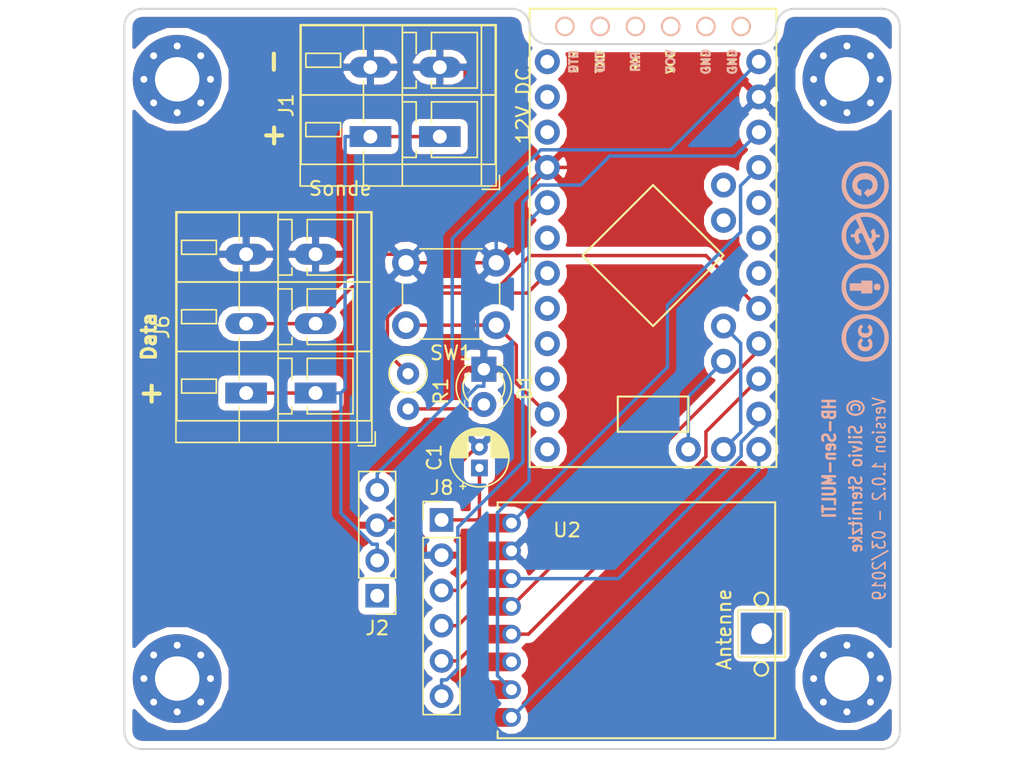
<source format=kicad_pcb>
(kicad_pcb (version 20171130) (host pcbnew "(5.0.2)-1")

  (general
    (thickness 1.6)
    (drawings 20)
    (tracks 130)
    (zones 0)
    (modules 17)
    (nets 29)
  )

  (page A4)
  (title_block
    (title HB-Sen-Multi)
    (date 2019-03-11)
    (rev V1.0.2)
    (comment 1 "© Silvio Sternitzke")
    (comment 2 "Multi Sensoren PBC")
  )

  (layers
    (0 F.Cu signal)
    (31 B.Cu signal)
    (32 B.Adhes user)
    (33 F.Adhes user)
    (34 B.Paste user)
    (35 F.Paste user)
    (36 B.SilkS user)
    (37 F.SilkS user)
    (38 B.Mask user)
    (39 F.Mask user)
    (40 Dwgs.User user)
    (41 Cmts.User user)
    (42 Eco1.User user)
    (43 Eco2.User user)
    (44 Edge.Cuts user)
    (45 Margin user)
    (46 B.CrtYd user)
    (47 F.CrtYd user)
    (48 B.Fab user)
    (49 F.Fab user)
  )

  (setup
    (last_trace_width 0.25)
    (trace_clearance 0.2)
    (zone_clearance 0.508)
    (zone_45_only no)
    (trace_min 0.2)
    (segment_width 0.2)
    (edge_width 0.15)
    (via_size 0.8)
    (via_drill 0.4)
    (via_min_size 0.4)
    (via_min_drill 0.3)
    (uvia_size 0.3)
    (uvia_drill 0.1)
    (uvias_allowed no)
    (uvia_min_size 0.2)
    (uvia_min_drill 0.1)
    (pcb_text_width 0.3)
    (pcb_text_size 1.5 1.5)
    (mod_edge_width 0.15)
    (mod_text_size 1 1)
    (mod_text_width 0.15)
    (pad_size 1.524 1.524)
    (pad_drill 0.762)
    (pad_to_mask_clearance 0.051)
    (solder_mask_min_width 0.25)
    (aux_axis_origin 0 0)
    (visible_elements 7FFFFFFF)
    (pcbplotparams
      (layerselection 0x010fc_ffffffff)
      (usegerberextensions false)
      (usegerberattributes false)
      (usegerberadvancedattributes false)
      (creategerberjobfile false)
      (excludeedgelayer true)
      (linewidth 0.100000)
      (plotframeref false)
      (viasonmask false)
      (mode 1)
      (useauxorigin false)
      (hpglpennumber 1)
      (hpglpenspeed 20)
      (hpglpendiameter 15.000000)
      (psnegative false)
      (psa4output false)
      (plotreference true)
      (plotvalue true)
      (plotinvisibletext false)
      (padsonsilk false)
      (subtractmaskfromsilk false)
      (outputformat 1)
      (mirror false)
      (drillshape 0)
      (scaleselection 1)
      (outputdirectory "Gerber/"))
  )

  (net 0 "")
  (net 1 +3V3)
  (net 2 GND)
  (net 3 "Net-(D1-Pad2)")
  (net 4 "Net-(J2-Pad1)")
  (net 5 /A0)
  (net 6 /MOSI)
  (net 7 /SCK)
  (net 8 /MISO)
  (net 9 /RSET)
  (net 10 "Net-(R1-Pad1)")
  (net 11 "Net-(SW1-Pad1)")
  (net 12 "Net-(U1-Pad28)")
  (net 13 "Net-(U1-Pad27)")
  (net 14 /SS)
  (net 15 "Net-(U1-Pad7)")
  (net 16 "Net-(U1-Pad8)")
  (net 17 /D2)
  (net 18 "Net-(U1-Pad20)")
  (net 19 "Net-(U1-Pad21)")
  (net 20 "Net-(U1-Pad22)")
  (net 21 "Net-(U1-Pad24)")
  (net 22 "Net-(U2-Pad6)")
  (net 23 +12V)
  (net 24 +5V)
  (net 25 "Net-(U1-Pad6)")
  (net 26 "Net-(U1-Pad18)")
  (net 27 "Net-(U1-Pad25)")
  (net 28 "Net-(U1-Pad26)")

  (net_class Default "Dies ist die voreingestellte Netzklasse."
    (clearance 0.2)
    (trace_width 0.25)
    (via_dia 0.8)
    (via_drill 0.4)
    (uvia_dia 0.3)
    (uvia_drill 0.1)
    (add_net +12V)
    (add_net +3V3)
    (add_net +5V)
    (add_net /A0)
    (add_net /D2)
    (add_net /MISO)
    (add_net /MOSI)
    (add_net /RSET)
    (add_net /SCK)
    (add_net /SS)
    (add_net GND)
    (add_net "Net-(D1-Pad2)")
    (add_net "Net-(J2-Pad1)")
    (add_net "Net-(R1-Pad1)")
    (add_net "Net-(SW1-Pad1)")
    (add_net "Net-(U1-Pad18)")
    (add_net "Net-(U1-Pad20)")
    (add_net "Net-(U1-Pad21)")
    (add_net "Net-(U1-Pad22)")
    (add_net "Net-(U1-Pad24)")
    (add_net "Net-(U1-Pad25)")
    (add_net "Net-(U1-Pad26)")
    (add_net "Net-(U1-Pad27)")
    (add_net "Net-(U1-Pad28)")
    (add_net "Net-(U1-Pad6)")
    (add_net "Net-(U1-Pad7)")
    (add_net "Net-(U1-Pad8)")
    (add_net "Net-(U2-Pad6)")
  )

  (module Capacitor_THT:CP_Radial_D4.0mm_P1.50mm (layer F.Cu) (tedit 5AE50EF0) (tstamp 5CA8C914)
    (at 150.05 83.8835 90)
    (descr "CP, Radial series, Radial, pin pitch=1.50mm, , diameter=4mm, Electrolytic Capacitor")
    (tags "CP Radial series Radial pin pitch 1.50mm  diameter 4mm Electrolytic Capacitor")
    (path /5C7AF893)
    (fp_text reference C1 (at 0.75 -3.25 90) (layer F.SilkS)
      (effects (font (size 1 1) (thickness 0.15)))
    )
    (fp_text value 10uF (at 0.75 3.25 90) (layer F.Fab)
      (effects (font (size 1 1) (thickness 0.15)))
    )
    (fp_circle (center 0.75 0) (end 2.75 0) (layer F.Fab) (width 0.1))
    (fp_circle (center 0.75 0) (end 2.87 0) (layer F.SilkS) (width 0.12))
    (fp_circle (center 0.75 0) (end 3 0) (layer F.CrtYd) (width 0.05))
    (fp_line (start -0.952554 -0.8675) (end -0.552554 -0.8675) (layer F.Fab) (width 0.1))
    (fp_line (start -0.752554 -1.0675) (end -0.752554 -0.6675) (layer F.Fab) (width 0.1))
    (fp_line (start 0.75 0.84) (end 0.75 2.08) (layer F.SilkS) (width 0.12))
    (fp_line (start 0.75 -2.08) (end 0.75 -0.84) (layer F.SilkS) (width 0.12))
    (fp_line (start 0.79 0.84) (end 0.79 2.08) (layer F.SilkS) (width 0.12))
    (fp_line (start 0.79 -2.08) (end 0.79 -0.84) (layer F.SilkS) (width 0.12))
    (fp_line (start 0.83 0.84) (end 0.83 2.079) (layer F.SilkS) (width 0.12))
    (fp_line (start 0.83 -2.079) (end 0.83 -0.84) (layer F.SilkS) (width 0.12))
    (fp_line (start 0.87 -2.077) (end 0.87 -0.84) (layer F.SilkS) (width 0.12))
    (fp_line (start 0.87 0.84) (end 0.87 2.077) (layer F.SilkS) (width 0.12))
    (fp_line (start 0.91 -2.074) (end 0.91 -0.84) (layer F.SilkS) (width 0.12))
    (fp_line (start 0.91 0.84) (end 0.91 2.074) (layer F.SilkS) (width 0.12))
    (fp_line (start 0.95 -2.071) (end 0.95 -0.84) (layer F.SilkS) (width 0.12))
    (fp_line (start 0.95 0.84) (end 0.95 2.071) (layer F.SilkS) (width 0.12))
    (fp_line (start 0.99 -2.067) (end 0.99 -0.84) (layer F.SilkS) (width 0.12))
    (fp_line (start 0.99 0.84) (end 0.99 2.067) (layer F.SilkS) (width 0.12))
    (fp_line (start 1.03 -2.062) (end 1.03 -0.84) (layer F.SilkS) (width 0.12))
    (fp_line (start 1.03 0.84) (end 1.03 2.062) (layer F.SilkS) (width 0.12))
    (fp_line (start 1.07 -2.056) (end 1.07 -0.84) (layer F.SilkS) (width 0.12))
    (fp_line (start 1.07 0.84) (end 1.07 2.056) (layer F.SilkS) (width 0.12))
    (fp_line (start 1.11 -2.05) (end 1.11 -0.84) (layer F.SilkS) (width 0.12))
    (fp_line (start 1.11 0.84) (end 1.11 2.05) (layer F.SilkS) (width 0.12))
    (fp_line (start 1.15 -2.042) (end 1.15 -0.84) (layer F.SilkS) (width 0.12))
    (fp_line (start 1.15 0.84) (end 1.15 2.042) (layer F.SilkS) (width 0.12))
    (fp_line (start 1.19 -2.034) (end 1.19 -0.84) (layer F.SilkS) (width 0.12))
    (fp_line (start 1.19 0.84) (end 1.19 2.034) (layer F.SilkS) (width 0.12))
    (fp_line (start 1.23 -2.025) (end 1.23 -0.84) (layer F.SilkS) (width 0.12))
    (fp_line (start 1.23 0.84) (end 1.23 2.025) (layer F.SilkS) (width 0.12))
    (fp_line (start 1.27 -2.016) (end 1.27 -0.84) (layer F.SilkS) (width 0.12))
    (fp_line (start 1.27 0.84) (end 1.27 2.016) (layer F.SilkS) (width 0.12))
    (fp_line (start 1.31 -2.005) (end 1.31 -0.84) (layer F.SilkS) (width 0.12))
    (fp_line (start 1.31 0.84) (end 1.31 2.005) (layer F.SilkS) (width 0.12))
    (fp_line (start 1.35 -1.994) (end 1.35 -0.84) (layer F.SilkS) (width 0.12))
    (fp_line (start 1.35 0.84) (end 1.35 1.994) (layer F.SilkS) (width 0.12))
    (fp_line (start 1.39 -1.982) (end 1.39 -0.84) (layer F.SilkS) (width 0.12))
    (fp_line (start 1.39 0.84) (end 1.39 1.982) (layer F.SilkS) (width 0.12))
    (fp_line (start 1.43 -1.968) (end 1.43 -0.84) (layer F.SilkS) (width 0.12))
    (fp_line (start 1.43 0.84) (end 1.43 1.968) (layer F.SilkS) (width 0.12))
    (fp_line (start 1.471 -1.954) (end 1.471 -0.84) (layer F.SilkS) (width 0.12))
    (fp_line (start 1.471 0.84) (end 1.471 1.954) (layer F.SilkS) (width 0.12))
    (fp_line (start 1.511 -1.94) (end 1.511 -0.84) (layer F.SilkS) (width 0.12))
    (fp_line (start 1.511 0.84) (end 1.511 1.94) (layer F.SilkS) (width 0.12))
    (fp_line (start 1.551 -1.924) (end 1.551 -0.84) (layer F.SilkS) (width 0.12))
    (fp_line (start 1.551 0.84) (end 1.551 1.924) (layer F.SilkS) (width 0.12))
    (fp_line (start 1.591 -1.907) (end 1.591 -0.84) (layer F.SilkS) (width 0.12))
    (fp_line (start 1.591 0.84) (end 1.591 1.907) (layer F.SilkS) (width 0.12))
    (fp_line (start 1.631 -1.889) (end 1.631 -0.84) (layer F.SilkS) (width 0.12))
    (fp_line (start 1.631 0.84) (end 1.631 1.889) (layer F.SilkS) (width 0.12))
    (fp_line (start 1.671 -1.87) (end 1.671 -0.84) (layer F.SilkS) (width 0.12))
    (fp_line (start 1.671 0.84) (end 1.671 1.87) (layer F.SilkS) (width 0.12))
    (fp_line (start 1.711 -1.851) (end 1.711 -0.84) (layer F.SilkS) (width 0.12))
    (fp_line (start 1.711 0.84) (end 1.711 1.851) (layer F.SilkS) (width 0.12))
    (fp_line (start 1.751 -1.83) (end 1.751 -0.84) (layer F.SilkS) (width 0.12))
    (fp_line (start 1.751 0.84) (end 1.751 1.83) (layer F.SilkS) (width 0.12))
    (fp_line (start 1.791 -1.808) (end 1.791 -0.84) (layer F.SilkS) (width 0.12))
    (fp_line (start 1.791 0.84) (end 1.791 1.808) (layer F.SilkS) (width 0.12))
    (fp_line (start 1.831 -1.785) (end 1.831 -0.84) (layer F.SilkS) (width 0.12))
    (fp_line (start 1.831 0.84) (end 1.831 1.785) (layer F.SilkS) (width 0.12))
    (fp_line (start 1.871 -1.76) (end 1.871 -0.84) (layer F.SilkS) (width 0.12))
    (fp_line (start 1.871 0.84) (end 1.871 1.76) (layer F.SilkS) (width 0.12))
    (fp_line (start 1.911 -1.735) (end 1.911 -0.84) (layer F.SilkS) (width 0.12))
    (fp_line (start 1.911 0.84) (end 1.911 1.735) (layer F.SilkS) (width 0.12))
    (fp_line (start 1.951 -1.708) (end 1.951 -0.84) (layer F.SilkS) (width 0.12))
    (fp_line (start 1.951 0.84) (end 1.951 1.708) (layer F.SilkS) (width 0.12))
    (fp_line (start 1.991 -1.68) (end 1.991 -0.84) (layer F.SilkS) (width 0.12))
    (fp_line (start 1.991 0.84) (end 1.991 1.68) (layer F.SilkS) (width 0.12))
    (fp_line (start 2.031 -1.65) (end 2.031 -0.84) (layer F.SilkS) (width 0.12))
    (fp_line (start 2.031 0.84) (end 2.031 1.65) (layer F.SilkS) (width 0.12))
    (fp_line (start 2.071 -1.619) (end 2.071 -0.84) (layer F.SilkS) (width 0.12))
    (fp_line (start 2.071 0.84) (end 2.071 1.619) (layer F.SilkS) (width 0.12))
    (fp_line (start 2.111 -1.587) (end 2.111 -0.84) (layer F.SilkS) (width 0.12))
    (fp_line (start 2.111 0.84) (end 2.111 1.587) (layer F.SilkS) (width 0.12))
    (fp_line (start 2.151 -1.552) (end 2.151 -0.84) (layer F.SilkS) (width 0.12))
    (fp_line (start 2.151 0.84) (end 2.151 1.552) (layer F.SilkS) (width 0.12))
    (fp_line (start 2.191 -1.516) (end 2.191 -0.84) (layer F.SilkS) (width 0.12))
    (fp_line (start 2.191 0.84) (end 2.191 1.516) (layer F.SilkS) (width 0.12))
    (fp_line (start 2.231 -1.478) (end 2.231 -0.84) (layer F.SilkS) (width 0.12))
    (fp_line (start 2.231 0.84) (end 2.231 1.478) (layer F.SilkS) (width 0.12))
    (fp_line (start 2.271 -1.438) (end 2.271 -0.84) (layer F.SilkS) (width 0.12))
    (fp_line (start 2.271 0.84) (end 2.271 1.438) (layer F.SilkS) (width 0.12))
    (fp_line (start 2.311 -1.396) (end 2.311 -0.84) (layer F.SilkS) (width 0.12))
    (fp_line (start 2.311 0.84) (end 2.311 1.396) (layer F.SilkS) (width 0.12))
    (fp_line (start 2.351 -1.351) (end 2.351 1.351) (layer F.SilkS) (width 0.12))
    (fp_line (start 2.391 -1.304) (end 2.391 1.304) (layer F.SilkS) (width 0.12))
    (fp_line (start 2.431 -1.254) (end 2.431 1.254) (layer F.SilkS) (width 0.12))
    (fp_line (start 2.471 -1.2) (end 2.471 1.2) (layer F.SilkS) (width 0.12))
    (fp_line (start 2.511 -1.142) (end 2.511 1.142) (layer F.SilkS) (width 0.12))
    (fp_line (start 2.551 -1.08) (end 2.551 1.08) (layer F.SilkS) (width 0.12))
    (fp_line (start 2.591 -1.013) (end 2.591 1.013) (layer F.SilkS) (width 0.12))
    (fp_line (start 2.631 -0.94) (end 2.631 0.94) (layer F.SilkS) (width 0.12))
    (fp_line (start 2.671 -0.859) (end 2.671 0.859) (layer F.SilkS) (width 0.12))
    (fp_line (start 2.711 -0.768) (end 2.711 0.768) (layer F.SilkS) (width 0.12))
    (fp_line (start 2.751 -0.664) (end 2.751 0.664) (layer F.SilkS) (width 0.12))
    (fp_line (start 2.791 -0.537) (end 2.791 0.537) (layer F.SilkS) (width 0.12))
    (fp_line (start 2.831 -0.37) (end 2.831 0.37) (layer F.SilkS) (width 0.12))
    (fp_line (start -1.519801 -1.195) (end -1.119801 -1.195) (layer F.SilkS) (width 0.12))
    (fp_line (start -1.319801 -1.395) (end -1.319801 -0.995) (layer F.SilkS) (width 0.12))
    (fp_text user %R (at 0.75 0 90) (layer F.Fab)
      (effects (font (size 0.8 0.8) (thickness 0.12)))
    )
    (pad 1 thru_hole rect (at 0 0 90) (size 1.2 1.2) (drill 0.6) (layers *.Cu *.Mask)
      (net 1 +3V3))
    (pad 2 thru_hole circle (at 1.5 0 90) (size 1.2 1.2) (drill 0.6) (layers *.Cu *.Mask)
      (net 2 GND))
    (model ${KISYS3DMOD}/Capacitor_THT.3dshapes/CP_Radial_D4.0mm_P1.50mm.wrl
      (at (xyz 0 0 0))
      (scale (xyz 1 1 1))
      (rotate (xyz 0 0 0))
    )
  )

  (module LED_THT:LED_D3.0mm (layer F.Cu) (tedit 587A3A7B) (tstamp 5CA8C927)
    (at 150.368 76.7715 270)
    (descr "LED, diameter 3.0mm, 2 pins")
    (tags "LED diameter 3.0mm 2 pins")
    (path /5C7AEC5B)
    (fp_text reference D1 (at 1.27 -2.96 270) (layer F.SilkS)
      (effects (font (size 1 1) (thickness 0.15)))
    )
    (fp_text value LED (at 1.27 2.96 270) (layer F.Fab)
      (effects (font (size 1 1) (thickness 0.15)))
    )
    (fp_arc (start 1.27 0) (end -0.23 -1.16619) (angle 284.3) (layer F.Fab) (width 0.1))
    (fp_arc (start 1.27 0) (end -0.29 -1.235516) (angle 108.8) (layer F.SilkS) (width 0.12))
    (fp_arc (start 1.27 0) (end -0.29 1.235516) (angle -108.8) (layer F.SilkS) (width 0.12))
    (fp_arc (start 1.27 0) (end 0.229039 -1.08) (angle 87.9) (layer F.SilkS) (width 0.12))
    (fp_arc (start 1.27 0) (end 0.229039 1.08) (angle -87.9) (layer F.SilkS) (width 0.12))
    (fp_circle (center 1.27 0) (end 2.77 0) (layer F.Fab) (width 0.1))
    (fp_line (start -0.23 -1.16619) (end -0.23 1.16619) (layer F.Fab) (width 0.1))
    (fp_line (start -0.29 -1.236) (end -0.29 -1.08) (layer F.SilkS) (width 0.12))
    (fp_line (start -0.29 1.08) (end -0.29 1.236) (layer F.SilkS) (width 0.12))
    (fp_line (start -1.15 -2.25) (end -1.15 2.25) (layer F.CrtYd) (width 0.05))
    (fp_line (start -1.15 2.25) (end 3.7 2.25) (layer F.CrtYd) (width 0.05))
    (fp_line (start 3.7 2.25) (end 3.7 -2.25) (layer F.CrtYd) (width 0.05))
    (fp_line (start 3.7 -2.25) (end -1.15 -2.25) (layer F.CrtYd) (width 0.05))
    (pad 1 thru_hole rect (at 0 0 270) (size 1.8 1.8) (drill 0.9) (layers *.Cu *.Mask)
      (net 2 GND))
    (pad 2 thru_hole circle (at 2.54 0 270) (size 1.8 1.8) (drill 0.9) (layers *.Cu *.Mask)
      (net 3 "Net-(D1-Pad2)"))
    (model ${KISYS3DMOD}/LED_THT.3dshapes/LED_D3.0mm.wrl
      (at (xyz 0 0 0))
      (scale (xyz 1 1 1))
      (rotate (xyz 0 0 0))
    )
  )

  (module Connector_PinHeader_2.54mm:PinHeader_1x06_P2.54mm_Vertical (layer F.Cu) (tedit 59FED5CC) (tstamp 5CA8CA5B)
    (at 147.32 87.63)
    (descr "Through hole straight pin header, 1x06, 2.54mm pitch, single row")
    (tags "Through hole pin header THT 1x06 2.54mm single row")
    (path /5C7EC873)
    (fp_text reference J8 (at 0 -2.33) (layer F.SilkS)
      (effects (font (size 1 1) (thickness 0.15)))
    )
    (fp_text value PROG (at 0 15.03) (layer F.Fab)
      (effects (font (size 1 1) (thickness 0.15)))
    )
    (fp_line (start -0.635 -1.27) (end 1.27 -1.27) (layer F.Fab) (width 0.1))
    (fp_line (start 1.27 -1.27) (end 1.27 13.97) (layer F.Fab) (width 0.1))
    (fp_line (start 1.27 13.97) (end -1.27 13.97) (layer F.Fab) (width 0.1))
    (fp_line (start -1.27 13.97) (end -1.27 -0.635) (layer F.Fab) (width 0.1))
    (fp_line (start -1.27 -0.635) (end -0.635 -1.27) (layer F.Fab) (width 0.1))
    (fp_line (start -1.33 14.03) (end 1.33 14.03) (layer F.SilkS) (width 0.12))
    (fp_line (start -1.33 1.27) (end -1.33 14.03) (layer F.SilkS) (width 0.12))
    (fp_line (start 1.33 1.27) (end 1.33 14.03) (layer F.SilkS) (width 0.12))
    (fp_line (start -1.33 1.27) (end 1.33 1.27) (layer F.SilkS) (width 0.12))
    (fp_line (start -1.33 0) (end -1.33 -1.33) (layer F.SilkS) (width 0.12))
    (fp_line (start -1.33 -1.33) (end 0 -1.33) (layer F.SilkS) (width 0.12))
    (fp_line (start -1.8 -1.8) (end -1.8 14.5) (layer F.CrtYd) (width 0.05))
    (fp_line (start -1.8 14.5) (end 1.8 14.5) (layer F.CrtYd) (width 0.05))
    (fp_line (start 1.8 14.5) (end 1.8 -1.8) (layer F.CrtYd) (width 0.05))
    (fp_line (start 1.8 -1.8) (end -1.8 -1.8) (layer F.CrtYd) (width 0.05))
    (fp_text user %R (at 0 6.35 90) (layer F.Fab)
      (effects (font (size 1 1) (thickness 0.15)))
    )
    (pad 1 thru_hole rect (at 0 0) (size 1.7 1.7) (drill 1) (layers *.Cu *.Mask)
      (net 1 +3V3))
    (pad 2 thru_hole oval (at 0 2.54) (size 1.7 1.7) (drill 1) (layers *.Cu *.Mask)
      (net 2 GND))
    (pad 3 thru_hole oval (at 0 5.08) (size 1.7 1.7) (drill 1) (layers *.Cu *.Mask)
      (net 6 /MOSI))
    (pad 4 thru_hole oval (at 0 7.62) (size 1.7 1.7) (drill 1) (layers *.Cu *.Mask)
      (net 7 /SCK))
    (pad 5 thru_hole oval (at 0 10.16) (size 1.7 1.7) (drill 1) (layers *.Cu *.Mask)
      (net 8 /MISO))
    (pad 6 thru_hole oval (at 0 12.7) (size 1.7 1.7) (drill 1) (layers *.Cu *.Mask)
      (net 9 /RSET))
    (model ${KISYS3DMOD}/Connector_PinHeader_2.54mm.3dshapes/PinHeader_1x06_P2.54mm_Vertical.wrl
      (at (xyz 0 0 0))
      (scale (xyz 1 1 1))
      (rotate (xyz 0 0 0))
    )
  )

  (module Resistor_THT:R_Axial_DIN0207_L6.3mm_D2.5mm_P2.54mm_Vertical (layer F.Cu) (tedit 5AE5139B) (tstamp 5CA8CA6A)
    (at 144.907 77.089 270)
    (descr "Resistor, Axial_DIN0207 series, Axial, Vertical, pin pitch=2.54mm, 0.25W = 1/4W, length*diameter=6.3*2.5mm^2, http://cdn-reichelt.de/documents/datenblatt/B400/1_4W%23YAG.pdf")
    (tags "Resistor Axial_DIN0207 series Axial Vertical pin pitch 2.54mm 0.25W = 1/4W length 6.3mm diameter 2.5mm")
    (path /5C7B09BD)
    (fp_text reference R1 (at 1.27 -2.37 270) (layer F.SilkS)
      (effects (font (size 1 1) (thickness 0.15)))
    )
    (fp_text value 330 (at 1.27 2.37 270) (layer F.Fab)
      (effects (font (size 1 1) (thickness 0.15)))
    )
    (fp_circle (center 0 0) (end 1.25 0) (layer F.Fab) (width 0.1))
    (fp_circle (center 0 0) (end 1.37 0) (layer F.SilkS) (width 0.12))
    (fp_line (start 0 0) (end 2.54 0) (layer F.Fab) (width 0.1))
    (fp_line (start 1.37 0) (end 1.44 0) (layer F.SilkS) (width 0.12))
    (fp_line (start -1.5 -1.5) (end -1.5 1.5) (layer F.CrtYd) (width 0.05))
    (fp_line (start -1.5 1.5) (end 3.59 1.5) (layer F.CrtYd) (width 0.05))
    (fp_line (start 3.59 1.5) (end 3.59 -1.5) (layer F.CrtYd) (width 0.05))
    (fp_line (start 3.59 -1.5) (end -1.5 -1.5) (layer F.CrtYd) (width 0.05))
    (fp_text user %R (at 1.27 -2.37 270) (layer F.Fab)
      (effects (font (size 1 1) (thickness 0.15)))
    )
    (pad 1 thru_hole circle (at 0 0 270) (size 1.6 1.6) (drill 0.8) (layers *.Cu *.Mask)
      (net 10 "Net-(R1-Pad1)"))
    (pad 2 thru_hole oval (at 2.54 0 270) (size 1.6 1.6) (drill 0.8) (layers *.Cu *.Mask)
      (net 3 "Net-(D1-Pad2)"))
    (model ${KISYS3DMOD}/Resistor_THT.3dshapes/R_Axial_DIN0207_L6.3mm_D2.5mm_P2.54mm_Vertical.wrl
      (at (xyz 0 0 0))
      (scale (xyz 1 1 1))
      (rotate (xyz 0 0 0))
    )
  )

  (module Button_Switch_THT:SW_PUSH_6mm_H5mm (layer F.Cu) (tedit 5A02FE31) (tstamp 5CA8CA98)
    (at 151.257 73.5965 180)
    (descr "tactile push button, 6x6mm e.g. PHAP33xx series, height=5mm")
    (tags "tact sw push 6mm")
    (path /5C7AED1F)
    (fp_text reference SW1 (at 3.25 -2 180) (layer F.SilkS)
      (effects (font (size 1 1) (thickness 0.15)))
    )
    (fp_text value CONFIG_BUTTON (at 3.75 6.7 180) (layer F.Fab)
      (effects (font (size 1 1) (thickness 0.15)))
    )
    (fp_text user %R (at 3.25 2.25 180) (layer F.Fab)
      (effects (font (size 1 1) (thickness 0.15)))
    )
    (fp_line (start 3.25 -0.75) (end 6.25 -0.75) (layer F.Fab) (width 0.1))
    (fp_line (start 6.25 -0.75) (end 6.25 5.25) (layer F.Fab) (width 0.1))
    (fp_line (start 6.25 5.25) (end 0.25 5.25) (layer F.Fab) (width 0.1))
    (fp_line (start 0.25 5.25) (end 0.25 -0.75) (layer F.Fab) (width 0.1))
    (fp_line (start 0.25 -0.75) (end 3.25 -0.75) (layer F.Fab) (width 0.1))
    (fp_line (start 7.75 6) (end 8 6) (layer F.CrtYd) (width 0.05))
    (fp_line (start 8 6) (end 8 5.75) (layer F.CrtYd) (width 0.05))
    (fp_line (start 7.75 -1.5) (end 8 -1.5) (layer F.CrtYd) (width 0.05))
    (fp_line (start 8 -1.5) (end 8 -1.25) (layer F.CrtYd) (width 0.05))
    (fp_line (start -1.5 -1.25) (end -1.5 -1.5) (layer F.CrtYd) (width 0.05))
    (fp_line (start -1.5 -1.5) (end -1.25 -1.5) (layer F.CrtYd) (width 0.05))
    (fp_line (start -1.5 5.75) (end -1.5 6) (layer F.CrtYd) (width 0.05))
    (fp_line (start -1.5 6) (end -1.25 6) (layer F.CrtYd) (width 0.05))
    (fp_line (start -1.25 -1.5) (end 7.75 -1.5) (layer F.CrtYd) (width 0.05))
    (fp_line (start -1.5 5.75) (end -1.5 -1.25) (layer F.CrtYd) (width 0.05))
    (fp_line (start 7.75 6) (end -1.25 6) (layer F.CrtYd) (width 0.05))
    (fp_line (start 8 -1.25) (end 8 5.75) (layer F.CrtYd) (width 0.05))
    (fp_line (start 1 5.5) (end 5.5 5.5) (layer F.SilkS) (width 0.12))
    (fp_line (start -0.25 1.5) (end -0.25 3) (layer F.SilkS) (width 0.12))
    (fp_line (start 5.5 -1) (end 1 -1) (layer F.SilkS) (width 0.12))
    (fp_line (start 6.75 3) (end 6.75 1.5) (layer F.SilkS) (width 0.12))
    (fp_circle (center 3.25 2.25) (end 1.25 2.5) (layer F.Fab) (width 0.1))
    (pad 2 thru_hole circle (at 0 4.5 270) (size 2 2) (drill 1.1) (layers *.Cu *.Mask)
      (net 2 GND))
    (pad 1 thru_hole circle (at 0 0 270) (size 2 2) (drill 1.1) (layers *.Cu *.Mask)
      (net 11 "Net-(SW1-Pad1)"))
    (pad 2 thru_hole circle (at 6.5 4.5 270) (size 2 2) (drill 1.1) (layers *.Cu *.Mask)
      (net 2 GND))
    (pad 1 thru_hole circle (at 6.5 0 270) (size 2 2) (drill 1.1) (layers *.Cu *.Mask)
      (net 11 "Net-(SW1-Pad1)"))
    (model ${KISYS3DMOD}/Button_Switch_THT.3dshapes/SW_PUSH_6mm_H5mm.wrl
      (at (xyz 0 0 0))
      (scale (xyz 1 1 1))
      (rotate (xyz 0 0 0))
    )
  )

  (module Homebrew:ArduinoProMini (layer F.Cu) (tedit 5AF60899) (tstamp 5CA8CADE)
    (at 171.45 83.82 90)
    (path /5C7AE7E4)
    (fp_text reference U1 (at 3.81 -13.97 90) (layer F.SilkS) hide
      (effects (font (size 1 1) (thickness 0.15)))
    )
    (fp_text value ArduinoProMini (at 16.51 -8.89 90) (layer F.Fab)
      (effects (font (size 1 1) (thickness 0.15)))
    )
    (fp_text user GND (at 29.21 -3.175 90) (layer B.SilkS)
      (effects (font (size 0.6 0.6) (thickness 0.15)) (justify mirror))
    )
    (fp_text user GND (at 29.21 -5.08 90) (layer B.SilkS)
      (effects (font (size 0.6 0.6) (thickness 0.15)) (justify mirror))
    )
    (fp_text user VCC (at 29.21 -7.62 90) (layer F.SilkS)
      (effects (font (size 0.6 0.6) (thickness 0.15)))
    )
    (fp_text user RXI (at 29.21 -10.16 90) (layer F.SilkS)
      (effects (font (size 0.6 0.6) (thickness 0.15)))
    )
    (fp_text user TXD (at 29.21 -12.7 90) (layer F.SilkS)
      (effects (font (size 0.6 0.6) (thickness 0.15)))
    )
    (fp_text user DTR (at 29.21 -14.605 90) (layer F.SilkS)
      (effects (font (size 0.6 0.6) (thickness 0.15)))
    )
    (fp_text user GND (at 29.21 -3.175 90) (layer F.SilkS)
      (effects (font (size 0.6 0.6) (thickness 0.15)))
    )
    (fp_text user GND (at 29.21 -5.08 90) (layer F.SilkS)
      (effects (font (size 0.6 0.6) (thickness 0.15)))
    )
    (fp_text user VCC (at 29.21 -7.62 90) (layer B.SilkS)
      (effects (font (size 0.6 0.6) (thickness 0.15)) (justify mirror))
    )
    (fp_text user RXI (at 29.21 -10.16 90) (layer B.SilkS)
      (effects (font (size 0.6 0.6) (thickness 0.15)) (justify mirror))
    )
    (fp_text user TXD (at 29.21 -12.7 90) (layer B.SilkS)
      (effects (font (size 0.6 0.6) (thickness 0.15)) (justify mirror))
    )
    (fp_text user DTR (at 29.21 -14.605 90) (layer B.SilkS)
      (effects (font (size 0.6 0.6) (thickness 0.15)) (justify mirror))
    )
    (fp_circle (center 31.75 -2.54) (end 31.75 -1.905) (layer B.SilkS) (width 0.15))
    (fp_circle (center 31.75 -5.08) (end 31.75 -4.445) (layer B.SilkS) (width 0.15))
    (fp_circle (center 31.75 -7.62) (end 31.75 -6.985) (layer B.SilkS) (width 0.15))
    (fp_circle (center 31.75 -10.16) (end 31.75 -9.525) (layer B.SilkS) (width 0.15))
    (fp_circle (center 31.75 -12.7) (end 31.75 -12.065) (layer B.SilkS) (width 0.15))
    (fp_circle (center 31.75 -15.24) (end 31.75 -14.605) (layer B.SilkS) (width 0.15))
    (fp_circle (center 31.75 -2.54) (end 31.75 -1.905) (layer F.SilkS) (width 0.15))
    (fp_circle (center 31.75 -5.08) (end 31.75 -4.445) (layer F.SilkS) (width 0.15))
    (fp_circle (center 31.75 -7.62) (end 31.75 -6.985) (layer F.SilkS) (width 0.15))
    (fp_circle (center 31.75 -10.16) (end 31.75 -9.525) (layer F.SilkS) (width 0.15))
    (fp_circle (center 31.75 -12.7) (end 31.75 -12.065) (layer F.SilkS) (width 0.15))
    (fp_circle (center 31.75 -15.24) (end 31.75 -14.605) (layer F.SilkS) (width 0.15))
    (fp_line (start 2.54 -11.43) (end 2.54 -6.35) (layer F.SilkS) (width 0.15))
    (fp_line (start 2.54 -6.35) (end 5.08 -6.35) (layer F.SilkS) (width 0.15))
    (fp_line (start 5.08 -6.35) (end 5.08 -11.43) (layer F.SilkS) (width 0.15))
    (fp_line (start 5.08 -11.43) (end 2.54 -11.43) (layer F.SilkS) (width 0.15))
    (fp_line (start 15.24 -3.81) (end 20.32 -8.89) (layer F.SilkS) (width 0.15))
    (fp_line (start 20.32 -8.89) (end 15.24 -13.97) (layer F.SilkS) (width 0.15))
    (fp_line (start 15.24 -13.97) (end 10.16 -8.89) (layer F.SilkS) (width 0.15))
    (fp_line (start 10.16 -8.89) (end 15.24 -3.81) (layer F.SilkS) (width 0.15))
    (fp_line (start 0 0) (end 33.02 0) (layer F.SilkS) (width 0.15))
    (fp_line (start 33.02 0) (end 33.02 -17.78) (layer F.SilkS) (width 0.15))
    (fp_line (start 33.02 -17.78) (end 0 -17.78) (layer F.SilkS) (width 0.15))
    (fp_line (start 0 -17.78) (end 0 0) (layer F.SilkS) (width 0.15))
    (pad 28 thru_hole circle (at 10.16 -3.81 90) (size 1.8 1.8) (drill 1) (layers *.Cu *.Mask)
      (net 12 "Net-(U1-Pad28)"))
    (pad 27 thru_hole circle (at 7.62 -3.81 90) (size 1.8 1.8) (drill 1) (layers *.Cu *.Mask)
      (net 13 "Net-(U1-Pad27)"))
    (pad 27 thru_hole circle (at 1.27 -6.35 90) (size 1.8 1.8) (drill 1) (layers *.Cu *.Mask)
      (net 13 "Net-(U1-Pad27)"))
    (pad 28 thru_hole circle (at 1.27 -3.81 90) (size 1.8 1.8) (drill 1) (layers *.Cu *.Mask)
      (net 12 "Net-(U1-Pad28)"))
    (pad 1 thru_hole circle (at 1.27 -1.27 90) (size 1.8 1.8) (drill 1) (layers *.Cu *.Mask)
      (net 14 /SS))
    (pad 2 thru_hole circle (at 3.81 -1.27 90) (size 1.8 1.8) (drill 1) (layers *.Cu *.Mask)
      (net 6 /MOSI))
    (pad 3 thru_hole circle (at 6.35 -1.27 90) (size 1.8 1.8) (drill 1) (layers *.Cu *.Mask)
      (net 8 /MISO))
    (pad 4 thru_hole circle (at 8.89 -1.27 90) (size 1.8 1.8) (drill 1) (layers *.Cu *.Mask)
      (net 7 /SCK))
    (pad 5 thru_hole circle (at 11.43 -1.27 90) (size 1.8 1.8) (drill 1) (layers *.Cu *.Mask)
      (net 5 /A0))
    (pad 6 thru_hole circle (at 13.97 -1.27 90) (size 1.8 1.8) (drill 1) (layers *.Cu *.Mask)
      (net 25 "Net-(U1-Pad6)"))
    (pad 7 thru_hole circle (at 16.51 -1.27 90) (size 1.8 1.8) (drill 1) (layers *.Cu *.Mask)
      (net 15 "Net-(U1-Pad7)"))
    (pad 8 thru_hole circle (at 19.05 -1.27 90) (size 1.8 1.8) (drill 1) (layers *.Cu *.Mask)
      (net 16 "Net-(U1-Pad8)"))
    (pad 9 thru_hole circle (at 21.59 -1.27 90) (size 1.8 1.8) (drill 1) (layers *.Cu *.Mask)
      (net 1 +3V3))
    (pad 10 thru_hole circle (at 24.13 -1.27 90) (size 1.8 1.8) (drill 1) (layers *.Cu *.Mask)
      (net 9 /RSET))
    (pad 11 thru_hole circle (at 26.67 -1.27 90) (size 1.8 1.8) (drill 1) (layers *.Cu *.Mask)
      (net 2 GND))
    (pad 12 thru_hole circle (at 29.21 -1.27 90) (size 1.8 1.8) (drill 1) (layers *.Cu *.Mask)
      (net 24 +5V))
    (pad 13 thru_hole circle (at 29.21 -16.51 90) (size 1.8 1.8) (drill 1) (layers *.Cu *.Mask))
    (pad 14 thru_hole circle (at 26.67 -16.51 90) (size 1.8 1.8) (drill 1) (layers *.Cu *.Mask))
    (pad 15 thru_hole circle (at 24.13 -16.51 90) (size 1.8 1.8) (drill 1) (layers *.Cu *.Mask))
    (pad 16 thru_hole circle (at 21.59 -16.51 90) (size 1.8 1.8) (drill 1) (layers *.Cu *.Mask)
      (net 2 GND))
    (pad 17 thru_hole circle (at 19.05 -16.51 90) (size 1.8 1.8) (drill 1) (layers *.Cu *.Mask)
      (net 17 /D2))
    (pad 18 thru_hole circle (at 16.51 -16.51 90) (size 1.8 1.8) (drill 1) (layers *.Cu *.Mask)
      (net 26 "Net-(U1-Pad18)"))
    (pad 19 thru_hole circle (at 13.97 -16.51 90) (size 1.8 1.8) (drill 1) (layers *.Cu *.Mask)
      (net 10 "Net-(R1-Pad1)"))
    (pad 20 thru_hole circle (at 11.43 -16.51 90) (size 1.8 1.8) (drill 1) (layers *.Cu *.Mask)
      (net 18 "Net-(U1-Pad20)"))
    (pad 21 thru_hole circle (at 8.89 -16.51 90) (size 1.8 1.8) (drill 1) (layers *.Cu *.Mask)
      (net 19 "Net-(U1-Pad21)"))
    (pad 22 thru_hole circle (at 6.35 -16.51 90) (size 1.8 1.8) (drill 1) (layers *.Cu *.Mask)
      (net 20 "Net-(U1-Pad22)"))
    (pad 23 thru_hole circle (at 3.81 -16.51 90) (size 1.8 1.8) (drill 1) (layers *.Cu *.Mask)
      (net 11 "Net-(SW1-Pad1)"))
    (pad 24 thru_hole circle (at 1.27 -16.51 90) (size 1.8 1.8) (drill 1) (layers *.Cu *.Mask)
      (net 21 "Net-(U1-Pad24)"))
    (pad 25 thru_hole circle (at 17.78 -3.81 90) (size 1.8 1.8) (drill 1) (layers *.Cu *.Mask)
      (net 27 "Net-(U1-Pad25)"))
    (pad 26 thru_hole circle (at 20.32 -3.81 90) (size 1.8 1.8) (drill 1) (layers *.Cu *.Mask)
      (net 28 "Net-(U1-Pad26)"))
  )

  (module Homebrew:CC1101 (layer F.Cu) (tedit 5AC3D4AC) (tstamp 5CA8CAFA)
    (at 149.86 86.36)
    (path /5C7AEACB)
    (fp_text reference U2 (at 6.5 2) (layer F.SilkS)
      (effects (font (size 1 1) (thickness 0.15)))
    )
    (fp_text value CC1101 (at 15.5 15) (layer F.Fab)
      (effects (font (size 1 1) (thickness 0.15)))
    )
    (fp_line (start 1.5 17) (end 1.5 16.5) (layer F.SilkS) (width 0.15))
    (fp_line (start 1.5 0) (end 1.5 0.5) (layer F.SilkS) (width 0.15))
    (fp_circle (center 20.5 12) (end 20.5 12.5) (layer F.SilkS) (width 0.15))
    (fp_circle (center 20.5 7) (end 20.5 7.5) (layer F.SilkS) (width 0.15))
    (fp_circle (center 20.5 9.5) (end 21 9.5) (layer F.SilkS) (width 0.15))
    (fp_line (start 1.5 0) (end 21.5 0) (layer F.SilkS) (width 0.15))
    (fp_line (start 21.5 0) (end 21.5 17) (layer F.SilkS) (width 0.15))
    (fp_line (start 21.5 17) (end 1.5 17) (layer F.SilkS) (width 0.15))
    (pad 8 thru_hole circle (at 2.5 15.5) (size 1.35 1.35) (drill 0.8) (layers *.Cu *.Mask)
      (net 14 /SS))
    (pad 8 connect rect (at 1.5 15.5) (size 1.8 1.35) (layers F.Cu F.Mask)
      (net 14 /SS))
    (pad 1 thru_hole circle (at 2.5 1.5) (size 1.35 1.35) (drill 0.8) (layers *.Cu *.Mask)
      (net 1 +3V3))
    (pad 2 thru_hole circle (at 2.5 3.5) (size 1.35 1.35) (drill 0.8) (layers *.Cu *.Mask)
      (net 2 GND))
    (pad 3 thru_hole circle (at 2.5 5.5) (size 1.35 1.35) (drill 0.8) (layers *.Cu *.Mask)
      (net 6 /MOSI))
    (pad 4 thru_hole circle (at 2.5 7.5) (size 1.35 1.35) (drill 0.8) (layers *.Cu *.Mask)
      (net 7 /SCK))
    (pad 5 thru_hole circle (at 2.5 9.5) (size 1.35 1.35) (drill 0.8) (layers *.Cu *.Mask)
      (net 8 /MISO))
    (pad 6 thru_hole circle (at 2.5 11.5) (size 1.35 1.35) (drill 0.8) (layers *.Cu *.Mask)
      (net 22 "Net-(U2-Pad6)"))
    (pad 7 thru_hole circle (at 2.5 13.5) (size 1.35 1.35) (drill 0.8) (layers *.Cu *.Mask)
      (net 17 /D2))
    (pad 1 connect rect (at 1.5 1.5) (size 1.8 1.35) (layers F.Cu F.Mask)
      (net 1 +3V3))
    (pad 2 connect rect (at 1.5 3.5) (size 1.8 1.35) (layers F.Cu F.Mask)
      (net 2 GND))
    (pad 3 connect rect (at 1.5 5.5) (size 1.8 1.35) (layers F.Cu F.Mask)
      (net 6 /MOSI))
    (pad 4 connect rect (at 1.5 7.5) (size 1.8 1.35) (layers F.Cu F.Mask)
      (net 7 /SCK))
    (pad 5 connect rect (at 1.5 9.5) (size 1.8 1.35) (layers F.Cu F.Mask)
      (net 8 /MISO))
    (pad 6 connect rect (at 1.5 11.5) (size 1.8 1.35) (layers F.Cu F.Mask)
      (net 22 "Net-(U2-Pad6)"))
    (pad 7 connect rect (at 1.5 13.5) (size 1.8 1.35) (layers F.Cu F.Mask)
      (net 17 /D2))
  )

  (module MountingHole:MountingHole_3.2mm_M3_Pad_Via (layer F.Cu) (tedit 5C73B799) (tstamp 5CA90DB6)
    (at 176.53 55.88)
    (descr "Mounting Hole 3.2mm, M3")
    (tags "mounting hole 3.2mm m3")
    (attr virtual)
    (fp_text reference REF02 (at 0 -4.2) (layer F.SilkS) hide
      (effects (font (size 1 1) (thickness 0.15)))
    )
    (fp_text value MountingHole_3.2mm_M3_Pad_Via (at 0 4.2) (layer F.Fab)
      (effects (font (size 1 1) (thickness 0.15)))
    )
    (fp_circle (center 0 0) (end 3.45 0) (layer F.CrtYd) (width 0.05))
    (fp_circle (center 0 0) (end 3.2 0) (layer Cmts.User) (width 0.15))
    (fp_text user %R (at 0.3 0) (layer F.Fab)
      (effects (font (size 1 1) (thickness 0.15)))
    )
    (pad 1 thru_hole circle (at 1.697056 -1.697056) (size 0.8 0.8) (drill 0.5) (layers *.Cu *.Mask))
    (pad 1 thru_hole circle (at 0 -2.4) (size 0.8 0.8) (drill 0.5) (layers *.Cu *.Mask))
    (pad 1 thru_hole circle (at -1.697056 -1.697056) (size 0.8 0.8) (drill 0.5) (layers *.Cu *.Mask))
    (pad 1 thru_hole circle (at -2.4 0) (size 0.8 0.8) (drill 0.5) (layers *.Cu *.Mask))
    (pad 1 thru_hole circle (at -1.697056 1.697056) (size 0.8 0.8) (drill 0.5) (layers *.Cu *.Mask))
    (pad 1 thru_hole circle (at 0 2.4) (size 0.8 0.8) (drill 0.5) (layers *.Cu *.Mask))
    (pad 1 thru_hole circle (at 1.697056 1.697056) (size 0.8 0.8) (drill 0.5) (layers *.Cu *.Mask))
    (pad 1 thru_hole circle (at 2.4 0) (size 0.8 0.8) (drill 0.5) (layers *.Cu *.Mask))
    (pad 1 thru_hole circle (at 0 0) (size 6.4 6.4) (drill 3.2) (layers *.Cu *.Mask))
  )

  (module MountingHole:MountingHole_3.2mm_M3_Pad_Via (layer F.Cu) (tedit 5C73B78E) (tstamp 5CA90E16)
    (at 128.27 55.88)
    (descr "Mounting Hole 3.2mm, M3")
    (tags "mounting hole 3.2mm m3")
    (attr virtual)
    (fp_text reference REF01 (at 0 -4.2) (layer F.SilkS) hide
      (effects (font (size 1 1) (thickness 0.15)))
    )
    (fp_text value MountingHole_3.2mm_M3_Pad_Via (at 0 4.2) (layer F.Fab)
      (effects (font (size 1 1) (thickness 0.15)))
    )
    (fp_circle (center 0 0) (end 3.45 0) (layer F.CrtYd) (width 0.05))
    (fp_circle (center 0 0) (end 3.2 0) (layer Cmts.User) (width 0.15))
    (fp_text user %R (at 0.3 0) (layer F.Fab)
      (effects (font (size 1 1) (thickness 0.15)))
    )
    (pad 1 thru_hole circle (at 1.697056 -1.697056) (size 0.8 0.8) (drill 0.5) (layers *.Cu *.Mask))
    (pad 1 thru_hole circle (at 0 -2.4) (size 0.8 0.8) (drill 0.5) (layers *.Cu *.Mask))
    (pad 1 thru_hole circle (at -1.697056 -1.697056) (size 0.8 0.8) (drill 0.5) (layers *.Cu *.Mask))
    (pad 1 thru_hole circle (at -2.4 0) (size 0.8 0.8) (drill 0.5) (layers *.Cu *.Mask))
    (pad 1 thru_hole circle (at -1.697056 1.697056) (size 0.8 0.8) (drill 0.5) (layers *.Cu *.Mask))
    (pad 1 thru_hole circle (at 0 2.4) (size 0.8 0.8) (drill 0.5) (layers *.Cu *.Mask))
    (pad 1 thru_hole circle (at 1.697056 1.697056) (size 0.8 0.8) (drill 0.5) (layers *.Cu *.Mask))
    (pad 1 thru_hole circle (at 2.4 0) (size 0.8 0.8) (drill 0.5) (layers *.Cu *.Mask))
    (pad 1 thru_hole circle (at 0 0) (size 6.4 6.4) (drill 3.2) (layers *.Cu *.Mask))
  )

  (module MountingHole:MountingHole_3.2mm_M3_Pad_Via (layer F.Cu) (tedit 5C73B7A3) (tstamp 5CA90E76)
    (at 128.27 99.06)
    (descr "Mounting Hole 3.2mm, M3")
    (tags "mounting hole 3.2mm m3")
    (attr virtual)
    (fp_text reference REF03 (at 0 -4.2) (layer F.SilkS) hide
      (effects (font (size 1 1) (thickness 0.15)))
    )
    (fp_text value MountingHole_3.2mm_M3_Pad_Via (at 0 4.2) (layer F.Fab)
      (effects (font (size 1 1) (thickness 0.15)))
    )
    (fp_circle (center 0 0) (end 3.45 0) (layer F.CrtYd) (width 0.05))
    (fp_circle (center 0 0) (end 3.2 0) (layer Cmts.User) (width 0.15))
    (fp_text user %R (at 0.3 0) (layer F.Fab)
      (effects (font (size 1 1) (thickness 0.15)))
    )
    (pad 1 thru_hole circle (at 1.697056 -1.697056) (size 0.8 0.8) (drill 0.5) (layers *.Cu *.Mask))
    (pad 1 thru_hole circle (at 0 -2.4) (size 0.8 0.8) (drill 0.5) (layers *.Cu *.Mask))
    (pad 1 thru_hole circle (at -1.697056 -1.697056) (size 0.8 0.8) (drill 0.5) (layers *.Cu *.Mask))
    (pad 1 thru_hole circle (at -2.4 0) (size 0.8 0.8) (drill 0.5) (layers *.Cu *.Mask))
    (pad 1 thru_hole circle (at -1.697056 1.697056) (size 0.8 0.8) (drill 0.5) (layers *.Cu *.Mask))
    (pad 1 thru_hole circle (at 0 2.4) (size 0.8 0.8) (drill 0.5) (layers *.Cu *.Mask))
    (pad 1 thru_hole circle (at 1.697056 1.697056) (size 0.8 0.8) (drill 0.5) (layers *.Cu *.Mask))
    (pad 1 thru_hole circle (at 2.4 0) (size 0.8 0.8) (drill 0.5) (layers *.Cu *.Mask))
    (pad 1 thru_hole circle (at 0 0) (size 6.4 6.4) (drill 3.2) (layers *.Cu *.Mask))
  )

  (module MountingHole:MountingHole_3.2mm_M3_Pad_Via (layer F.Cu) (tedit 5C73B7AC) (tstamp 5CA90ED6)
    (at 176.53 99.06)
    (descr "Mounting Hole 3.2mm, M3")
    (tags "mounting hole 3.2mm m3")
    (attr virtual)
    (fp_text reference REF04 (at 0 -4.2) (layer F.SilkS) hide
      (effects (font (size 1 1) (thickness 0.15)))
    )
    (fp_text value MountingHole_3.2mm_M3_Pad_Via (at 0 4.2) (layer F.Fab)
      (effects (font (size 1 1) (thickness 0.15)))
    )
    (fp_circle (center 0 0) (end 3.45 0) (layer F.CrtYd) (width 0.05))
    (fp_circle (center 0 0) (end 3.2 0) (layer Cmts.User) (width 0.15))
    (fp_text user %R (at 0.3 0) (layer F.Fab)
      (effects (font (size 1 1) (thickness 0.15)))
    )
    (pad 1 thru_hole circle (at 1.697056 -1.697056) (size 0.8 0.8) (drill 0.5) (layers *.Cu *.Mask))
    (pad 1 thru_hole circle (at 0 -2.4) (size 0.8 0.8) (drill 0.5) (layers *.Cu *.Mask))
    (pad 1 thru_hole circle (at -1.697056 -1.697056) (size 0.8 0.8) (drill 0.5) (layers *.Cu *.Mask))
    (pad 1 thru_hole circle (at -2.4 0) (size 0.8 0.8) (drill 0.5) (layers *.Cu *.Mask))
    (pad 1 thru_hole circle (at -1.697056 1.697056) (size 0.8 0.8) (drill 0.5) (layers *.Cu *.Mask))
    (pad 1 thru_hole circle (at 0 2.4) (size 0.8 0.8) (drill 0.5) (layers *.Cu *.Mask))
    (pad 1 thru_hole circle (at 1.697056 1.697056) (size 0.8 0.8) (drill 0.5) (layers *.Cu *.Mask))
    (pad 1 thru_hole circle (at 2.4 0) (size 0.8 0.8) (drill 0.5) (layers *.Cu *.Mask))
    (pad 1 thru_hole circle (at 0 0) (size 6.4 6.4) (drill 3.2) (layers *.Cu *.Mask))
  )

  (module Homebrew:CC-BY-ND-SA (layer B.Cu) (tedit 0) (tstamp 5CA911F0)
    (at 177.8635 69.0245 90)
    (fp_text reference G*** (at 0 0 90) (layer B.SilkS) hide
      (effects (font (size 1.524 1.524) (thickness 0.3)) (justify mirror))
    )
    (fp_text value LOGO (at 0.75 0 90) (layer B.SilkS) hide
      (effects (font (size 1.524 1.524) (thickness 0.3)) (justify mirror))
    )
    (fp_poly (pts (xy 5.631663 0.869092) (xy 5.756036 0.849657) (xy 5.808844 0.835608) (xy 5.958363 0.770394)
      (xy 6.089457 0.675837) (xy 6.199517 0.555252) (xy 6.285937 0.411952) (xy 6.346109 0.249251)
      (xy 6.371997 0.119868) (xy 6.382633 -0.074657) (xy 6.361671 -0.257556) (xy 6.30983 -0.425875)
      (xy 6.227827 -0.576658) (xy 6.190782 -0.626424) (xy 6.067105 -0.752147) (xy 5.923981 -0.84844)
      (xy 5.76494 -0.913961) (xy 5.593512 -0.947365) (xy 5.413228 -0.947307) (xy 5.363715 -0.941412)
      (xy 5.210463 -0.901754) (xy 5.07216 -0.831164) (xy 4.952761 -0.733294) (xy 4.856223 -0.611792)
      (xy 4.786504 -0.470308) (xy 4.76108 -0.385536) (xy 4.738558 -0.290286) (xy 5.166406 -0.290286)
      (xy 5.186431 -0.36981) (xy 5.221372 -0.44617) (xy 5.280267 -0.514618) (xy 5.351973 -0.56355)
      (xy 5.384225 -0.575773) (xy 5.429607 -0.583324) (xy 5.494601 -0.588232) (xy 5.54443 -0.589337)
      (xy 5.653061 -0.574945) (xy 5.743656 -0.530985) (xy 5.819732 -0.455288) (xy 5.858714 -0.395772)
      (xy 5.906243 -0.285879) (xy 5.934892 -0.161405) (xy 5.945233 -0.02991) (xy 5.937837 0.101048)
      (xy 5.913276 0.223909) (xy 5.872121 0.331115) (xy 5.814946 0.415105) (xy 5.795987 0.433571)
      (xy 5.706483 0.489204) (xy 5.600325 0.518149) (xy 5.48637 0.519526) (xy 5.373472 0.492452)
      (xy 5.341462 0.478806) (xy 5.280718 0.435252) (xy 5.227647 0.371815) (xy 5.192726 0.302371)
      (xy 5.18568 0.272521) (xy 5.188127 0.238198) (xy 5.214096 0.221725) (xy 5.230231 0.218092)
      (xy 5.249984 0.213251) (xy 5.258418 0.204984) (xy 5.252666 0.188932) (xy 5.229859 0.160738)
      (xy 5.187131 0.116041) (xy 5.121614 0.050484) (xy 5.116838 0.045735) (xy 4.953 -0.117172)
      (xy 4.78912 0.045735) (xy 4.625239 0.208643) (xy 4.684798 0.217714) (xy 4.72315 0.227831)
      (xy 4.746464 0.250297) (xy 4.764522 0.295733) (xy 4.768339 0.308429) (xy 4.831988 0.475308)
      (xy 4.916613 0.61287) (xy 5.022946 0.72191) (xy 5.151719 0.803223) (xy 5.263314 0.846445)
      (xy 5.371321 0.867763) (xy 5.498764 0.875219) (xy 5.631663 0.869092)) (layer B.SilkS) (width 0.01))
    (fp_poly (pts (xy -1.758829 1.081206) (xy -1.681066 1.051401) (xy -1.644833 1.023028) (xy -1.602485 0.957461)
      (xy -1.58392 0.876987) (xy -1.588425 0.792509) (xy -1.615287 0.714933) (xy -1.663794 0.655164)
      (xy -1.669155 0.651061) (xy -1.734456 0.620972) (xy -1.816263 0.607523) (xy -1.897774 0.612956)
      (xy -1.917466 0.617925) (xy -1.983336 0.650778) (xy -2.025596 0.704563) (xy -2.046664 0.783464)
      (xy -2.050143 0.847485) (xy -2.048325 0.914308) (xy -2.040276 0.957618) (xy -2.022101 0.990111)
      (xy -1.998444 1.016061) (xy -1.928279 1.063325) (xy -1.844821 1.08511) (xy -1.758829 1.081206)) (layer B.SilkS) (width 0.01))
    (fp_poly (pts (xy -1.684775 0.507665) (xy -1.582561 0.506458) (xy -1.507467 0.504075) (xy -1.454911 0.500211)
      (xy -1.420315 0.494563) (xy -1.399096 0.486826) (xy -1.389225 0.47949) (xy -1.379373 0.464706)
      (xy -1.37202 0.4396) (xy -1.366826 0.399396) (xy -1.363449 0.339319) (xy -1.361547 0.254593)
      (xy -1.36078 0.140441) (xy -1.360715 0.080347) (xy -1.360715 -0.290286) (xy -1.560286 -0.290286)
      (xy -1.560286 -1.124857) (xy -2.086429 -1.124857) (xy -2.086429 -0.290286) (xy -2.286 -0.290286)
      (xy -2.286 0.078831) (xy -2.285741 0.204694) (xy -2.284688 0.299273) (xy -2.282423 0.367566)
      (xy -2.278533 0.414571) (xy -2.272602 0.445289) (xy -2.264213 0.464717) (xy -2.252952 0.477856)
      (xy -2.252822 0.477974) (xy -2.237759 0.487929) (xy -2.214354 0.495451) (xy -2.17789 0.500868)
      (xy -2.123652 0.504505) (xy -2.046921 0.506688) (xy -1.942983 0.507744) (xy -1.818689 0.508)
      (xy -1.684775 0.507665)) (layer B.SilkS) (width 0.01))
    (fp_poly (pts (xy -4.925138 0.505796) (xy -4.81855 0.491246) (xy -4.726924 0.463993) (xy -4.693669 0.447651)
      (xy -4.639115 0.409823) (xy -4.588988 0.365166) (xy -4.550081 0.321093) (xy -4.529184 0.285019)
      (xy -4.529165 0.268063) (xy -4.549131 0.252659) (xy -4.592001 0.22733) (xy -4.641358 0.20123)
      (xy -4.744357 0.149271) (xy -4.777776 0.193653) (xy -4.817814 0.232366) (xy -4.869336 0.265727)
      (xy -4.872397 0.267221) (xy -4.947499 0.28463) (xy -5.023094 0.271287) (xy -5.087866 0.230532)
      (xy -5.116265 0.195244) (xy -5.152204 0.107439) (xy -5.165591 0.007448) (xy -5.157294 -0.093932)
      (xy -5.128182 -0.185902) (xy -5.079925 -0.256867) (xy -5.0414 -0.288969) (xy -4.999968 -0.304281)
      (xy -4.939733 -0.308413) (xy -4.93386 -0.308429) (xy -4.874027 -0.305564) (xy -4.833513 -0.292248)
      (xy -4.795506 -0.2614) (xy -4.777066 -0.242382) (xy -4.714776 -0.176335) (xy -4.624054 -0.218826)
      (xy -4.57219 -0.244896) (xy -4.535268 -0.266765) (xy -4.524183 -0.276124) (xy -4.527781 -0.301789)
      (xy -4.554432 -0.341255) (xy -4.597453 -0.387528) (xy -4.650161 -0.433616) (xy -4.705872 -0.472524)
      (xy -4.719126 -0.480114) (xy -4.824046 -0.520178) (xy -4.944788 -0.539238) (xy -5.06673 -0.536033)
      (xy -5.152572 -0.517493) (xy -5.26254 -0.463284) (xy -5.353645 -0.37893) (xy -5.418378 -0.277249)
      (xy -5.44427 -0.218917) (xy -5.459545 -0.165976) (xy -5.466834 -0.104803) (xy -5.468772 -0.021776)
      (xy -5.468776 -0.016534) (xy -5.467255 0.066199) (xy -5.460852 0.126179) (xy -5.446806 0.176873)
      (xy -5.422354 0.231753) (xy -5.414807 0.246699) (xy -5.344396 0.350781) (xy -5.253868 0.432217)
      (xy -5.150323 0.484924) (xy -5.12913 0.49136) (xy -5.03317 0.506286) (xy -4.925138 0.505796)) (layer B.SilkS) (width 0.01))
    (fp_poly (pts (xy -5.843953 0.500439) (xy -5.757446 0.482839) (xy -5.749031 0.480035) (xy -5.700535 0.455967)
      (xy -5.644831 0.418203) (xy -5.590408 0.373943) (xy -5.545751 0.33039) (xy -5.519348 0.294746)
      (xy -5.515644 0.281973) (xy -5.53052 0.264326) (xy -5.569301 0.236276) (xy -5.623252 0.204088)
      (xy -5.730645 0.145104) (xy -5.769091 0.199097) (xy -5.828835 0.254083) (xy -5.904 0.280239)
      (xy -5.984781 0.27482) (xy -6.009283 0.266361) (xy -6.072088 0.228314) (xy -6.113801 0.172277)
      (xy -6.13806 0.091943) (xy -6.14572 0.029835) (xy -6.145108 -0.086167) (xy -6.121607 -0.177082)
      (xy -6.074001 -0.246926) (xy -6.057111 -0.262478) (xy -5.991622 -0.298108) (xy -5.916913 -0.309361)
      (xy -5.843584 -0.297538) (xy -5.782234 -0.263942) (xy -5.750213 -0.224782) (xy -5.728724 -0.194672)
      (xy -5.701887 -0.184365) (xy -5.662118 -0.194242) (xy -5.601833 -0.224686) (xy -5.587104 -0.233015)
      (xy -5.49678 -0.284602) (xy -5.571814 -0.369845) (xy -5.658971 -0.452843) (xy -5.751414 -0.505228)
      (xy -5.859562 -0.531957) (xy -5.923643 -0.537288) (xy -5.996805 -0.538034) (xy -6.063044 -0.534665)
      (xy -6.105072 -0.528499) (xy -6.218229 -0.481018) (xy -6.316183 -0.404686) (xy -6.391717 -0.306046)
      (xy -6.422688 -0.240452) (xy -6.45238 -0.117926) (xy -6.458053 0.016497) (xy -6.439748 0.147547)
      (xy -6.421555 0.207195) (xy -6.373897 0.296042) (xy -6.303931 0.37868) (xy -6.221605 0.445362)
      (xy -6.136867 0.486341) (xy -6.136564 0.486432) (xy -6.049851 0.502506) (xy -5.946868 0.507085)
      (xy -5.843953 0.500439)) (layer B.SilkS) (width 0.01))
    (fp_poly (pts (xy 5.670842 1.677935) (xy 5.915989 1.63849) (xy 6.050643 1.601909) (xy 6.269262 1.514938)
      (xy 6.474607 1.395684) (xy 6.663296 1.246777) (xy 6.831945 1.070844) (xy 6.962883 0.892993)
      (xy 7.071921 0.691595) (xy 7.150769 0.474874) (xy 7.199461 0.247583) (xy 7.218029 0.014479)
      (xy 7.206508 -0.219682) (xy 7.164931 -0.450144) (xy 7.09333 -0.672153) (xy 6.99174 -0.880951)
      (xy 6.949976 -0.948698) (xy 6.811165 -1.129568) (xy 6.644386 -1.293309) (xy 6.455571 -1.435725)
      (xy 6.250655 -1.552615) (xy 6.035573 -1.639782) (xy 5.930782 -1.669753) (xy 5.763154 -1.700578)
      (xy 5.581777 -1.715724) (xy 5.400261 -1.714879) (xy 5.232217 -1.697733) (xy 5.17534 -1.687012)
      (xy 4.941487 -1.621211) (xy 4.729088 -1.529022) (xy 4.533181 -1.407644) (xy 4.348806 -1.254278)
      (xy 4.270165 -1.176054) (xy 4.111735 -0.985678) (xy 3.986368 -0.780431) (xy 3.894291 -0.560879)
      (xy 3.83573 -0.327589) (xy 3.810911 -0.08113) (xy 3.81 -0.02224) (xy 3.810835 -0.007953)
      (xy 4.121254 -0.007953) (xy 4.124758 -0.146854) (xy 4.13872 -0.270671) (xy 4.144659 -0.301355)
      (xy 4.206645 -0.50465) (xy 4.299913 -0.695355) (xy 4.420897 -0.8702) (xy 4.566033 -1.025918)
      (xy 4.731755 -1.159241) (xy 4.914498 -1.2669) (xy 5.110698 -1.345626) (xy 5.316789 -1.392153)
      (xy 5.337499 -1.394872) (xy 5.49535 -1.403679) (xy 5.664778 -1.395219) (xy 5.826203 -1.370751)
      (xy 5.869071 -1.360751) (xy 6.056878 -1.295399) (xy 6.239622 -1.198982) (xy 6.410435 -1.076679)
      (xy 6.562449 -0.933665) (xy 6.688794 -0.775117) (xy 6.727552 -0.713739) (xy 6.813562 -0.533659)
      (xy 6.872816 -0.335649) (xy 6.904311 -0.127345) (xy 6.907043 0.083619) (xy 6.880007 0.28961)
      (xy 6.866866 0.345744) (xy 6.799893 0.535577) (xy 6.701334 0.717408) (xy 6.575816 0.885598)
      (xy 6.42796 1.034507) (xy 6.262392 1.158496) (xy 6.147519 1.223027) (xy 6.017285 1.282756)
      (xy 5.90246 1.32426) (xy 5.790443 1.350436) (xy 5.668632 1.364183) (xy 5.524424 1.3684)
      (xy 5.515428 1.368413) (xy 5.338795 1.361192) (xy 5.184248 1.337577) (xy 5.040251 1.29482)
      (xy 4.895269 1.230173) (xy 4.862285 1.212842) (xy 4.682817 1.096421) (xy 4.520049 0.951294)
      (xy 4.378505 0.782938) (xy 4.262708 0.596828) (xy 4.17718 0.398441) (xy 4.168965 0.373438)
      (xy 4.143811 0.264774) (xy 4.127756 0.133449) (xy 4.121254 -0.007953) (xy 3.810835 -0.007953)
      (xy 3.824302 0.222432) (xy 3.868255 0.448631) (xy 3.94343 0.660866) (xy 4.051396 0.863645)
      (xy 4.182697 1.047804) (xy 4.349783 1.228665) (xy 4.537058 1.380734) (xy 4.741512 1.503119)
      (xy 4.960129 1.594925) (xy 5.189899 1.655259) (xy 5.427807 1.683227) (xy 5.670842 1.677935)) (layer B.SilkS) (width 0.01))
    (fp_poly (pts (xy 2.004497 1.677952) (xy 2.239964 1.640843) (xy 2.466241 1.573957) (xy 2.677838 1.477988)
      (xy 2.781126 1.416245) (xy 2.980099 1.265197) (xy 3.152477 1.090769) (xy 3.296565 0.895326)
      (xy 3.41067 0.681233) (xy 3.493097 0.450855) (xy 3.504902 0.405983) (xy 3.530828 0.262819)
      (xy 3.544851 0.098346) (xy 3.546966 -0.074642) (xy 3.53717 -0.24335) (xy 3.515455 -0.394984)
      (xy 3.505228 -0.440896) (xy 3.435023 -0.661014) (xy 3.337718 -0.86115) (xy 3.210384 -1.046302)
      (xy 3.050096 -1.221468) (xy 3.045444 -1.225952) (xy 2.879178 -1.371149) (xy 2.711865 -1.486251)
      (xy 2.534883 -1.576649) (xy 2.404276 -1.626876) (xy 2.175011 -1.687526) (xy 1.937941 -1.717256)
      (xy 1.701738 -1.715379) (xy 1.542143 -1.695) (xy 1.316831 -1.636381) (xy 1.100807 -1.54555)
      (xy 0.897824 -1.425774) (xy 0.711631 -1.280321) (xy 0.54598 -1.112458) (xy 0.404622 -0.925453)
      (xy 0.291308 -0.722574) (xy 0.221183 -0.544286) (xy 0.187458 -0.42911) (xy 0.16476 -0.32333)
      (xy 0.151773 -0.215805) (xy 0.147183 -0.09539) (xy 0.148609 -0.012653) (xy 0.453886 -0.012653)
      (xy 0.462432 -0.189028) (xy 0.489328 -0.345411) (xy 0.537478 -0.494643) (xy 0.588379 -0.607786)
      (xy 0.705747 -0.806105) (xy 0.847631 -0.977745) (xy 1.014726 -1.123399) (xy 1.207726 -1.243761)
      (xy 1.244985 -1.262654) (xy 1.356604 -1.313919) (xy 1.456625 -1.350444) (xy 1.555093 -1.37419)
      (xy 1.662052 -1.387115) (xy 1.787548 -1.391182) (xy 1.895928 -1.389701) (xy 2.011783 -1.385462)
      (xy 2.100421 -1.378873) (xy 2.170889 -1.368794) (xy 2.232236 -1.354087) (xy 2.267465 -1.342897)
      (xy 2.432452 -1.278043) (xy 2.575614 -1.201601) (xy 2.708674 -1.106262) (xy 2.843352 -0.984717)
      (xy 2.846005 -0.982105) (xy 2.924337 -0.900668) (xy 2.987461 -0.826668) (xy 3.032432 -0.764215)
      (xy 3.056307 -0.717421) (xy 3.056142 -0.690396) (xy 3.055431 -0.689619) (xy 3.03471 -0.677732)
      (xy 2.987457 -0.654544) (xy 2.920282 -0.623012) (xy 2.839792 -0.586097) (xy 2.752595 -0.546758)
      (xy 2.6653 -0.507955) (xy 2.584516 -0.472646) (xy 2.516849 -0.443792) (xy 2.468909 -0.424352)
      (xy 2.447347 -0.417286) (xy 2.433463 -0.432531) (xy 2.416458 -0.469726) (xy 2.4147 -0.474635)
      (xy 2.361869 -0.573238) (xy 2.279408 -0.658617) (xy 2.172931 -0.726175) (xy 2.054208 -0.769775)
      (xy 1.9685 -0.791694) (xy 1.966376 -0.917454) (xy 1.964253 -1.043214) (xy 1.768928 -1.043214)
      (xy 1.758358 -0.78466) (xy 1.651666 -0.772589) (xy 1.556675 -0.75144) (xy 1.45191 -0.711814)
      (xy 1.353461 -0.660683) (xy 1.289366 -0.615597) (xy 1.245231 -0.578461) (xy 1.365851 -0.457841)
      (xy 1.486471 -0.337222) (xy 1.52814 -0.376367) (xy 1.599844 -0.42682) (xy 1.688433 -0.464262)
      (xy 1.784297 -0.487079) (xy 1.877826 -0.493657) (xy 1.959408 -0.482382) (xy 2.012083 -0.457629)
      (xy 2.041772 -0.429061) (xy 2.055706 -0.392767) (xy 2.059214 -0.334737) (xy 2.059214 -0.33372)
      (xy 2.057109 -0.27913) (xy 2.04614 -0.247513) (xy 2.019323 -0.225605) (xy 1.995714 -0.213102)
      (xy 1.944855 -0.188646) (xy 1.869545 -0.153905) (xy 1.773873 -0.110654) (xy 1.661926 -0.06067)
      (xy 1.537793 -0.005728) (xy 1.40556 0.052397) (xy 1.269315 0.111929) (xy 1.133145 0.171093)
      (xy 1.00114 0.228113) (xy 0.877385 0.281213) (xy 0.765969 0.328618) (xy 0.67098 0.368552)
      (xy 0.596505 0.39924) (xy 0.546631 0.418906) (xy 0.525446 0.425775) (xy 0.525079 0.4257)
      (xy 0.509594 0.399671) (xy 0.493846 0.345314) (xy 0.479123 0.270558) (xy 0.466712 0.183325)
      (xy 0.457899 0.091544) (xy 0.453974 0.003139) (xy 0.453886 -0.012653) (xy 0.148609 -0.012653)
      (xy 0.149673 0.049056) (xy 0.150016 0.058632) (xy 0.170045 0.288086) (xy 0.213987 0.494986)
      (xy 0.284269 0.686021) (xy 0.321729 0.754798) (xy 0.68963 0.754798) (xy 0.705166 0.738069)
      (xy 0.745722 0.713385) (xy 0.802544 0.686068) (xy 0.803022 0.685861) (xy 0.866491 0.658202)
      (xy 0.951129 0.621009) (xy 1.044976 0.579548) (xy 1.120374 0.54608) (xy 1.324534 0.455224)
      (xy 1.36126 0.527213) (xy 1.426479 0.615262) (xy 1.522788 0.685016) (xy 1.649796 0.736222)
      (xy 1.709964 0.751645) (xy 1.736079 0.759245) (xy 1.750997 0.7733) (xy 1.75785 0.802453)
      (xy 1.759769 0.855343) (xy 1.759857 0.889346) (xy 1.759857 1.016) (xy 1.959428 1.016)
      (xy 1.959428 0.763644) (xy 2.027464 0.752492) (xy 2.110114 0.733338) (xy 2.198444 0.703976)
      (xy 2.279314 0.669466) (xy 2.339584 0.634867) (xy 2.346385 0.629703) (xy 2.396383 0.589643)
      (xy 2.177621 0.373537) (xy 2.091696 0.415283) (xy 1.999013 0.449818) (xy 1.906475 0.465989)
      (xy 1.820922 0.464512) (xy 1.749195 0.446104) (xy 1.698134 0.411481) (xy 1.67656 0.371796)
      (xy 1.67292 0.330936) (xy 1.68045 0.308027) (xy 1.70022 0.297221) (xy 1.749075 0.273733)
      (xy 1.822903 0.23939) (xy 1.917596 0.196024) (xy 2.029046 0.145462) (xy 2.153142 0.089536)
      (xy 2.285775 0.030073) (xy 2.422837 -0.031096) (xy 2.560218 -0.092142) (xy 2.693809 -0.151236)
      (xy 2.819501 -0.206547) (xy 2.933184 -0.256248) (xy 3.03075 -0.298508) (xy 3.108089 -0.331498)
      (xy 3.161091 -0.353388) (xy 3.185649 -0.362349) (xy 3.186492 -0.362469) (xy 3.204742 -0.347183)
      (xy 3.217829 -0.312964) (xy 3.240011 -0.150735) (xy 3.242527 0.027907) (xy 3.226174 0.209412)
      (xy 3.191753 0.38023) (xy 3.173303 0.441931) (xy 3.098341 0.614798) (xy 2.992572 0.78221)
      (xy 2.861473 0.938372) (xy 2.710522 1.077488) (xy 2.545195 1.193762) (xy 2.385748 1.275307)
      (xy 2.183792 1.341028) (xy 1.972543 1.3741) (xy 1.757563 1.374978) (xy 1.544415 1.344119)
      (xy 1.338661 1.281978) (xy 1.145866 1.189011) (xy 1.116601 1.171312) (xy 1.060957 1.132024)
      (xy 0.994994 1.07838) (xy 0.924194 1.01573) (xy 0.854044 0.949424) (xy 0.790028 0.884813)
      (xy 0.737631 0.827246) (xy 0.702338 0.782075) (xy 0.68963 0.754798) (xy 0.321729 0.754798)
      (xy 0.383319 0.867877) (xy 0.505043 1.036698) (xy 0.651739 1.197408) (xy 0.818283 1.341616)
      (xy 0.997318 1.464061) (xy 1.181489 1.559483) (xy 1.297846 1.603681) (xy 1.527949 1.660064)
      (xy 1.765329 1.68459) (xy 2.004497 1.677952)) (layer B.SilkS) (width 0.01))
    (fp_poly (pts (xy -1.636143 1.67626) (xy -1.403079 1.637746) (xy -1.179769 1.568814) (xy -0.986833 1.478224)
      (xy -0.779738 1.342441) (xy -0.59637 1.181093) (xy -0.43897 0.997087) (xy -0.309774 0.793329)
      (xy -0.211024 0.572727) (xy -0.159912 0.40461) (xy -0.134681 0.264319) (xy -0.120853 0.10248)
      (xy -0.118435 -0.06821) (xy -0.127432 -0.235057) (xy -0.147849 -0.385362) (xy -0.159515 -0.439225)
      (xy -0.230871 -0.66252) (xy -0.33074 -0.8663) (xy -0.461523 -1.054705) (xy -0.61078 -1.2176)
      (xy -0.806204 -1.384306) (xy -1.015784 -1.517926) (xy -1.241457 -1.619542) (xy -1.437722 -1.679217)
      (xy -1.538577 -1.697202) (xy -1.66278 -1.709235) (xy -1.797834 -1.714997) (xy -1.931241 -1.71417)
      (xy -2.050505 -1.706436) (xy -2.119685 -1.696588) (xy -2.351131 -1.637328) (xy -2.562754 -1.551066)
      (xy -2.759209 -1.435249) (xy -2.945147 -1.287321) (xy -3.050044 -1.185764) (xy -3.208286 -1.001506)
      (xy -3.33287 -0.808922) (xy -3.426197 -0.603741) (xy -3.482731 -0.416289) (xy -3.501917 -0.306727)
      (xy -3.514317 -0.173881) (xy -3.519754 -0.029675) (xy -3.519671 -0.022607) (xy -3.211167 -0.022607)
      (xy -3.204215 -0.178655) (xy -3.183128 -0.319429) (xy -3.177241 -0.344413) (xy -3.107204 -0.548893)
      (xy -3.004823 -0.74173) (xy -2.873454 -0.917767) (xy -2.716456 -1.071846) (xy -2.689246 -1.094066)
      (xy -2.577706 -1.177798) (xy -2.476587 -1.241164) (xy -2.372813 -1.291442) (xy -2.256932 -1.334699)
      (xy -2.05299 -1.384973) (xy -1.838685 -1.40412) (xy -1.622769 -1.391855) (xy -1.460643 -1.360751)
      (xy -1.271461 -1.294796) (xy -1.089039 -1.197656) (xy -0.919259 -1.074171) (xy -0.768003 -0.929184)
      (xy -0.641153 -0.767536) (xy -0.553937 -0.614403) (xy -0.500362 -0.489954) (xy -0.463582 -0.374559)
      (xy -0.441035 -0.25607) (xy -0.430159 -0.122342) (xy -0.428125 -0.018143) (xy -0.431493 0.126899)
      (xy -0.444246 0.248906) (xy -0.469301 0.360547) (xy -0.509572 0.474491) (xy -0.567975 0.603408)
      (xy -0.57396 0.615647) (xy -0.614333 0.693833) (xy -0.653441 0.758067) (xy -0.698448 0.817893)
      (xy -0.756517 0.882857) (xy -0.832654 0.960361) (xy -0.926642 1.050032) (xy -1.00769 1.118049)
      (xy -1.084943 1.171551) (xy -1.15225 1.209794) (xy -1.360218 1.29886) (xy -1.576631 1.354014)
      (xy -1.797434 1.374956) (xy -2.018577 1.361389) (xy -2.236007 1.313013) (xy -2.293345 1.294018)
      (xy -2.476559 1.21055) (xy -2.649753 1.09605) (xy -2.808183 0.955386) (xy -2.947102 0.793426)
      (xy -3.061764 0.615039) (xy -3.147424 0.425093) (xy -3.151415 0.413789) (xy -3.184347 0.285953)
      (xy -3.204404 0.136375) (xy -3.211167 -0.022607) (xy -3.519671 -0.022607) (xy -3.518052 0.113967)
      (xy -3.509036 0.24512) (xy -3.493989 0.345158) (xy -3.427876 0.571279) (xy -3.329181 0.786611)
      (xy -3.200928 0.987354) (xy -3.046142 1.169705) (xy -2.867847 1.329863) (xy -2.669069 1.464024)
      (xy -2.556978 1.523035) (xy -2.339379 1.607745) (xy -2.109742 1.661415) (xy -1.873514 1.684202)
      (xy -1.636143 1.67626)) (layer B.SilkS) (width 0.01))
    (fp_poly (pts (xy -5.209548 1.665688) (xy -5.011275 1.624538) (xy -4.972053 1.612777) (xy -4.7484 1.523512)
      (xy -4.539651 1.404256) (xy -4.349534 1.258324) (xy -4.181776 1.089031) (xy -4.040104 0.899692)
      (xy -3.928245 0.693624) (xy -3.921431 0.678206) (xy -3.84411 0.458242) (xy -3.797539 0.228325)
      (xy -3.781301 -0.006356) (xy -3.794982 -0.240611) (xy -3.838168 -0.469251) (xy -3.910442 -0.687086)
      (xy -4.01139 -0.888927) (xy -4.051842 -0.9525) (xy -4.199518 -1.140499) (xy -4.371038 -1.305048)
      (xy -4.562485 -1.444516) (xy -4.769941 -1.557273) (xy -4.989492 -1.641687) (xy -5.217219 -1.696128)
      (xy -5.449207 -1.718963) (xy -5.681539 -1.708563) (xy -5.814786 -1.686684) (xy -6.061183 -1.617314)
      (xy -6.28875 -1.516971) (xy -6.496853 -1.386071) (xy -6.684853 -1.22503) (xy -6.852113 -1.034264)
      (xy -6.887783 -0.985947) (xy -7.009938 -0.784507) (xy -7.101444 -0.567448) (xy -7.161776 -0.339383)
      (xy -7.190409 -0.104923) (xy -7.188641 0.011407) (xy -6.882572 0.011407) (xy -6.870738 -0.196538)
      (xy -6.826092 -0.401799) (xy -6.748416 -0.601129) (xy -6.637496 -0.79128) (xy -6.579925 -0.86891)
      (xy -6.433303 -1.025609) (xy -6.261635 -1.160442) (xy -6.07167 -1.269028) (xy -5.87016 -1.346981)
      (xy -5.823857 -1.359867) (xy -5.67923 -1.385972) (xy -5.516996 -1.396701) (xy -5.351947 -1.392064)
      (xy -5.198876 -1.372073) (xy -5.142581 -1.359329) (xy -4.989449 -1.307458) (xy -4.830059 -1.232836)
      (xy -4.678485 -1.142765) (xy -4.568807 -1.061597) (xy -4.415184 -0.911264) (xy -4.289824 -0.740698)
      (xy -4.193725 -0.553611) (xy -4.12789 -0.353716) (xy -4.093317 -0.144726) (xy -4.091008 0.069647)
      (xy -4.121961 0.285689) (xy -4.164746 0.438252) (xy -4.237973 0.612176) (xy -4.336239 0.772571)
      (xy -4.464267 0.926713) (xy -4.516151 0.979714) (xy -4.684396 1.123003) (xy -4.865355 1.233195)
      (xy -5.061537 1.311404) (xy -5.275449 1.358743) (xy -5.400447 1.371946) (xy -5.62394 1.369882)
      (xy -5.839153 1.333056) (xy -6.043454 1.26245) (xy -6.234208 1.159049) (xy -6.408782 1.023834)
      (xy -6.457106 0.977712) (xy -6.606097 0.805066) (xy -6.723355 0.618865) (xy -6.808664 0.422356)
      (xy -6.861809 0.218788) (xy -6.882572 0.011407) (xy -7.188641 0.011407) (xy -7.186817 0.131323)
      (xy -7.150476 0.364741) (xy -7.080859 0.590721) (xy -7.070352 0.616857) (xy -6.960716 0.837412)
      (xy -6.822852 1.039041) (xy -6.659913 1.218727) (xy -6.475054 1.373451) (xy -6.271427 1.500196)
      (xy -6.052187 1.595945) (xy -6.044305 1.598686) (xy -5.850616 1.649898) (xy -5.639843 1.678229)
      (xy -5.422613 1.683539) (xy -5.209548 1.665688)) (layer B.SilkS) (width 0.01))
  )

  (module Homebrew:Copyrigth (layer F.Cu) (tedit 5C860B8E) (tstamp 5CA9128C)
    (at 181.2544 88.0999)
    (fp_text reference Copy (at 1.2065 -0.8255) (layer F.SilkS) hide
      (effects (font (size 1.2 1.2) (thickness 0.12)))
    )
    (fp_text value "Version 1.0.2 - 03/2019" (at -2.4003 -1.9939 90) (layer B.SilkS)
      (effects (font (size 0.9 0.75) (thickness 0.12)) (justify mirror))
    )
    (fp_text user "© Silvio Sternitzke" (at -4.0894 -3.6449 90) (layer B.SilkS)
      (effects (font (size 0.9 0.75) (thickness 0.15)) (justify mirror))
    )
  )

  (module TestPoint:TestPoint_THTPad_3.0x3.0mm_Drill1.5mm (layer F.Cu) (tedit 5C73BA28) (tstamp 5CB5511B)
    (at 170.383 95.8215)
    (descr "THT rectangular pad as test Point, square 3.0mm side length, hole diameter 1.5mm")
    (tags "test point THT pad rectangle square")
    (attr virtual)
    (fp_text reference Antenne (at -2.7051 -0.3048 90) (layer F.SilkS)
      (effects (font (size 1 1) (thickness 0.15)))
    )
    (fp_text value TestPoint_THTPad_3.0x3.0mm_Drill1.5mm (at 0 2.55) (layer F.Fab)
      (effects (font (size 1 1) (thickness 0.15)))
    )
    (fp_line (start 2 2) (end -2 2) (layer F.CrtYd) (width 0.05))
    (fp_line (start 2 2) (end 2 -2) (layer F.CrtYd) (width 0.05))
    (fp_line (start -2 -2) (end -2 2) (layer F.CrtYd) (width 0.05))
    (fp_line (start -2 -2) (end 2 -2) (layer F.CrtYd) (width 0.05))
    (fp_line (start -1.7 1.7) (end -1.7 -1.7) (layer F.SilkS) (width 0.12))
    (fp_line (start 1.7 1.7) (end -1.7 1.7) (layer F.SilkS) (width 0.12))
    (fp_line (start 1.7 -1.7) (end 1.7 1.7) (layer F.SilkS) (width 0.12))
    (fp_line (start -1.7 -1.7) (end 1.7 -1.7) (layer F.SilkS) (width 0.12))
    (fp_text user %R (at -2.7178 -0.3048 90) (layer F.Fab)
      (effects (font (size 1 1) (thickness 0.15)))
    )
    (pad 1 thru_hole rect (at 0 0) (size 3 3) (drill 1.5) (layers *.Cu *.Mask))
  )

  (module Connector_PinHeader_2.54mm:PinHeader_1x04_P2.54mm_Vertical (layer F.Cu) (tedit 59FED5CC) (tstamp 5CAC31AF)
    (at 142.684 93.091 180)
    (descr "Through hole straight pin header, 1x04, 2.54mm pitch, single row")
    (tags "Through hole pin header THT 1x04 2.54mm single row")
    (path /5C7AF68A)
    (fp_text reference J2 (at 0 -2.33 180) (layer F.SilkS)
      (effects (font (size 1 1) (thickness 0.15)))
    )
    (fp_text value D24V5F5 (at 0 9.95 180) (layer F.Fab)
      (effects (font (size 1 1) (thickness 0.15)))
    )
    (fp_line (start -0.635 -1.27) (end 1.27 -1.27) (layer F.Fab) (width 0.1))
    (fp_line (start 1.27 -1.27) (end 1.27 8.89) (layer F.Fab) (width 0.1))
    (fp_line (start 1.27 8.89) (end -1.27 8.89) (layer F.Fab) (width 0.1))
    (fp_line (start -1.27 8.89) (end -1.27 -0.635) (layer F.Fab) (width 0.1))
    (fp_line (start -1.27 -0.635) (end -0.635 -1.27) (layer F.Fab) (width 0.1))
    (fp_line (start -1.33 8.95) (end 1.33 8.95) (layer F.SilkS) (width 0.12))
    (fp_line (start -1.33 1.27) (end -1.33 8.95) (layer F.SilkS) (width 0.12))
    (fp_line (start 1.33 1.27) (end 1.33 8.95) (layer F.SilkS) (width 0.12))
    (fp_line (start -1.33 1.27) (end 1.33 1.27) (layer F.SilkS) (width 0.12))
    (fp_line (start -1.33 0) (end -1.33 -1.33) (layer F.SilkS) (width 0.12))
    (fp_line (start -1.33 -1.33) (end 0 -1.33) (layer F.SilkS) (width 0.12))
    (fp_line (start -1.8 -1.8) (end -1.8 9.4) (layer F.CrtYd) (width 0.05))
    (fp_line (start -1.8 9.4) (end 1.8 9.4) (layer F.CrtYd) (width 0.05))
    (fp_line (start 1.8 9.4) (end 1.8 -1.8) (layer F.CrtYd) (width 0.05))
    (fp_line (start 1.8 -1.8) (end -1.8 -1.8) (layer F.CrtYd) (width 0.05))
    (fp_text user %R (at 0 3.81 270) (layer F.Fab)
      (effects (font (size 1 1) (thickness 0.15)))
    )
    (pad 1 thru_hole rect (at 0 0 180) (size 1.7 1.7) (drill 1) (layers *.Cu *.Mask)
      (net 4 "Net-(J2-Pad1)"))
    (pad 2 thru_hole oval (at 0 2.54 180) (size 1.7 1.7) (drill 1) (layers *.Cu *.Mask)
      (net 23 +12V))
    (pad 3 thru_hole oval (at 0 5.08 180) (size 1.7 1.7) (drill 1) (layers *.Cu *.Mask)
      (net 2 GND))
    (pad 4 thru_hole oval (at 0 7.62 180) (size 1.7 1.7) (drill 1) (layers *.Cu *.Mask)
      (net 24 +5V))
    (model ${KISYS3DMOD}/Connector_PinHeader_2.54mm.3dshapes/PinHeader_1x04_P2.54mm_Vertical.wrl
      (at (xyz 0 0 0))
      (scale (xyz 1 1 1))
      (rotate (xyz 0 0 0))
    )
  )

  (module TerminalBlock_WAGO:TerminalBlock_WAGO_236-102_1x02_P5.00mm_45Degree (layer F.Cu) (tedit 5C92826D) (tstamp 5CAC3E4A)
    (at 147.193 60.0075 90)
    (descr "Terminal Block WAGO 236-102, 45Degree (cable under 45degree), 2 pins, pitch 5mm, size 11.5x14mm^2, drill diamater 1mm, pad diameter 3mm, see , script-generated with , script-generated using https://github.com/pointhi/kicad-footprint-generator/scripts/TerminalBlock_WAGO")
    (tags "THT Terminal Block WAGO 236-102 45Degree pitch 5mm size 11.5x14mm^2 drill 1mm pad 3mm")
    (path /5C7AF15A)
    (fp_text reference J1 (at 2.25 -11.06 90) (layer F.SilkS)
      (effects (font (size 1 1) (thickness 0.15)))
    )
    (fp_text value "12V DC" (at 2.2225 6.0325 90) (layer F.SilkS)
      (effects (font (size 1 1) (thickness 0.15)))
    )
    (fp_line (start -3.5 -10) (end 8 -10) (layer F.Fab) (width 0.1))
    (fp_line (start 8 -10) (end 8 4) (layer F.Fab) (width 0.1))
    (fp_line (start 8 4) (end -2.5 4) (layer F.Fab) (width 0.1))
    (fp_line (start -2.5 4) (end -3.5 3) (layer F.Fab) (width 0.1))
    (fp_line (start -3.5 3) (end -3.5 -10) (layer F.Fab) (width 0.1))
    (fp_line (start -3.5 3) (end 8 3) (layer F.Fab) (width 0.1))
    (fp_line (start -3.56 3) (end 8.06 3) (layer F.SilkS) (width 0.12))
    (fp_line (start -3.5 -2.7) (end 8 -2.7) (layer F.Fab) (width 0.1))
    (fp_line (start -3.56 -2.7) (end 8.06 -2.7) (layer F.SilkS) (width 0.12))
    (fp_line (start -3.5 -5.5) (end 8 -5.5) (layer F.Fab) (width 0.1))
    (fp_line (start -3.56 -5.5) (end -0.99 -5.5) (layer F.SilkS) (width 0.12))
    (fp_line (start 0.99 -5.5) (end 4.01 -5.5) (layer F.SilkS) (width 0.12))
    (fp_line (start 5.99 -5.5) (end 8.06 -5.5) (layer F.SilkS) (width 0.12))
    (fp_line (start -3.56 -10.06) (end 8.06 -10.06) (layer F.SilkS) (width 0.12))
    (fp_line (start -3.56 4.06) (end 8.06 4.06) (layer F.SilkS) (width 0.12))
    (fp_line (start -3.56 -10.06) (end -3.56 4.06) (layer F.SilkS) (width 0.12))
    (fp_line (start 8.06 -10.06) (end 8.06 4.06) (layer F.SilkS) (width 0.12))
    (fp_line (start -1.5 -0.6) (end -0.99 -0.6) (layer F.SilkS) (width 0.12))
    (fp_line (start 0.99 -0.6) (end 2.5 -0.6) (layer F.SilkS) (width 0.12))
    (fp_line (start -1.5 2.7) (end 2.5 2.7) (layer F.SilkS) (width 0.12))
    (fp_line (start -1.5 -0.6) (end -1.5 2.7) (layer F.SilkS) (width 0.12))
    (fp_line (start 2.5 -0.6) (end 2.5 2.7) (layer F.SilkS) (width 0.12))
    (fp_line (start -1.5 -0.6) (end -1.5 2.7) (layer F.Fab) (width 0.1))
    (fp_line (start -1.5 2.7) (end 2.5 2.7) (layer F.Fab) (width 0.1))
    (fp_line (start 2.5 2.7) (end 2.5 -0.6) (layer F.Fab) (width 0.1))
    (fp_line (start 2.5 -0.6) (end -1.5 -0.6) (layer F.Fab) (width 0.1))
    (fp_line (start -2 -10) (end -2 4) (layer F.Fab) (width 0.1))
    (fp_line (start -2 4) (end 3 4) (layer F.Fab) (width 0.1))
    (fp_line (start 3 4) (end 3 -10) (layer F.Fab) (width 0.1))
    (fp_line (start 3 -10) (end -2 -10) (layer F.Fab) (width 0.1))
    (fp_line (start -2 -10) (end 3 -10) (layer F.SilkS) (width 0.12))
    (fp_line (start -2 4) (end 3 4) (layer F.SilkS) (width 0.12))
    (fp_line (start -2 -10) (end -2 4) (layer F.SilkS) (width 0.12))
    (fp_line (start 3 -10) (end 3 4) (layer F.SilkS) (width 0.12))
    (fp_line (start -1.5 -2.7) (end -1.5 -1.7) (layer F.Fab) (width 0.1))
    (fp_line (start -1.5 -1.7) (end 2.5 -1.7) (layer F.Fab) (width 0.1))
    (fp_line (start 2.5 -1.7) (end 2.5 -2.7) (layer F.Fab) (width 0.1))
    (fp_line (start 2.5 -2.7) (end -1.5 -2.7) (layer F.Fab) (width 0.1))
    (fp_line (start -1.5 -2.7) (end 2.5 -2.7) (layer F.SilkS) (width 0.12))
    (fp_line (start -1.5 -1.701) (end -0.99 -1.701) (layer F.SilkS) (width 0.12))
    (fp_line (start 0.99 -1.701) (end 2.5 -1.701) (layer F.SilkS) (width 0.12))
    (fp_line (start -1.5 -2.7) (end -1.5 -1.701) (layer F.SilkS) (width 0.12))
    (fp_line (start 2.5 -2.7) (end 2.5 -1.701) (layer F.SilkS) (width 0.12))
    (fp_line (start 0 -9.65) (end 0 -7.15) (layer F.Fab) (width 0.1))
    (fp_line (start 0 -7.15) (end 1 -7.15) (layer F.Fab) (width 0.1))
    (fp_line (start 1 -7.15) (end 1 -9.65) (layer F.Fab) (width 0.1))
    (fp_line (start 1 -9.65) (end 0 -9.65) (layer F.Fab) (width 0.1))
    (fp_line (start 0 -9.65) (end 1 -9.65) (layer F.SilkS) (width 0.12))
    (fp_line (start 0 -7.15) (end 1 -7.15) (layer F.SilkS) (width 0.12))
    (fp_line (start 0 -9.65) (end 0 -7.15) (layer F.SilkS) (width 0.12))
    (fp_line (start 1 -9.65) (end 1 -7.15) (layer F.SilkS) (width 0.12))
    (fp_line (start 3.5 -0.6) (end 4.01 -0.6) (layer F.SilkS) (width 0.12))
    (fp_line (start 5.99 -0.6) (end 7.5 -0.6) (layer F.SilkS) (width 0.12))
    (fp_line (start 3.5 2.7) (end 7.5 2.7) (layer F.SilkS) (width 0.12))
    (fp_line (start 3.5 -0.6) (end 3.5 2.7) (layer F.SilkS) (width 0.12))
    (fp_line (start 7.5 -0.6) (end 7.5 2.7) (layer F.SilkS) (width 0.12))
    (fp_line (start 3.5 -0.6) (end 3.5 2.7) (layer F.Fab) (width 0.1))
    (fp_line (start 3.5 2.7) (end 7.5 2.7) (layer F.Fab) (width 0.1))
    (fp_line (start 7.5 2.7) (end 7.5 -0.6) (layer F.Fab) (width 0.1))
    (fp_line (start 7.5 -0.6) (end 3.5 -0.6) (layer F.Fab) (width 0.1))
    (fp_line (start 3 -10) (end 3 4) (layer F.Fab) (width 0.1))
    (fp_line (start 3 4) (end 8 4) (layer F.Fab) (width 0.1))
    (fp_line (start 8 4) (end 8 -10) (layer F.Fab) (width 0.1))
    (fp_line (start 8 -10) (end 3 -10) (layer F.Fab) (width 0.1))
    (fp_line (start 3 -10) (end 8 -10) (layer F.SilkS) (width 0.12))
    (fp_line (start 3 4) (end 8 4) (layer F.SilkS) (width 0.12))
    (fp_line (start 3 -10) (end 3 4) (layer F.SilkS) (width 0.12))
    (fp_line (start 8 -10) (end 8 4) (layer F.SilkS) (width 0.12))
    (fp_line (start 3.5 -2.7) (end 3.5 -1.7) (layer F.Fab) (width 0.1))
    (fp_line (start 3.5 -1.7) (end 7.5 -1.7) (layer F.Fab) (width 0.1))
    (fp_line (start 7.5 -1.7) (end 7.5 -2.7) (layer F.Fab) (width 0.1))
    (fp_line (start 7.5 -2.7) (end 3.5 -2.7) (layer F.Fab) (width 0.1))
    (fp_line (start 3.5 -2.7) (end 7.5 -2.7) (layer F.SilkS) (width 0.12))
    (fp_line (start 3.5 -1.701) (end 4.01 -1.701) (layer F.SilkS) (width 0.12))
    (fp_line (start 5.99 -1.701) (end 7.5 -1.701) (layer F.SilkS) (width 0.12))
    (fp_line (start 3.5 -2.7) (end 3.5 -1.701) (layer F.SilkS) (width 0.12))
    (fp_line (start 7.5 -2.7) (end 7.5 -1.701) (layer F.SilkS) (width 0.12))
    (fp_line (start 5 -9.65) (end 5 -7.15) (layer F.Fab) (width 0.1))
    (fp_line (start 5 -7.15) (end 6 -7.15) (layer F.Fab) (width 0.1))
    (fp_line (start 6 -7.15) (end 6 -9.65) (layer F.Fab) (width 0.1))
    (fp_line (start 6 -9.65) (end 5 -9.65) (layer F.Fab) (width 0.1))
    (fp_line (start 5 -9.65) (end 6 -9.65) (layer F.SilkS) (width 0.12))
    (fp_line (start 5 -7.15) (end 6 -7.15) (layer F.SilkS) (width 0.12))
    (fp_line (start 5 -9.65) (end 5 -7.15) (layer F.SilkS) (width 0.12))
    (fp_line (start 6 -9.65) (end 6 -7.15) (layer F.SilkS) (width 0.12))
    (fp_line (start -3.8 3.06) (end -3.8 4.3) (layer F.SilkS) (width 0.12))
    (fp_line (start -3.8 4.3) (end -2.8 4.3) (layer F.SilkS) (width 0.12))
    (fp_line (start -4 -10.5) (end -4 4.5) (layer F.CrtYd) (width 0.05))
    (fp_line (start -4 4.5) (end 8.5 4.5) (layer F.CrtYd) (width 0.05))
    (fp_line (start 8.5 4.5) (end 8.5 -10.5) (layer F.CrtYd) (width 0.05))
    (fp_line (start 8.5 -10.5) (end -4 -10.5) (layer F.CrtYd) (width 0.05))
    (fp_text user %R (at 2.25 -4 90) (layer F.Fab)
      (effects (font (size 1 1) (thickness 0.15)))
    )
    (pad 1 thru_hole rect (at 0 0 90) (size 1.5 3) (drill 1) (layers *.Cu *.Mask)
      (net 23 +12V))
    (pad 1 thru_hole rect (at 0 -5 90) (size 1.5 3) (drill 1) (layers *.Cu *.Mask)
      (net 23 +12V))
    (pad 2 thru_hole oval (at 5 0 90) (size 1.5 3) (drill 1) (layers *.Cu *.Mask)
      (net 2 GND))
    (pad 2 thru_hole oval (at 5 -5 90) (size 1.5 3) (drill 1) (layers *.Cu *.Mask)
      (net 2 GND))
    (model ${KISYS3DMOD}/TerminalBlock_WAGO.3dshapes/TerminalBlock_WAGO_236-102_1x02_P5.00mm_45Degree.wrl
      (at (xyz 0 0 0))
      (scale (xyz 1 1 1))
      (rotate (xyz 0 0 0))
    )
  )

  (module TerminalBlock_WAGO:TerminalBlock_WAGO_236-103_1x03_P5.00mm_45Degree (layer F.Cu) (tedit 5C9282CD) (tstamp 5CAC3ED3)
    (at 138.24 78.486 90)
    (descr "Terminal Block WAGO 236-103, 45Degree (cable under 45degree), 3 pins, pitch 5mm, size 16.5x14mm^2, drill diamater 1mm, pad diameter 3mm, see , script-generated with , script-generated using https://github.com/pointhi/kicad-footprint-generator/scripts/TerminalBlock_WAGO")
    (tags "THT Terminal Block WAGO 236-103 45Degree pitch 5mm size 16.5x14mm^2 drill 1mm pad 3mm")
    (path /5C7D87A9)
    (fp_text reference J6 (at 4.75 -11.06 90) (layer F.SilkS)
      (effects (font (size 1 1) (thickness 0.15)))
    )
    (fp_text value Sonde (at 14.732 1.778 180) (layer F.SilkS)
      (effects (font (size 1 1) (thickness 0.15)))
    )
    (fp_line (start -3.5 -10) (end 13 -10) (layer F.Fab) (width 0.1))
    (fp_line (start 13 -10) (end 13 4) (layer F.Fab) (width 0.1))
    (fp_line (start 13 4) (end -2.5 4) (layer F.Fab) (width 0.1))
    (fp_line (start -2.5 4) (end -3.5 3) (layer F.Fab) (width 0.1))
    (fp_line (start -3.5 3) (end -3.5 -10) (layer F.Fab) (width 0.1))
    (fp_line (start -3.5 3) (end 13 3) (layer F.Fab) (width 0.1))
    (fp_line (start -3.56 3) (end 13.06 3) (layer F.SilkS) (width 0.12))
    (fp_line (start -3.5 -2.7) (end 13 -2.7) (layer F.Fab) (width 0.1))
    (fp_line (start -3.56 -2.7) (end 13.06 -2.7) (layer F.SilkS) (width 0.12))
    (fp_line (start -3.5 -5.5) (end 13 -5.5) (layer F.Fab) (width 0.1))
    (fp_line (start -3.56 -5.5) (end -0.99 -5.5) (layer F.SilkS) (width 0.12))
    (fp_line (start 0.99 -5.5) (end 4.01 -5.5) (layer F.SilkS) (width 0.12))
    (fp_line (start 5.99 -5.5) (end 9.01 -5.5) (layer F.SilkS) (width 0.12))
    (fp_line (start 10.99 -5.5) (end 13.06 -5.5) (layer F.SilkS) (width 0.12))
    (fp_line (start -3.56 -10.06) (end 13.06 -10.06) (layer F.SilkS) (width 0.12))
    (fp_line (start -3.56 4.06) (end 13.06 4.06) (layer F.SilkS) (width 0.12))
    (fp_line (start -3.56 -10.06) (end -3.56 4.06) (layer F.SilkS) (width 0.12))
    (fp_line (start 13.06 -10.06) (end 13.06 4.06) (layer F.SilkS) (width 0.12))
    (fp_line (start -1.5 -0.6) (end -0.99 -0.6) (layer F.SilkS) (width 0.12))
    (fp_line (start 0.99 -0.6) (end 2.5 -0.6) (layer F.SilkS) (width 0.12))
    (fp_line (start -1.5 2.7) (end 2.5 2.7) (layer F.SilkS) (width 0.12))
    (fp_line (start -1.5 -0.6) (end -1.5 2.7) (layer F.SilkS) (width 0.12))
    (fp_line (start 2.5 -0.6) (end 2.5 2.7) (layer F.SilkS) (width 0.12))
    (fp_line (start -1.5 -0.6) (end -1.5 2.7) (layer F.Fab) (width 0.1))
    (fp_line (start -1.5 2.7) (end 2.5 2.7) (layer F.Fab) (width 0.1))
    (fp_line (start 2.5 2.7) (end 2.5 -0.6) (layer F.Fab) (width 0.1))
    (fp_line (start 2.5 -0.6) (end -1.5 -0.6) (layer F.Fab) (width 0.1))
    (fp_line (start -2 -10) (end -2 4) (layer F.Fab) (width 0.1))
    (fp_line (start -2 4) (end 3 4) (layer F.Fab) (width 0.1))
    (fp_line (start 3 4) (end 3 -10) (layer F.Fab) (width 0.1))
    (fp_line (start 3 -10) (end -2 -10) (layer F.Fab) (width 0.1))
    (fp_line (start -2 -10) (end 3 -10) (layer F.SilkS) (width 0.12))
    (fp_line (start -2 4) (end 3 4) (layer F.SilkS) (width 0.12))
    (fp_line (start -2 -10) (end -2 4) (layer F.SilkS) (width 0.12))
    (fp_line (start 3 -10) (end 3 4) (layer F.SilkS) (width 0.12))
    (fp_line (start -1.5 -2.7) (end -1.5 -1.7) (layer F.Fab) (width 0.1))
    (fp_line (start -1.5 -1.7) (end 2.5 -1.7) (layer F.Fab) (width 0.1))
    (fp_line (start 2.5 -1.7) (end 2.5 -2.7) (layer F.Fab) (width 0.1))
    (fp_line (start 2.5 -2.7) (end -1.5 -2.7) (layer F.Fab) (width 0.1))
    (fp_line (start -1.5 -2.7) (end 2.5 -2.7) (layer F.SilkS) (width 0.12))
    (fp_line (start -1.5 -1.701) (end -0.99 -1.701) (layer F.SilkS) (width 0.12))
    (fp_line (start 0.99 -1.701) (end 2.5 -1.701) (layer F.SilkS) (width 0.12))
    (fp_line (start -1.5 -2.7) (end -1.5 -1.701) (layer F.SilkS) (width 0.12))
    (fp_line (start 2.5 -2.7) (end 2.5 -1.701) (layer F.SilkS) (width 0.12))
    (fp_line (start 0 -9.65) (end 0 -7.15) (layer F.Fab) (width 0.1))
    (fp_line (start 0 -7.15) (end 1 -7.15) (layer F.Fab) (width 0.1))
    (fp_line (start 1 -7.15) (end 1 -9.65) (layer F.Fab) (width 0.1))
    (fp_line (start 1 -9.65) (end 0 -9.65) (layer F.Fab) (width 0.1))
    (fp_line (start 0 -9.65) (end 1 -9.65) (layer F.SilkS) (width 0.12))
    (fp_line (start 0 -7.15) (end 1 -7.15) (layer F.SilkS) (width 0.12))
    (fp_line (start 0 -9.65) (end 0 -7.15) (layer F.SilkS) (width 0.12))
    (fp_line (start 1 -9.65) (end 1 -7.15) (layer F.SilkS) (width 0.12))
    (fp_line (start 3.5 -0.6) (end 4.01 -0.6) (layer F.SilkS) (width 0.12))
    (fp_line (start 5.99 -0.6) (end 7.5 -0.6) (layer F.SilkS) (width 0.12))
    (fp_line (start 3.5 2.7) (end 7.5 2.7) (layer F.SilkS) (width 0.12))
    (fp_line (start 3.5 -0.6) (end 3.5 2.7) (layer F.SilkS) (width 0.12))
    (fp_line (start 7.5 -0.6) (end 7.5 2.7) (layer F.SilkS) (width 0.12))
    (fp_line (start 3.5 -0.6) (end 3.5 2.7) (layer F.Fab) (width 0.1))
    (fp_line (start 3.5 2.7) (end 7.5 2.7) (layer F.Fab) (width 0.1))
    (fp_line (start 7.5 2.7) (end 7.5 -0.6) (layer F.Fab) (width 0.1))
    (fp_line (start 7.5 -0.6) (end 3.5 -0.6) (layer F.Fab) (width 0.1))
    (fp_line (start 3 -10) (end 3 4) (layer F.Fab) (width 0.1))
    (fp_line (start 3 4) (end 8 4) (layer F.Fab) (width 0.1))
    (fp_line (start 8 4) (end 8 -10) (layer F.Fab) (width 0.1))
    (fp_line (start 8 -10) (end 3 -10) (layer F.Fab) (width 0.1))
    (fp_line (start 3 -10) (end 8 -10) (layer F.SilkS) (width 0.12))
    (fp_line (start 3 4) (end 8 4) (layer F.SilkS) (width 0.12))
    (fp_line (start 3 -10) (end 3 4) (layer F.SilkS) (width 0.12))
    (fp_line (start 8 -10) (end 8 4) (layer F.SilkS) (width 0.12))
    (fp_line (start 3.5 -2.7) (end 3.5 -1.7) (layer F.Fab) (width 0.1))
    (fp_line (start 3.5 -1.7) (end 7.5 -1.7) (layer F.Fab) (width 0.1))
    (fp_line (start 7.5 -1.7) (end 7.5 -2.7) (layer F.Fab) (width 0.1))
    (fp_line (start 7.5 -2.7) (end 3.5 -2.7) (layer F.Fab) (width 0.1))
    (fp_line (start 3.5 -2.7) (end 7.5 -2.7) (layer F.SilkS) (width 0.12))
    (fp_line (start 3.5 -1.701) (end 4.01 -1.701) (layer F.SilkS) (width 0.12))
    (fp_line (start 5.99 -1.701) (end 7.5 -1.701) (layer F.SilkS) (width 0.12))
    (fp_line (start 3.5 -2.7) (end 3.5 -1.701) (layer F.SilkS) (width 0.12))
    (fp_line (start 7.5 -2.7) (end 7.5 -1.701) (layer F.SilkS) (width 0.12))
    (fp_line (start 5 -9.65) (end 5 -7.15) (layer F.Fab) (width 0.1))
    (fp_line (start 5 -7.15) (end 6 -7.15) (layer F.Fab) (width 0.1))
    (fp_line (start 6 -7.15) (end 6 -9.65) (layer F.Fab) (width 0.1))
    (fp_line (start 6 -9.65) (end 5 -9.65) (layer F.Fab) (width 0.1))
    (fp_line (start 5 -9.65) (end 6 -9.65) (layer F.SilkS) (width 0.12))
    (fp_line (start 5 -7.15) (end 6 -7.15) (layer F.SilkS) (width 0.12))
    (fp_line (start 5 -9.65) (end 5 -7.15) (layer F.SilkS) (width 0.12))
    (fp_line (start 6 -9.65) (end 6 -7.15) (layer F.SilkS) (width 0.12))
    (fp_line (start 8.5 -0.6) (end 9.01 -0.6) (layer F.SilkS) (width 0.12))
    (fp_line (start 10.99 -0.6) (end 12.5 -0.6) (layer F.SilkS) (width 0.12))
    (fp_line (start 8.5 2.7) (end 12.5 2.7) (layer F.SilkS) (width 0.12))
    (fp_line (start 8.5 -0.6) (end 8.5 2.7) (layer F.SilkS) (width 0.12))
    (fp_line (start 12.5 -0.6) (end 12.5 2.7) (layer F.SilkS) (width 0.12))
    (fp_line (start 8.5 -0.6) (end 8.5 2.7) (layer F.Fab) (width 0.1))
    (fp_line (start 8.5 2.7) (end 12.5 2.7) (layer F.Fab) (width 0.1))
    (fp_line (start 12.5 2.7) (end 12.5 -0.6) (layer F.Fab) (width 0.1))
    (fp_line (start 12.5 -0.6) (end 8.5 -0.6) (layer F.Fab) (width 0.1))
    (fp_line (start 8 -10) (end 8 4) (layer F.Fab) (width 0.1))
    (fp_line (start 8 4) (end 13 4) (layer F.Fab) (width 0.1))
    (fp_line (start 13 4) (end 13 -10) (layer F.Fab) (width 0.1))
    (fp_line (start 13 -10) (end 8 -10) (layer F.Fab) (width 0.1))
    (fp_line (start 8 -10) (end 13 -10) (layer F.SilkS) (width 0.12))
    (fp_line (start 8 4) (end 13 4) (layer F.SilkS) (width 0.12))
    (fp_line (start 8 -10) (end 8 4) (layer F.SilkS) (width 0.12))
    (fp_line (start 13 -10) (end 13 4) (layer F.SilkS) (width 0.12))
    (fp_line (start 8.5 -2.7) (end 8.5 -1.7) (layer F.Fab) (width 0.1))
    (fp_line (start 8.5 -1.7) (end 12.5 -1.7) (layer F.Fab) (width 0.1))
    (fp_line (start 12.5 -1.7) (end 12.5 -2.7) (layer F.Fab) (width 0.1))
    (fp_line (start 12.5 -2.7) (end 8.5 -2.7) (layer F.Fab) (width 0.1))
    (fp_line (start 8.5 -2.7) (end 12.5 -2.7) (layer F.SilkS) (width 0.12))
    (fp_line (start 8.5 -1.701) (end 9.01 -1.701) (layer F.SilkS) (width 0.12))
    (fp_line (start 10.99 -1.701) (end 12.5 -1.701) (layer F.SilkS) (width 0.12))
    (fp_line (start 8.5 -2.7) (end 8.5 -1.701) (layer F.SilkS) (width 0.12))
    (fp_line (start 12.5 -2.7) (end 12.5 -1.701) (layer F.SilkS) (width 0.12))
    (fp_line (start 10 -9.65) (end 10 -7.15) (layer F.Fab) (width 0.1))
    (fp_line (start 10 -7.15) (end 11 -7.15) (layer F.Fab) (width 0.1))
    (fp_line (start 11 -7.15) (end 11 -9.65) (layer F.Fab) (width 0.1))
    (fp_line (start 11 -9.65) (end 10 -9.65) (layer F.Fab) (width 0.1))
    (fp_line (start 10 -9.65) (end 11 -9.65) (layer F.SilkS) (width 0.12))
    (fp_line (start 10 -7.15) (end 11 -7.15) (layer F.SilkS) (width 0.12))
    (fp_line (start 10 -9.65) (end 10 -7.15) (layer F.SilkS) (width 0.12))
    (fp_line (start 11 -9.65) (end 11 -7.15) (layer F.SilkS) (width 0.12))
    (fp_line (start -3.8 3.06) (end -3.8 4.3) (layer F.SilkS) (width 0.12))
    (fp_line (start -3.8 4.3) (end -2.8 4.3) (layer F.SilkS) (width 0.12))
    (fp_line (start -4 -10.5) (end -4 4.5) (layer F.CrtYd) (width 0.05))
    (fp_line (start -4 4.5) (end 13.5 4.5) (layer F.CrtYd) (width 0.05))
    (fp_line (start 13.5 4.5) (end 13.5 -10.5) (layer F.CrtYd) (width 0.05))
    (fp_line (start 13.5 -10.5) (end -4 -10.5) (layer F.CrtYd) (width 0.05))
    (fp_text user %R (at 4.75 -4 90) (layer F.Fab)
      (effects (font (size 1 1) (thickness 0.15)))
    )
    (pad 1 thru_hole rect (at 0 0 90) (size 1.5 3) (drill 1) (layers *.Cu *.Mask)
      (net 23 +12V))
    (pad 1 thru_hole rect (at 0 -5 90) (size 1.5 3) (drill 1) (layers *.Cu *.Mask)
      (net 23 +12V))
    (pad 2 thru_hole oval (at 5 0 90) (size 1.5 3) (drill 1) (layers *.Cu *.Mask)
      (net 5 /A0))
    (pad 2 thru_hole oval (at 5 -5 90) (size 1.5 3) (drill 1) (layers *.Cu *.Mask)
      (net 5 /A0))
    (pad 3 thru_hole oval (at 10 0 90) (size 1.5 3) (drill 1) (layers *.Cu *.Mask)
      (net 2 GND))
    (pad 3 thru_hole oval (at 10 -5 90) (size 1.5 3) (drill 1) (layers *.Cu *.Mask)
      (net 2 GND))
    (model ${KISYS3DMOD}/TerminalBlock_WAGO.3dshapes/TerminalBlock_WAGO_236-103_1x03_P5.00mm_45Degree.wrl
      (at (xyz 0 0 0))
      (scale (xyz 1 1 1))
      (rotate (xyz 0 0 0))
    )
  )

  (gr_text Data (at 126.238 74.422 90) (layer F.SilkS)
    (effects (font (size 1 1) (thickness 0.25)))
  )
  (gr_text - (at 126.238 68.58 90) (layer B.Paste)
    (effects (font (size 1.5 1.5) (thickness 0.3)))
  )
  (gr_text + (at 126.4285 78.4225) (layer F.SilkS)
    (effects (font (size 1.5 1.5) (thickness 0.3)))
  )
  (gr_text - (at 135.128 54.61 90) (layer F.SilkS)
    (effects (font (size 1.5 1.5) (thickness 0.3)))
  )
  (gr_text + (at 135.255 59.817) (layer F.SilkS)
    (effects (font (size 1.5 1.5) (thickness 0.3)))
  )
  (gr_text HB-Sen-MULTI (at 175.26 83.185 90) (layer B.SilkS)
    (effects (font (size 0.9 0.75) (thickness 0.1875)) (justify mirror))
  )
  (gr_line (start 172.72 50.8) (end 179.07 50.8) (layer Edge.Cuts) (width 0.15))
  (gr_arc (start 172.72 52.07) (end 172.72 50.8) (angle -90) (layer Edge.Cuts) (width 0.15))
  (gr_arc (start 152.4 52.07) (end 153.67 52.07) (angle -90) (layer Edge.Cuts) (width 0.15))
  (gr_arc (start 154.94 52.07) (end 153.67 52.07) (angle -90) (layer Edge.Cuts) (width 0.15))
  (gr_arc (start 170.18 52.07) (end 170.18 53.34) (angle -90) (layer Edge.Cuts) (width 0.15))
  (gr_line (start 154.94 53.34) (end 170.18 53.34) (layer Edge.Cuts) (width 0.15))
  (gr_arc (start 179.07 102.87) (end 179.07 104.14) (angle -90) (layer Edge.Cuts) (width 0.15))
  (gr_arc (start 125.73 102.87) (end 124.46 102.87) (angle -90) (layer Edge.Cuts) (width 0.15))
  (gr_arc (start 125.73 52.07) (end 125.73 50.8) (angle -90) (layer Edge.Cuts) (width 0.15))
  (gr_arc (start 179.07 52.07) (end 180.34 52.07) (angle -90) (layer Edge.Cuts) (width 0.15))
  (gr_line (start 152.4 50.8) (end 125.73 50.8) (layer Edge.Cuts) (width 0.15))
  (gr_line (start 180.34 102.87) (end 180.34 52.07) (layer Edge.Cuts) (width 0.15))
  (gr_line (start 125.73 104.14) (end 179.07 104.14) (layer Edge.Cuts) (width 0.15))
  (gr_line (start 124.46 52.07) (end 124.46 102.87) (layer Edge.Cuts) (width 0.15))

  (segment (start 152.36 87.86) (end 163.5985 76.6215) (width 0.25) (layer B.Cu) (net 1))
  (segment (start 163.5985 76.6215) (end 163.5985 72.1586) (width 0.25) (layer B.Cu) (net 1))
  (segment (start 163.5985 72.1586) (end 168.8654 66.8917) (width 0.25) (layer B.Cu) (net 1))
  (segment (start 168.8654 66.8917) (end 168.8654 63.5446) (width 0.25) (layer B.Cu) (net 1))
  (segment (start 168.8654 63.5446) (end 170.18 62.23) (width 0.25) (layer B.Cu) (net 1))
  (segment (start 149.9047 87.63) (end 147.32 87.63) (width 0.25) (layer F.Cu) (net 1))
  (segment (start 150.1347 87.86) (end 149.9047 87.63) (width 0.25) (layer F.Cu) (net 1))
  (segment (start 149.9047 87.63) (end 150.05 87.4847) (width 0.25) (layer F.Cu) (net 1))
  (segment (start 150.05 87.4847) (end 150.05 83.8835) (width 0.25) (layer F.Cu) (net 1))
  (segment (start 151.36 87.86) (end 150.1347 87.86) (width 0.25) (layer F.Cu) (net 1))
  (segment (start 151.36 87.86) (end 152.36 87.86) (width 0.25) (layer F.Cu) (net 1))
  (segment (start 138.24 68.486) (end 144.1465 68.486) (width 0.25) (layer F.Cu) (net 2))
  (segment (start 144.1465 68.486) (end 144.757 69.0965) (width 0.25) (layer F.Cu) (net 2))
  (segment (start 133.24 68.486) (end 138.24 68.486) (width 0.25) (layer F.Cu) (net 2))
  (segment (start 147.32 90.17) (end 146.1447 90.17) (width 0.25) (layer F.Cu) (net 2))
  (segment (start 144.6839 87.5338) (end 146.1447 88.9947) (width 0.25) (layer F.Cu) (net 2))
  (segment (start 146.1447 88.9947) (end 146.1447 90.17) (width 0.25) (layer F.Cu) (net 2))
  (segment (start 143.2717 88.011) (end 143.7489 87.5338) (width 0.25) (layer F.Cu) (net 2))
  (segment (start 143.7489 87.5338) (end 144.6838 87.5338) (width 0.25) (layer F.Cu) (net 2))
  (segment (start 144.6838 87.5338) (end 144.6839 87.5338) (width 0.25) (layer F.Cu) (net 2))
  (segment (start 150.05 82.3835) (end 149.8342 82.3835) (width 0.25) (layer F.Cu) (net 2))
  (segment (start 149.8342 82.3835) (end 144.6839 87.5338) (width 0.25) (layer F.Cu) (net 2))
  (segment (start 142.193 55.0075) (end 147.193 55.0075) (width 0.25) (layer F.Cu) (net 2))
  (segment (start 147.193 55.0075) (end 149.0183 55.0075) (width 0.25) (layer F.Cu) (net 2))
  (segment (start 154.94 62.23) (end 149.0183 56.3083) (width 0.25) (layer F.Cu) (net 2))
  (segment (start 149.0183 56.3083) (end 149.0183 55.0075) (width 0.25) (layer F.Cu) (net 2))
  (segment (start 170.18 57.15) (end 165.1 62.23) (width 0.25) (layer F.Cu) (net 2))
  (segment (start 165.1 62.23) (end 154.94 62.23) (width 0.25) (layer F.Cu) (net 2))
  (segment (start 151.36 89.86) (end 150.1347 89.86) (width 0.25) (layer F.Cu) (net 2))
  (segment (start 147.32 90.17) (end 149.8247 90.17) (width 0.25) (layer F.Cu) (net 2))
  (segment (start 149.8247 90.17) (end 150.1347 89.86) (width 0.25) (layer F.Cu) (net 2))
  (segment (start 150.368 76.7715) (end 150.368 77.9968) (width 0.25) (layer B.Cu) (net 2))
  (segment (start 150.05 82.3835) (end 149.1427 81.4762) (width 0.25) (layer B.Cu) (net 2))
  (segment (start 149.1427 81.4762) (end 149.1427 78.7625) (width 0.25) (layer B.Cu) (net 2))
  (segment (start 149.1427 78.7625) (end 149.9084 77.9968) (width 0.25) (layer B.Cu) (net 2))
  (segment (start 149.9084 77.9968) (end 150.368 77.9968) (width 0.25) (layer B.Cu) (net 2))
  (segment (start 150.368 76.7715) (end 150.368 75.5462) (width 0.25) (layer B.Cu) (net 2))
  (segment (start 151.257 69.0965) (end 149.9125 70.441) (width 0.25) (layer B.Cu) (net 2))
  (segment (start 149.9125 70.441) (end 149.9125 75.0907) (width 0.25) (layer B.Cu) (net 2))
  (segment (start 149.9125 75.0907) (end 150.368 75.5462) (width 0.25) (layer B.Cu) (net 2))
  (segment (start 154.94 62.23) (end 151.257 65.913) (width 0.25) (layer B.Cu) (net 2))
  (segment (start 151.257 65.913) (end 151.257 69.0965) (width 0.25) (layer B.Cu) (net 2))
  (segment (start 142.684 88.011) (end 143.2717 88.011) (width 0.25) (layer F.Cu) (net 2))
  (segment (start 151.257 69.0965) (end 144.757 69.0965) (width 0.25) (layer F.Cu) (net 2))
  (segment (start 152.36 89.86) (end 151.36 89.86) (width 0.25) (layer F.Cu) (net 2))
  (segment (start 144.907 79.629) (end 150.0505 79.629) (width 0.25) (layer F.Cu) (net 3))
  (segment (start 150.0505 79.629) (end 150.368 79.3115) (width 0.25) (layer F.Cu) (net 3))
  (segment (start 138.24 73.486) (end 140.8926 70.8334) (width 0.25) (layer F.Cu) (net 5))
  (segment (start 140.8926 70.8334) (end 151.4398 70.8334) (width 0.25) (layer F.Cu) (net 5))
  (segment (start 151.4398 70.8334) (end 153.6932 68.58) (width 0.25) (layer F.Cu) (net 5))
  (segment (start 153.6932 68.58) (end 166.37 68.58) (width 0.25) (layer F.Cu) (net 5))
  (segment (start 166.37 68.58) (end 170.18 72.39) (width 0.25) (layer F.Cu) (net 5))
  (segment (start 133.24 73.486) (end 138.24 73.486) (width 0.25) (layer F.Cu) (net 5))
  (segment (start 152.36 91.86) (end 160.0692 91.86) (width 0.25) (layer B.Cu) (net 6))
  (segment (start 160.0692 91.86) (end 168.91 83.0192) (width 0.25) (layer B.Cu) (net 6))
  (segment (start 168.91 83.0192) (end 168.91 82.002) (width 0.25) (layer B.Cu) (net 6))
  (segment (start 168.91 82.002) (end 170.18 80.732) (width 0.25) (layer B.Cu) (net 6))
  (segment (start 170.18 80.732) (end 170.18 80.01) (width 0.25) (layer B.Cu) (net 6))
  (segment (start 147.32 92.71) (end 148.4953 92.71) (width 0.25) (layer F.Cu) (net 6))
  (segment (start 151.36 91.86) (end 149.3453 91.86) (width 0.25) (layer F.Cu) (net 6))
  (segment (start 149.3453 91.86) (end 148.4953 92.71) (width 0.25) (layer F.Cu) (net 6))
  (segment (start 152.36 91.86) (end 151.36 91.86) (width 0.25) (layer F.Cu) (net 6))
  (segment (start 170.18 74.93) (end 170.18 75.3929) (width 0.25) (layer F.Cu) (net 7))
  (segment (start 170.18 75.3929) (end 162.2278 83.3451) (width 0.25) (layer F.Cu) (net 7))
  (segment (start 162.2278 83.3451) (end 162.2278 83.9922) (width 0.25) (layer F.Cu) (net 7))
  (segment (start 162.2278 83.9922) (end 152.36 93.86) (width 0.25) (layer F.Cu) (net 7))
  (segment (start 147.32 95.25) (end 148.4953 95.25) (width 0.25) (layer F.Cu) (net 7))
  (segment (start 151.36 93.86) (end 149.8853 93.86) (width 0.25) (layer F.Cu) (net 7))
  (segment (start 149.8853 93.86) (end 148.4953 95.25) (width 0.25) (layer F.Cu) (net 7))
  (segment (start 152.36 93.86) (end 151.36 93.86) (width 0.25) (layer F.Cu) (net 7))
  (segment (start 170.18 77.47) (end 166.37 81.28) (width 0.25) (layer F.Cu) (net 8))
  (segment (start 166.37 81.28) (end 166.37 83.0713) (width 0.25) (layer F.Cu) (net 8))
  (segment (start 166.37 83.0713) (end 153.5813 95.86) (width 0.25) (layer F.Cu) (net 8))
  (segment (start 153.5813 95.86) (end 152.36 95.86) (width 0.25) (layer F.Cu) (net 8))
  (segment (start 151.36 95.86) (end 150.1347 95.86) (width 0.25) (layer F.Cu) (net 8))
  (segment (start 147.32 97.79) (end 148.4953 97.79) (width 0.25) (layer F.Cu) (net 8))
  (segment (start 150.1347 95.86) (end 150.1347 96.1506) (width 0.25) (layer F.Cu) (net 8))
  (segment (start 150.1347 96.1506) (end 148.4953 97.79) (width 0.25) (layer F.Cu) (net 8))
  (segment (start 152.36 95.86) (end 151.36 95.86) (width 0.25) (layer F.Cu) (net 8))
  (segment (start 147.32 100.33) (end 147.32 99.1547) (width 0.25) (layer B.Cu) (net 9))
  (segment (start 170.18 59.69) (end 168.4596 61.4104) (width 0.25) (layer B.Cu) (net 9))
  (segment (start 168.4596 61.4104) (end 159.4304 61.4104) (width 0.25) (layer B.Cu) (net 9))
  (segment (start 159.4304 61.4104) (end 157.3408 63.5) (width 0.25) (layer B.Cu) (net 9))
  (segment (start 157.3408 63.5) (end 154.4041 63.5) (width 0.25) (layer B.Cu) (net 9))
  (segment (start 154.4041 63.5) (end 153.175 64.7291) (width 0.25) (layer B.Cu) (net 9))
  (segment (start 153.175 64.7291) (end 153.175 83.4749) (width 0.25) (layer B.Cu) (net 9))
  (segment (start 153.175 83.4749) (end 148.4953 88.1546) (width 0.25) (layer B.Cu) (net 9))
  (segment (start 148.4953 88.1546) (end 148.4953 98.3468) (width 0.25) (layer B.Cu) (net 9))
  (segment (start 148.4953 98.3468) (end 147.6874 99.1547) (width 0.25) (layer B.Cu) (net 9))
  (segment (start 147.6874 99.1547) (end 147.32 99.1547) (width 0.25) (layer B.Cu) (net 9))
  (segment (start 154.94 69.85) (end 153.5062 71.2838) (width 0.25) (layer F.Cu) (net 10))
  (segment (start 153.5062 71.2838) (end 145.1679 71.2838) (width 0.25) (layer F.Cu) (net 10))
  (segment (start 145.1679 71.2838) (end 143.4171 73.0346) (width 0.25) (layer F.Cu) (net 10))
  (segment (start 143.4171 73.0346) (end 143.4171 75.5991) (width 0.25) (layer F.Cu) (net 10))
  (segment (start 143.4171 75.5991) (end 144.907 77.089) (width 0.25) (layer F.Cu) (net 10))
  (segment (start 144.757 73.5965) (end 151.257 73.5965) (width 0.25) (layer F.Cu) (net 11))
  (segment (start 154.94 80.01) (end 152.7074 77.7774) (width 0.25) (layer F.Cu) (net 11))
  (segment (start 152.7074 77.7774) (end 152.7074 75.0469) (width 0.25) (layer F.Cu) (net 11))
  (segment (start 152.7074 75.0469) (end 151.257 73.5965) (width 0.25) (layer F.Cu) (net 11))
  (segment (start 167.64 82.55) (end 168.8724 81.3176) (width 0.25) (layer B.Cu) (net 12))
  (segment (start 168.8724 81.3176) (end 168.8724 74.8924) (width 0.25) (layer B.Cu) (net 12))
  (segment (start 168.8724 74.8924) (end 167.64 73.66) (width 0.25) (layer B.Cu) (net 12))
  (segment (start 165.1 82.55) (end 165.1 78.74) (width 0.25) (layer B.Cu) (net 13))
  (segment (start 165.1 78.74) (end 167.64 76.2) (width 0.25) (layer B.Cu) (net 13))
  (segment (start 170.18 82.55) (end 170.18 84.04) (width 0.25) (layer B.Cu) (net 14))
  (segment (start 170.18 84.04) (end 152.36 101.86) (width 0.25) (layer B.Cu) (net 14))
  (segment (start 151.36 101.86) (end 152.36 101.86) (width 0.25) (layer F.Cu) (net 14))
  (segment (start 152.36 99.86) (end 151.3514 98.8514) (width 0.25) (layer B.Cu) (net 17))
  (segment (start 151.3514 98.8514) (end 151.3514 87.1016) (width 0.25) (layer B.Cu) (net 17))
  (segment (start 151.3514 87.1016) (end 153.6254 84.8276) (width 0.25) (layer B.Cu) (net 17))
  (segment (start 153.6254 84.8276) (end 153.6254 66.0846) (width 0.25) (layer B.Cu) (net 17))
  (segment (start 153.6254 66.0846) (end 154.94 64.77) (width 0.25) (layer B.Cu) (net 17))
  (segment (start 151.36 99.86) (end 152.36 99.86) (width 0.25) (layer F.Cu) (net 17))
  (segment (start 151.36 97.86) (end 152.36 97.86) (width 0.25) (layer F.Cu) (net 22))
  (segment (start 142.193 60.0075) (end 140.3677 60.0075) (width 0.25) (layer B.Cu) (net 23))
  (segment (start 140.3677 60.0075) (end 140.3677 78.1836) (width 0.25) (layer B.Cu) (net 23))
  (segment (start 140.3677 78.1836) (end 140.0653 78.486) (width 0.25) (layer B.Cu) (net 23))
  (segment (start 142.193 60.0075) (end 147.193 60.0075) (width 0.25) (layer F.Cu) (net 23))
  (segment (start 142.684 90.551) (end 142.684 89.3757) (width 0.25) (layer B.Cu) (net 23))
  (segment (start 138.24 78.486) (end 140.0653 78.486) (width 0.25) (layer B.Cu) (net 23))
  (segment (start 140.0653 78.486) (end 140.0653 87.1243) (width 0.25) (layer B.Cu) (net 23))
  (segment (start 140.0653 87.1243) (end 142.3167 89.3757) (width 0.25) (layer B.Cu) (net 23))
  (segment (start 142.3167 89.3757) (end 142.684 89.3757) (width 0.25) (layer B.Cu) (net 23))
  (segment (start 133.24 78.486) (end 138.24 78.486) (width 0.25) (layer F.Cu) (net 23))
  (segment (start 142.684 85.471) (end 142.684 84.2957) (width 0.25) (layer B.Cu) (net 24))
  (segment (start 142.684 84.2957) (end 148.0901 78.8896) (width 0.25) (layer B.Cu) (net 24))
  (segment (start 148.0901 78.8896) (end 148.0901 67.3469) (width 0.25) (layer B.Cu) (net 24))
  (segment (start 148.0901 67.3469) (end 154.477 60.96) (width 0.25) (layer B.Cu) (net 24))
  (segment (start 154.477 60.96) (end 163.83 60.96) (width 0.25) (layer B.Cu) (net 24))
  (segment (start 163.83 60.96) (end 170.18 54.61) (width 0.25) (layer B.Cu) (net 24))

  (zone (net 2) (net_name GND) (layer F.Cu) (tstamp 0) (hatch edge 0.508)
    (connect_pads (clearance 0.508))
    (min_thickness 0.254)
    (fill yes (arc_segments 16) (thermal_gap 0.508) (thermal_bridge_width 0.508))
    (polygon
      (pts
        (xy 123.825 50.165) (xy 123.825 104.775) (xy 180.975 104.775) (xy 180.975 50.165)
      )
    )
    (filled_polygon
      (pts
        (xy 152.587787 51.554065) (xy 152.75292 51.649405) (xy 152.875488 51.795477) (xy 152.951555 52.004465) (xy 152.962702 52.13188)
        (xy 152.981996 52.352413) (xy 153.006003 52.44201) (xy 153.022112 52.533368) (xy 153.172965 52.94783) (xy 153.172966 52.947835)
        (xy 153.296257 53.16138) (xy 153.579769 53.499256) (xy 153.742978 53.636205) (xy 153.63869 53.740493) (xy 153.405 54.30467)
        (xy 153.405 54.91533) (xy 153.63869 55.479507) (xy 154.039183 55.88) (xy 153.63869 56.280493) (xy 153.405 56.84467)
        (xy 153.405 57.45533) (xy 153.63869 58.019507) (xy 154.039183 58.42) (xy 153.63869 58.820493) (xy 153.405 59.38467)
        (xy 153.405 59.99533) (xy 153.63869 60.559507) (xy 154.070493 60.99131) (xy 154.090115 60.999438) (xy 154.039446 61.149841)
        (xy 154.94 62.050395) (xy 155.840554 61.149841) (xy 155.789885 60.999438) (xy 155.809507 60.99131) (xy 156.24131 60.559507)
        (xy 156.475 59.99533) (xy 156.475 59.38467) (xy 156.24131 58.820493) (xy 155.840817 58.42) (xy 156.24131 58.019507)
        (xy 156.475 57.45533) (xy 156.475 56.909336) (xy 168.633542 56.909336) (xy 168.659161 57.51946) (xy 168.843357 57.964148)
        (xy 169.099841 58.050554) (xy 170.000395 57.15) (xy 170.359605 57.15) (xy 171.260159 58.050554) (xy 171.516643 57.964148)
        (xy 171.726458 57.390664) (xy 171.700839 56.78054) (xy 171.516643 56.335852) (xy 171.260159 56.249446) (xy 170.359605 57.15)
        (xy 170.000395 57.15) (xy 169.099841 56.249446) (xy 168.843357 56.335852) (xy 168.633542 56.909336) (xy 156.475 56.909336)
        (xy 156.475 56.84467) (xy 156.24131 56.280493) (xy 155.840817 55.88) (xy 156.24131 55.479507) (xy 156.475 54.91533)
        (xy 156.475 54.30467) (xy 156.369512 54.05) (xy 168.750488 54.05) (xy 168.645 54.30467) (xy 168.645 54.91533)
        (xy 168.87869 55.479507) (xy 169.310493 55.91131) (xy 169.330115 55.919438) (xy 169.279446 56.069841) (xy 170.18 56.970395)
        (xy 171.080554 56.069841) (xy 171.029885 55.919438) (xy 171.049507 55.91131) (xy 171.48131 55.479507) (xy 171.715 54.91533)
        (xy 171.715 54.30467) (xy 171.48131 53.740493) (xy 171.370983 53.630166) (xy 171.609256 53.430231) (xy 171.767754 53.24134)
        (xy 171.767755 53.241338) (xy 171.988287 52.859368) (xy 171.988288 52.859366) (xy 171.988289 52.859365) (xy 172.072624 52.627656)
        (xy 172.149214 52.193289) (xy 172.204065 51.882213) (xy 172.299405 51.71708) (xy 172.445477 51.594512) (xy 172.654465 51.518445)
        (xy 172.750996 51.51) (xy 179.007881 51.51) (xy 179.257787 51.554065) (xy 179.42292 51.649405) (xy 179.545488 51.795477)
        (xy 179.621555 52.004465) (xy 179.630001 52.101007) (xy 179.630001 53.556492) (xy 178.702353 52.628844) (xy 177.292829 52.045)
        (xy 175.767171 52.045) (xy 174.357647 52.628844) (xy 173.278844 53.707647) (xy 172.695 55.117171) (xy 172.695 56.642829)
        (xy 173.278844 58.052353) (xy 174.357647 59.131156) (xy 175.767171 59.715) (xy 177.292829 59.715) (xy 178.702353 59.131156)
        (xy 179.630001 58.203508) (xy 179.63 96.736491) (xy 178.702353 95.808844) (xy 177.292829 95.225) (xy 175.767171 95.225)
        (xy 174.357647 95.808844) (xy 173.278844 96.887647) (xy 172.695 98.297171) (xy 172.695 99.822829) (xy 173.278844 101.232353)
        (xy 174.357647 102.311156) (xy 175.767171 102.895) (xy 177.292829 102.895) (xy 178.702353 102.311156) (xy 179.63 101.383509)
        (xy 179.63 102.807881) (xy 179.585935 103.057787) (xy 179.490596 103.222919) (xy 179.344524 103.345488) (xy 179.135532 103.421555)
        (xy 179.039004 103.43) (xy 125.792119 103.43) (xy 125.542213 103.385935) (xy 125.377081 103.290596) (xy 125.254512 103.144524)
        (xy 125.178445 102.935532) (xy 125.17 102.839004) (xy 125.17 101.383509) (xy 126.097647 102.311156) (xy 127.507171 102.895)
        (xy 129.032829 102.895) (xy 130.442353 102.311156) (xy 131.521156 101.232353) (xy 132.105 99.822829) (xy 132.105 98.297171)
        (xy 131.521156 96.887647) (xy 130.442353 95.808844) (xy 129.032829 95.225) (xy 127.507171 95.225) (xy 126.097647 95.808844)
        (xy 125.17 96.736491) (xy 125.17 90.551) (xy 141.169908 90.551) (xy 141.285161 91.130418) (xy 141.613375 91.621625)
        (xy 141.631619 91.633816) (xy 141.586235 91.642843) (xy 141.376191 91.783191) (xy 141.235843 91.993235) (xy 141.18656 92.241)
        (xy 141.18656 93.941) (xy 141.235843 94.188765) (xy 141.376191 94.398809) (xy 141.586235 94.539157) (xy 141.834 94.58844)
        (xy 143.534 94.58844) (xy 143.781765 94.539157) (xy 143.991809 94.398809) (xy 144.132157 94.188765) (xy 144.18144 93.941)
        (xy 144.18144 92.241) (xy 144.132157 91.993235) (xy 143.991809 91.783191) (xy 143.781765 91.642843) (xy 143.736381 91.633816)
        (xy 143.754625 91.621625) (xy 144.082839 91.130418) (xy 144.198092 90.551) (xy 144.082839 89.971582) (xy 143.754625 89.480375)
        (xy 143.435522 89.267157) (xy 143.565358 89.206183) (xy 143.955645 88.777924) (xy 144.125476 88.36789) (xy 144.004155 88.138)
        (xy 142.811 88.138) (xy 142.811 88.158) (xy 142.557 88.158) (xy 142.557 88.138) (xy 141.363845 88.138)
        (xy 141.242524 88.36789) (xy 141.412355 88.777924) (xy 141.802642 89.206183) (xy 141.932478 89.267157) (xy 141.613375 89.480375)
        (xy 141.285161 89.971582) (xy 141.169908 90.551) (xy 125.17 90.551) (xy 125.17 85.471) (xy 141.169908 85.471)
        (xy 141.285161 86.050418) (xy 141.613375 86.541625) (xy 141.932478 86.754843) (xy 141.802642 86.815817) (xy 141.412355 87.244076)
        (xy 141.242524 87.65411) (xy 141.363845 87.884) (xy 142.557 87.884) (xy 142.557 87.864) (xy 142.811 87.864)
        (xy 142.811 87.884) (xy 144.004155 87.884) (xy 144.125476 87.65411) (xy 143.955645 87.244076) (xy 143.565358 86.815817)
        (xy 143.435522 86.754843) (xy 143.754625 86.541625) (xy 144.082839 86.050418) (xy 144.198092 85.471) (xy 144.082839 84.891582)
        (xy 143.754625 84.400375) (xy 143.263418 84.072161) (xy 142.830256 83.986) (xy 142.537744 83.986) (xy 142.104582 84.072161)
        (xy 141.613375 84.400375) (xy 141.285161 84.891582) (xy 141.169908 85.471) (xy 125.17 85.471) (xy 125.17 81.520765)
        (xy 149.36687 81.520765) (xy 150.05 82.203895) (xy 150.73313 81.520765) (xy 150.683617 81.295336) (xy 150.218964 81.135693)
        (xy 149.728587 81.166018) (xy 149.416383 81.295336) (xy 149.36687 81.520765) (xy 125.17 81.520765) (xy 125.17 77.736)
        (xy 131.09256 77.736) (xy 131.09256 79.236) (xy 131.141843 79.483765) (xy 131.282191 79.693809) (xy 131.492235 79.834157)
        (xy 131.74 79.88344) (xy 134.74 79.88344) (xy 134.987765 79.834157) (xy 135.197809 79.693809) (xy 135.338157 79.483765)
        (xy 135.385451 79.246) (xy 136.094549 79.246) (xy 136.141843 79.483765) (xy 136.282191 79.693809) (xy 136.492235 79.834157)
        (xy 136.74 79.88344) (xy 139.74 79.88344) (xy 139.987765 79.834157) (xy 140.197809 79.693809) (xy 140.338157 79.483765)
        (xy 140.38744 79.236) (xy 140.38744 77.736) (xy 140.338157 77.488235) (xy 140.197809 77.278191) (xy 139.987765 77.137843)
        (xy 139.74 77.08856) (xy 136.74 77.08856) (xy 136.492235 77.137843) (xy 136.282191 77.278191) (xy 136.141843 77.488235)
        (xy 136.094549 77.726) (xy 135.385451 77.726) (xy 135.338157 77.488235) (xy 135.197809 77.278191) (xy 134.987765 77.137843)
        (xy 134.74 77.08856) (xy 131.74 77.08856) (xy 131.492235 77.137843) (xy 131.282191 77.278191) (xy 131.141843 77.488235)
        (xy 131.09256 77.736) (xy 125.17 77.736) (xy 125.17 73.486) (xy 131.077867 73.486) (xy 131.185359 74.0264)
        (xy 131.491471 74.484529) (xy 131.9496 74.790641) (xy 132.353593 74.871) (xy 134.126407 74.871) (xy 134.5304 74.790641)
        (xy 134.988529 74.484529) (xy 135.147909 74.246) (xy 136.332091 74.246) (xy 136.491471 74.484529) (xy 136.9496 74.790641)
        (xy 137.353593 74.871) (xy 139.126407 74.871) (xy 139.5304 74.790641) (xy 139.988529 74.484529) (xy 140.294641 74.0264)
        (xy 140.402133 73.486) (xy 140.294641 72.9456) (xy 140.118626 72.682175) (xy 141.207402 71.5934) (xy 143.783498 71.5934)
        (xy 142.93263 72.444269) (xy 142.869171 72.486671) (xy 142.701196 72.738064) (xy 142.6571 72.959749) (xy 142.6571 72.959753)
        (xy 142.642212 73.0346) (xy 142.6571 73.109447) (xy 142.657101 75.524248) (xy 142.642212 75.5991) (xy 142.701197 75.895637)
        (xy 142.727499 75.935) (xy 142.869172 76.147029) (xy 142.932628 76.189429) (xy 143.493897 76.750698) (xy 143.472 76.803561)
        (xy 143.472 77.374439) (xy 143.690466 77.901862) (xy 144.094138 78.305534) (xy 144.224168 78.359394) (xy 143.872423 78.594423)
        (xy 143.55526 79.069091) (xy 143.443887 79.629) (xy 143.55526 80.188909) (xy 143.872423 80.663577) (xy 144.347091 80.98074)
        (xy 144.765667 81.064) (xy 145.048333 81.064) (xy 145.466909 80.98074) (xy 145.941577 80.663577) (xy 146.125043 80.389)
        (xy 149.274683 80.389) (xy 149.498493 80.61281) (xy 150.06267 80.8465) (xy 150.67333 80.8465) (xy 151.237507 80.61281)
        (xy 151.66931 80.181007) (xy 151.903 79.61683) (xy 151.903 79.00617) (xy 151.66931 78.441993) (xy 151.492956 78.265639)
        (xy 151.627699 78.209827) (xy 151.806327 78.031198) (xy 151.903 77.797809) (xy 151.903 77.05725) (xy 151.74425 76.8985)
        (xy 150.495 76.8985) (xy 150.495 76.9185) (xy 150.241 76.9185) (xy 150.241 76.8985) (xy 148.99175 76.8985)
        (xy 148.833 77.05725) (xy 148.833 77.797809) (xy 148.929673 78.031198) (xy 149.108301 78.209827) (xy 149.243044 78.265639)
        (xy 149.06669 78.441993) (xy 148.889818 78.869) (xy 146.125043 78.869) (xy 145.941577 78.594423) (xy 145.589832 78.359394)
        (xy 145.719862 78.305534) (xy 146.123534 77.901862) (xy 146.342 77.374439) (xy 146.342 76.803561) (xy 146.123534 76.276138)
        (xy 145.719862 75.872466) (xy 145.412594 75.745191) (xy 148.833 75.745191) (xy 148.833 76.48575) (xy 148.99175 76.6445)
        (xy 150.241 76.6445) (xy 150.241 75.39525) (xy 150.495 75.39525) (xy 150.495 76.6445) (xy 151.74425 76.6445)
        (xy 151.903 76.48575) (xy 151.903 75.745191) (xy 151.806327 75.511802) (xy 151.627699 75.333173) (xy 151.39431 75.2365)
        (xy 150.65375 75.2365) (xy 150.495 75.39525) (xy 150.241 75.39525) (xy 150.08225 75.2365) (xy 149.34169 75.2365)
        (xy 149.108301 75.333173) (xy 148.929673 75.511802) (xy 148.833 75.745191) (xy 145.412594 75.745191) (xy 145.192439 75.654)
        (xy 144.621561 75.654) (xy 144.568698 75.675897) (xy 144.1771 75.284299) (xy 144.1771 75.126009) (xy 144.431778 75.2315)
        (xy 145.082222 75.2315) (xy 145.683153 74.982586) (xy 146.143086 74.522653) (xy 146.211909 74.3565) (xy 149.802091 74.3565)
        (xy 149.870914 74.522653) (xy 150.330847 74.982586) (xy 150.931778 75.2315) (xy 151.582222 75.2315) (xy 151.748375 75.162677)
        (xy 151.947401 75.361704) (xy 151.9474 77.702553) (xy 151.932512 77.7774) (xy 151.9474 77.852247) (xy 151.9474 77.852251)
        (xy 151.991496 78.073936) (xy 152.159471 78.325329) (xy 152.22293 78.367731) (xy 153.45036 79.595162) (xy 153.405 79.70467)
        (xy 153.405 80.31533) (xy 153.63869 80.879507) (xy 154.039183 81.28) (xy 153.63869 81.680493) (xy 153.405 82.24467)
        (xy 153.405 82.85533) (xy 153.63869 83.419507) (xy 154.070493 83.85131) (xy 154.63467 84.085) (xy 155.24533 84.085)
        (xy 155.809507 83.85131) (xy 156.24131 83.419507) (xy 156.475 82.85533) (xy 156.475 82.24467) (xy 156.24131 81.680493)
        (xy 155.840817 81.28) (xy 156.24131 80.879507) (xy 156.475 80.31533) (xy 156.475 79.70467) (xy 156.24131 79.140493)
        (xy 155.840817 78.74) (xy 156.24131 78.339507) (xy 156.475 77.77533) (xy 156.475 77.16467) (xy 156.24131 76.600493)
        (xy 155.840817 76.2) (xy 156.24131 75.799507) (xy 156.475 75.23533) (xy 156.475 74.62467) (xy 156.24131 74.060493)
        (xy 155.840817 73.66) (xy 156.24131 73.259507) (xy 156.475 72.69533) (xy 156.475 72.08467) (xy 156.24131 71.520493)
        (xy 155.840817 71.12) (xy 156.24131 70.719507) (xy 156.475 70.15533) (xy 156.475 69.54467) (xy 156.390223 69.34)
        (xy 166.055199 69.34) (xy 168.69036 71.975162) (xy 168.645 72.08467) (xy 168.645 72.494183) (xy 168.509507 72.35869)
        (xy 167.94533 72.125) (xy 167.33467 72.125) (xy 166.770493 72.35869) (xy 166.33869 72.790493) (xy 166.105 73.35467)
        (xy 166.105 73.96533) (xy 166.33869 74.529507) (xy 166.739183 74.93) (xy 166.33869 75.330493) (xy 166.105 75.89467)
        (xy 166.105 76.50533) (xy 166.33869 77.069507) (xy 166.770493 77.50131) (xy 166.930508 77.56759) (xy 161.74333 82.754769)
        (xy 161.679871 82.797171) (xy 161.511896 83.048564) (xy 161.4678 83.270249) (xy 161.4678 83.270253) (xy 161.452912 83.3451)
        (xy 161.4678 83.419947) (xy 161.4678 83.677398) (xy 153.633615 91.511584) (xy 153.470564 91.117945) (xy 153.102055 90.749436)
        (xy 153.047045 90.72665) (xy 152.895 90.574605) (xy 152.895 90.215395) (xy 153.277147 90.597542) (xy 153.510328 90.538781)
        (xy 153.682522 90.0469) (xy 153.653375 89.526566) (xy 153.510328 89.181219) (xy 153.277147 89.122458) (xy 152.895 89.504605)
        (xy 152.895 89.145395) (xy 153.047045 88.99335) (xy 153.102055 88.970564) (xy 153.470564 88.602055) (xy 153.67 88.120575)
        (xy 153.67 87.599425) (xy 153.470564 87.117945) (xy 153.102055 86.749436) (xy 152.620575 86.55) (xy 152.322541 86.55)
        (xy 152.26 86.53756) (xy 150.81 86.53756) (xy 150.81 85.099114) (xy 150.897765 85.081657) (xy 151.107809 84.941309)
        (xy 151.248157 84.731265) (xy 151.29744 84.4835) (xy 151.29744 83.2835) (xy 151.248157 83.035735) (xy 151.171291 82.920698)
        (xy 151.297807 82.552464) (xy 151.267482 82.062087) (xy 151.138164 81.749883) (xy 150.912735 81.70037) (xy 150.229605 82.3835)
        (xy 150.243748 82.397643) (xy 150.064143 82.577248) (xy 150.05 82.563105) (xy 150.035858 82.577248) (xy 149.856253 82.397643)
        (xy 149.870395 82.3835) (xy 149.187265 81.70037) (xy 148.961836 81.749883) (xy 148.802193 82.214536) (xy 148.832518 82.704913)
        (xy 148.924505 82.92699) (xy 148.851843 83.035735) (xy 148.80256 83.2835) (xy 148.80256 84.4835) (xy 148.851843 84.731265)
        (xy 148.992191 84.941309) (xy 149.202235 85.081657) (xy 149.290001 85.099114) (xy 149.29 86.87) (xy 148.81744 86.87)
        (xy 148.81744 86.78) (xy 148.768157 86.532235) (xy 148.627809 86.322191) (xy 148.417765 86.181843) (xy 148.17 86.13256)
        (xy 146.47 86.13256) (xy 146.222235 86.181843) (xy 146.012191 86.322191) (xy 145.871843 86.532235) (xy 145.82256 86.78)
        (xy 145.82256 88.48) (xy 145.871843 88.727765) (xy 146.012191 88.937809) (xy 146.222235 89.078157) (xy 146.325708 89.098739)
        (xy 146.048355 89.403076) (xy 145.878524 89.81311) (xy 145.999845 90.043) (xy 147.193 90.043) (xy 147.193 90.023)
        (xy 147.447 90.023) (xy 147.447 90.043) (xy 148.640155 90.043) (xy 148.761476 89.81311) (xy 148.591645 89.403076)
        (xy 148.314292 89.098739) (xy 148.417765 89.078157) (xy 148.627809 88.937809) (xy 148.768157 88.727765) (xy 148.81744 88.48)
        (xy 148.81744 88.39) (xy 149.574791 88.39) (xy 149.586771 88.407929) (xy 149.818019 88.562444) (xy 149.861843 88.782765)
        (xy 149.909654 88.854318) (xy 149.825 89.05869) (xy 149.825 89.57425) (xy 149.98375 89.733) (xy 151.040833 89.733)
        (xy 151.055061 89.987) (xy 149.98375 89.987) (xy 149.825 90.14575) (xy 149.825 90.66131) (xy 149.909654 90.865682)
        (xy 149.861843 90.937235) (xy 149.829467 91.1) (xy 149.420148 91.1) (xy 149.3453 91.085112) (xy 149.270452 91.1)
        (xy 149.270448 91.1) (xy 149.048763 91.144096) (xy 148.797371 91.312071) (xy 148.754971 91.375527) (xy 148.430879 91.699619)
        (xy 148.390625 91.639375) (xy 148.071522 91.426157) (xy 148.201358 91.365183) (xy 148.591645 90.936924) (xy 148.761476 90.52689)
        (xy 148.640155 90.297) (xy 147.447 90.297) (xy 147.447 90.317) (xy 147.193 90.317) (xy 147.193 90.297)
        (xy 145.999845 90.297) (xy 145.878524 90.52689) (xy 146.048355 90.936924) (xy 146.438642 91.365183) (xy 146.568478 91.426157)
        (xy 146.249375 91.639375) (xy 145.921161 92.130582) (xy 145.805908 92.71) (xy 145.921161 93.289418) (xy 146.249375 93.780625)
        (xy 146.547761 93.98) (xy 146.249375 94.179375) (xy 145.921161 94.670582) (xy 145.805908 95.25) (xy 145.921161 95.829418)
        (xy 146.249375 96.320625) (xy 146.547761 96.52) (xy 146.249375 96.719375) (xy 145.921161 97.210582) (xy 145.805908 97.79)
        (xy 145.921161 98.369418) (xy 146.249375 98.860625) (xy 146.547761 99.06) (xy 146.249375 99.259375) (xy 145.921161 99.750582)
        (xy 145.805908 100.33) (xy 145.921161 100.909418) (xy 146.249375 101.400625) (xy 146.740582 101.728839) (xy 147.173744 101.815)
        (xy 147.466256 101.815) (xy 147.899418 101.728839) (xy 148.390625 101.400625) (xy 148.718839 100.909418) (xy 148.834092 100.33)
        (xy 148.718839 99.750582) (xy 148.390625 99.259375) (xy 148.092239 99.06) (xy 148.390625 98.860625) (xy 148.602474 98.543571)
        (xy 148.791837 98.505904) (xy 149.043229 98.337929) (xy 149.085631 98.27447) (xy 149.81256 97.547541) (xy 149.81256 98.535)
        (xy 149.861843 98.782765) (xy 149.91345 98.86) (xy 149.861843 98.937235) (xy 149.81256 99.185) (xy 149.81256 100.535)
        (xy 149.861843 100.782765) (xy 149.91345 100.86) (xy 149.861843 100.937235) (xy 149.81256 101.185) (xy 149.81256 102.535)
        (xy 149.861843 102.782765) (xy 150.002191 102.992809) (xy 150.212235 103.133157) (xy 150.46 103.18244) (xy 152.26 103.18244)
        (xy 152.322541 103.17) (xy 152.620575 103.17) (xy 153.102055 102.970564) (xy 153.470564 102.602055) (xy 153.67 102.120575)
        (xy 153.67 101.599425) (xy 153.470564 101.117945) (xy 153.212619 100.86) (xy 153.470564 100.602055) (xy 153.67 100.120575)
        (xy 153.67 99.599425) (xy 153.470564 99.117945) (xy 153.212619 98.86) (xy 153.470564 98.602055) (xy 153.67 98.120575)
        (xy 153.67 97.599425) (xy 153.470564 97.117945) (xy 153.212619 96.86) (xy 153.452619 96.62) (xy 153.506453 96.62)
        (xy 153.5813 96.634888) (xy 153.656147 96.62) (xy 153.656152 96.62) (xy 153.877837 96.575904) (xy 154.129229 96.407929)
        (xy 154.171631 96.34447) (xy 156.194601 94.3215) (xy 168.23556 94.3215) (xy 168.23556 97.3215) (xy 168.284843 97.569265)
        (xy 168.425191 97.779309) (xy 168.635235 97.919657) (xy 168.883 97.96894) (xy 171.883 97.96894) (xy 172.130765 97.919657)
        (xy 172.340809 97.779309) (xy 172.481157 97.569265) (xy 172.53044 97.3215) (xy 172.53044 94.3215) (xy 172.481157 94.073735)
        (xy 172.340809 93.863691) (xy 172.130765 93.723343) (xy 171.883 93.67406) (xy 168.883 93.67406) (xy 168.635235 93.723343)
        (xy 168.425191 93.863691) (xy 168.284843 94.073735) (xy 168.23556 94.3215) (xy 156.194601 94.3215) (xy 166.717642 83.798459)
        (xy 166.770493 83.85131) (xy 167.33467 84.085) (xy 167.94533 84.085) (xy 168.509507 83.85131) (xy 168.91 83.450817)
        (xy 169.310493 83.85131) (xy 169.87467 84.085) (xy 170.48533 84.085) (xy 171.049507 83.85131) (xy 171.48131 83.419507)
        (xy 171.715 82.85533) (xy 171.715 82.24467) (xy 171.48131 81.680493) (xy 171.080817 81.28) (xy 171.48131 80.879507)
        (xy 171.715 80.31533) (xy 171.715 79.70467) (xy 171.48131 79.140493) (xy 171.080817 78.74) (xy 171.48131 78.339507)
        (xy 171.715 77.77533) (xy 171.715 77.16467) (xy 171.48131 76.600493) (xy 171.080817 76.2) (xy 171.48131 75.799507)
        (xy 171.715 75.23533) (xy 171.715 74.62467) (xy 171.48131 74.060493) (xy 171.080817 73.66) (xy 171.48131 73.259507)
        (xy 171.715 72.69533) (xy 171.715 72.08467) (xy 171.48131 71.520493) (xy 171.080817 71.12) (xy 171.48131 70.719507)
        (xy 171.715 70.15533) (xy 171.715 69.54467) (xy 171.48131 68.980493) (xy 171.080817 68.58) (xy 171.48131 68.179507)
        (xy 171.715 67.61533) (xy 171.715 67.00467) (xy 171.48131 66.440493) (xy 171.080817 66.04) (xy 171.48131 65.639507)
        (xy 171.715 65.07533) (xy 171.715 64.46467) (xy 171.48131 63.900493) (xy 171.080817 63.5) (xy 171.48131 63.099507)
        (xy 171.715 62.53533) (xy 171.715 61.92467) (xy 171.48131 61.360493) (xy 171.080817 60.96) (xy 171.48131 60.559507)
        (xy 171.715 59.99533) (xy 171.715 59.38467) (xy 171.48131 58.820493) (xy 171.049507 58.38869) (xy 171.029885 58.380562)
        (xy 171.080554 58.230159) (xy 170.18 57.329605) (xy 169.279446 58.230159) (xy 169.330115 58.380562) (xy 169.310493 58.38869)
        (xy 168.87869 58.820493) (xy 168.645 59.38467) (xy 168.645 59.99533) (xy 168.87869 60.559507) (xy 169.279183 60.96)
        (xy 168.87869 61.360493) (xy 168.645 61.92467) (xy 168.645 62.334183) (xy 168.509507 62.19869) (xy 167.94533 61.965)
        (xy 167.33467 61.965) (xy 166.770493 62.19869) (xy 166.33869 62.630493) (xy 166.105 63.19467) (xy 166.105 63.80533)
        (xy 166.33869 64.369507) (xy 166.739183 64.77) (xy 166.33869 65.170493) (xy 166.105 65.73467) (xy 166.105 66.34533)
        (xy 166.33869 66.909507) (xy 166.770493 67.34131) (xy 167.33467 67.575) (xy 167.94533 67.575) (xy 168.509507 67.34131)
        (xy 168.645 67.205817) (xy 168.645 67.61533) (xy 168.87869 68.179507) (xy 169.279183 68.58) (xy 168.87869 68.980493)
        (xy 168.645 69.54467) (xy 168.645 69.780199) (xy 166.960331 68.09553) (xy 166.917929 68.032071) (xy 166.666537 67.864096)
        (xy 166.444852 67.82) (xy 166.444847 67.82) (xy 166.37 67.805112) (xy 166.295153 67.82) (xy 156.390223 67.82)
        (xy 156.475 67.61533) (xy 156.475 67.00467) (xy 156.24131 66.440493) (xy 155.840817 66.04) (xy 156.24131 65.639507)
        (xy 156.475 65.07533) (xy 156.475 64.46467) (xy 156.24131 63.900493) (xy 155.809507 63.46869) (xy 155.789885 63.460562)
        (xy 155.840554 63.310159) (xy 154.94 62.409605) (xy 154.039446 63.310159) (xy 154.090115 63.460562) (xy 154.070493 63.46869)
        (xy 153.63869 63.900493) (xy 153.405 64.46467) (xy 153.405 65.07533) (xy 153.63869 65.639507) (xy 154.039183 66.04)
        (xy 153.63869 66.440493) (xy 153.405 67.00467) (xy 153.405 67.61533) (xy 153.499564 67.843628) (xy 153.444805 67.85452)
        (xy 153.396662 67.864096) (xy 153.277126 67.943968) (xy 153.145271 68.032071) (xy 153.102871 68.095527) (xy 152.764189 68.434209)
        (xy 152.676387 68.222236) (xy 152.409532 68.123573) (xy 151.436605 69.0965) (xy 151.450748 69.110643) (xy 151.271143 69.290248)
        (xy 151.257 69.276105) (xy 151.242858 69.290248) (xy 151.063253 69.110643) (xy 151.077395 69.0965) (xy 150.104468 68.123573)
        (xy 149.837613 68.222236) (xy 149.611092 68.831961) (xy 149.635144 69.48196) (xy 149.837613 69.970764) (xy 150.104466 70.069426)
        (xy 150.100492 70.0734) (xy 145.913508 70.0734) (xy 145.909534 70.069426) (xy 146.176387 69.970764) (xy 146.402908 69.361039)
        (xy 146.378856 68.71104) (xy 146.176387 68.222236) (xy 145.909532 68.123573) (xy 144.936605 69.0965) (xy 144.950748 69.110643)
        (xy 144.771143 69.290248) (xy 144.757 69.276105) (xy 144.742858 69.290248) (xy 144.563253 69.110643) (xy 144.577395 69.0965)
        (xy 143.604468 68.123573) (xy 143.337613 68.222236) (xy 143.111092 68.831961) (xy 143.135144 69.48196) (xy 143.337613 69.970764)
        (xy 143.604466 70.069426) (xy 143.600492 70.0734) (xy 140.967447 70.0734) (xy 140.8926 70.058512) (xy 140.817753 70.0734)
        (xy 140.817748 70.0734) (xy 140.596063 70.117496) (xy 140.344671 70.285471) (xy 140.302271 70.348927) (xy 138.550199 72.101)
        (xy 137.353593 72.101) (xy 136.9496 72.181359) (xy 136.491471 72.487471) (xy 136.332091 72.726) (xy 135.147909 72.726)
        (xy 134.988529 72.487471) (xy 134.5304 72.181359) (xy 134.126407 72.101) (xy 132.353593 72.101) (xy 131.9496 72.181359)
        (xy 131.491471 72.487471) (xy 131.185359 72.9456) (xy 131.077867 73.486) (xy 125.17 73.486) (xy 125.17 68.827185)
        (xy 131.147682 68.827185) (xy 131.161827 68.898684) (xy 131.420855 69.37554) (xy 131.842651 69.716972) (xy 132.363 69.871)
        (xy 133.113 69.871) (xy 133.113 68.613) (xy 133.367 68.613) (xy 133.367 69.871) (xy 134.117 69.871)
        (xy 134.637349 69.716972) (xy 135.059145 69.37554) (xy 135.318173 68.898684) (xy 135.332318 68.827185) (xy 136.147682 68.827185)
        (xy 136.161827 68.898684) (xy 136.420855 69.37554) (xy 136.842651 69.716972) (xy 137.363 69.871) (xy 138.113 69.871)
        (xy 138.113 68.613) (xy 138.367 68.613) (xy 138.367 69.871) (xy 139.117 69.871) (xy 139.637349 69.716972)
        (xy 140.059145 69.37554) (xy 140.318173 68.898684) (xy 140.332318 68.827185) (xy 140.209656 68.613) (xy 138.367 68.613)
        (xy 138.113 68.613) (xy 136.270344 68.613) (xy 136.147682 68.827185) (xy 135.332318 68.827185) (xy 135.209656 68.613)
        (xy 133.367 68.613) (xy 133.113 68.613) (xy 131.270344 68.613) (xy 131.147682 68.827185) (xy 125.17 68.827185)
        (xy 125.17 68.144815) (xy 131.147682 68.144815) (xy 131.270344 68.359) (xy 133.113 68.359) (xy 133.113 67.101)
        (xy 133.367 67.101) (xy 133.367 68.359) (xy 135.209656 68.359) (xy 135.332318 68.144815) (xy 136.147682 68.144815)
        (xy 136.270344 68.359) (xy 138.113 68.359) (xy 138.113 67.101) (xy 138.367 67.101) (xy 138.367 68.359)
        (xy 140.209656 68.359) (xy 140.332318 68.144815) (xy 140.318173 68.073316) (xy 140.247912 67.943968) (xy 143.784073 67.943968)
        (xy 144.757 68.916895) (xy 145.729927 67.943968) (xy 150.284073 67.943968) (xy 151.257 68.916895) (xy 152.229927 67.943968)
        (xy 152.131264 67.677113) (xy 151.521539 67.450592) (xy 150.87154 67.474644) (xy 150.382736 67.677113) (xy 150.284073 67.943968)
        (xy 145.729927 67.943968) (xy 145.631264 67.677113) (xy 145.021539 67.450592) (xy 144.37154 67.474644) (xy 143.882736 67.677113)
        (xy 143.784073 67.943968) (xy 140.247912 67.943968) (xy 140.059145 67.59646) (xy 139.637349 67.255028) (xy 139.117 67.101)
        (xy 138.367 67.101) (xy 138.113 67.101) (xy 137.363 67.101) (xy 136.842651 67.255028) (xy 136.420855 67.59646)
        (xy 136.161827 68.073316) (xy 136.147682 68.144815) (xy 135.332318 68.144815) (xy 135.318173 68.073316) (xy 135.059145 67.59646)
        (xy 134.637349 67.255028) (xy 134.117 67.101) (xy 133.367 67.101) (xy 133.113 67.101) (xy 132.363 67.101)
        (xy 131.842651 67.255028) (xy 131.420855 67.59646) (xy 131.161827 68.073316) (xy 131.147682 68.144815) (xy 125.17 68.144815)
        (xy 125.17 61.989336) (xy 153.393542 61.989336) (xy 153.419161 62.59946) (xy 153.603357 63.044148) (xy 153.859841 63.130554)
        (xy 154.760395 62.23) (xy 155.119605 62.23) (xy 156.020159 63.130554) (xy 156.276643 63.044148) (xy 156.486458 62.470664)
        (xy 156.460839 61.86054) (xy 156.276643 61.415852) (xy 156.020159 61.329446) (xy 155.119605 62.23) (xy 154.760395 62.23)
        (xy 153.859841 61.329446) (xy 153.603357 61.415852) (xy 153.393542 61.989336) (xy 125.17 61.989336) (xy 125.17 58.203509)
        (xy 126.097647 59.131156) (xy 127.507171 59.715) (xy 129.032829 59.715) (xy 130.137331 59.2575) (xy 140.04556 59.2575)
        (xy 140.04556 60.7575) (xy 140.094843 61.005265) (xy 140.235191 61.215309) (xy 140.445235 61.355657) (xy 140.693 61.40494)
        (xy 143.693 61.40494) (xy 143.940765 61.355657) (xy 144.150809 61.215309) (xy 144.291157 61.005265) (xy 144.338451 60.7675)
        (xy 145.047549 60.7675) (xy 145.094843 61.005265) (xy 145.235191 61.215309) (xy 145.445235 61.355657) (xy 145.693 61.40494)
        (xy 148.693 61.40494) (xy 148.940765 61.355657) (xy 149.150809 61.215309) (xy 149.291157 61.005265) (xy 149.34044 60.7575)
        (xy 149.34044 59.2575) (xy 149.291157 59.009735) (xy 149.150809 58.799691) (xy 148.940765 58.659343) (xy 148.693 58.61006)
        (xy 145.693 58.61006) (xy 145.445235 58.659343) (xy 145.235191 58.799691) (xy 145.094843 59.009735) (xy 145.047549 59.2475)
        (xy 144.338451 59.2475) (xy 144.291157 59.009735) (xy 144.150809 58.799691) (xy 143.940765 58.659343) (xy 143.693 58.61006)
        (xy 140.693 58.61006) (xy 140.445235 58.659343) (xy 140.235191 58.799691) (xy 140.094843 59.009735) (xy 140.04556 59.2575)
        (xy 130.137331 59.2575) (xy 130.442353 59.131156) (xy 131.521156 58.052353) (xy 132.105 56.642829) (xy 132.105 55.348685)
        (xy 140.100682 55.348685) (xy 140.114827 55.420184) (xy 140.373855 55.89704) (xy 140.795651 56.238472) (xy 141.316 56.3925)
        (xy 142.066 56.3925) (xy 142.066 55.1345) (xy 142.32 55.1345) (xy 142.32 56.3925) (xy 143.07 56.3925)
        (xy 143.590349 56.238472) (xy 144.012145 55.89704) (xy 144.271173 55.420184) (xy 144.285318 55.348685) (xy 145.100682 55.348685)
        (xy 145.114827 55.420184) (xy 145.373855 55.89704) (xy 145.795651 56.238472) (xy 146.316 56.3925) (xy 147.066 56.3925)
        (xy 147.066 55.1345) (xy 147.32 55.1345) (xy 147.32 56.3925) (xy 148.07 56.3925) (xy 148.590349 56.238472)
        (xy 149.012145 55.89704) (xy 149.271173 55.420184) (xy 149.285318 55.348685) (xy 149.162656 55.1345) (xy 147.32 55.1345)
        (xy 147.066 55.1345) (xy 145.223344 55.1345) (xy 145.100682 55.348685) (xy 144.285318 55.348685) (xy 144.162656 55.1345)
        (xy 142.32 55.1345) (xy 142.066 55.1345) (xy 140.223344 55.1345) (xy 140.100682 55.348685) (xy 132.105 55.348685)
        (xy 132.105 55.117171) (xy 131.91825 54.666315) (xy 140.100682 54.666315) (xy 140.223344 54.8805) (xy 142.066 54.8805)
        (xy 142.066 53.6225) (xy 142.32 53.6225) (xy 142.32 54.8805) (xy 144.162656 54.8805) (xy 144.285318 54.666315)
        (xy 145.100682 54.666315) (xy 145.223344 54.8805) (xy 147.066 54.8805) (xy 147.066 53.6225) (xy 147.32 53.6225)
        (xy 147.32 54.8805) (xy 149.162656 54.8805) (xy 149.285318 54.666315) (xy 149.271173 54.594816) (xy 149.012145 54.11796)
        (xy 148.590349 53.776528) (xy 148.07 53.6225) (xy 147.32 53.6225) (xy 147.066 53.6225) (xy 146.316 53.6225)
        (xy 145.795651 53.776528) (xy 145.373855 54.11796) (xy 145.114827 54.594816) (xy 145.100682 54.666315) (xy 144.285318 54.666315)
        (xy 144.271173 54.594816) (xy 144.012145 54.11796) (xy 143.590349 53.776528) (xy 143.07 53.6225) (xy 142.32 53.6225)
        (xy 142.066 53.6225) (xy 141.316 53.6225) (xy 140.795651 53.776528) (xy 140.373855 54.11796) (xy 140.114827 54.594816)
        (xy 140.100682 54.666315) (xy 131.91825 54.666315) (xy 131.521156 53.707647) (xy 130.442353 52.628844) (xy 129.032829 52.045)
        (xy 127.507171 52.045) (xy 126.097647 52.628844) (xy 125.17 53.556491) (xy 125.17 52.132119) (xy 125.214065 51.882213)
        (xy 125.309405 51.71708) (xy 125.455477 51.594512) (xy 125.664465 51.518445) (xy 125.760996 51.51) (xy 152.337881 51.51)
      )
    )
  )
  (zone (net 2) (net_name GND) (layer B.Cu) (tstamp 0) (hatch edge 0.508)
    (connect_pads (clearance 0.508))
    (min_thickness 0.254)
    (fill yes (arc_segments 16) (thermal_gap 0.508) (thermal_bridge_width 0.508))
    (polygon
      (pts
        (xy 123.825 50.165) (xy 123.825 104.775) (xy 180.975 104.775) (xy 180.975 50.165)
      )
    )
    (filled_polygon
      (pts
        (xy 152.587787 51.554065) (xy 152.75292 51.649405) (xy 152.875488 51.795477) (xy 152.951555 52.004465) (xy 152.962702 52.13188)
        (xy 152.981996 52.352413) (xy 153.006003 52.44201) (xy 153.022112 52.533368) (xy 153.172965 52.94783) (xy 153.172966 52.947835)
        (xy 153.296257 53.16138) (xy 153.579769 53.499256) (xy 153.742978 53.636205) (xy 153.63869 53.740493) (xy 153.405 54.30467)
        (xy 153.405 54.91533) (xy 153.63869 55.479507) (xy 154.039183 55.88) (xy 153.63869 56.280493) (xy 153.405 56.84467)
        (xy 153.405 57.45533) (xy 153.63869 58.019507) (xy 154.039183 58.42) (xy 153.63869 58.820493) (xy 153.405 59.38467)
        (xy 153.405 59.99533) (xy 153.63869 60.559507) (xy 153.720691 60.641508) (xy 147.605628 66.756571) (xy 147.542172 66.798971)
        (xy 147.499772 66.862427) (xy 147.499771 66.862428) (xy 147.468314 66.909507) (xy 147.374197 67.050363) (xy 147.333487 67.255028)
        (xy 147.315212 67.3469) (xy 147.330101 67.421752) (xy 147.3301 78.574798) (xy 146.354482 79.550416) (xy 146.25874 79.069091)
        (xy 145.941577 78.594423) (xy 145.589832 78.359394) (xy 145.719862 78.305534) (xy 146.123534 77.901862) (xy 146.342 77.374439)
        (xy 146.342 76.803561) (xy 146.123534 76.276138) (xy 145.719862 75.872466) (xy 145.192439 75.654) (xy 144.621561 75.654)
        (xy 144.094138 75.872466) (xy 143.690466 76.276138) (xy 143.472 76.803561) (xy 143.472 77.374439) (xy 143.690466 77.901862)
        (xy 144.094138 78.305534) (xy 144.224168 78.359394) (xy 143.872423 78.594423) (xy 143.55526 79.069091) (xy 143.443887 79.629)
        (xy 143.55526 80.188909) (xy 143.872423 80.663577) (xy 144.347091 80.98074) (xy 144.765667 81.064) (xy 144.840899 81.064)
        (xy 142.199528 83.705371) (xy 142.136072 83.747771) (xy 142.093672 83.811227) (xy 142.093671 83.811228) (xy 141.968097 83.999163)
        (xy 141.93043 84.188525) (xy 141.613375 84.400375) (xy 141.285161 84.891582) (xy 141.169908 85.471) (xy 141.285161 86.050418)
        (xy 141.613375 86.541625) (xy 141.932478 86.754843) (xy 141.802642 86.815817) (xy 141.412355 87.244076) (xy 141.367697 87.351896)
        (xy 140.8253 86.809499) (xy 140.8253 78.800801) (xy 140.85217 78.773931) (xy 140.915629 78.731529) (xy 141.083604 78.480137)
        (xy 141.1277 78.258452) (xy 141.1277 78.258448) (xy 141.142588 78.183601) (xy 141.1277 78.108754) (xy 141.1277 73.271278)
        (xy 143.122 73.271278) (xy 143.122 73.921722) (xy 143.370914 74.522653) (xy 143.830847 74.982586) (xy 144.431778 75.2315)
        (xy 145.082222 75.2315) (xy 145.683153 74.982586) (xy 146.143086 74.522653) (xy 146.392 73.921722) (xy 146.392 73.271278)
        (xy 146.143086 72.670347) (xy 145.683153 72.210414) (xy 145.082222 71.9615) (xy 144.431778 71.9615) (xy 143.830847 72.210414)
        (xy 143.370914 72.670347) (xy 143.122 73.271278) (xy 141.1277 73.271278) (xy 141.1277 70.249032) (xy 143.784073 70.249032)
        (xy 143.882736 70.515887) (xy 144.492461 70.742408) (xy 145.14246 70.718356) (xy 145.631264 70.515887) (xy 145.729927 70.249032)
        (xy 144.757 69.276105) (xy 143.784073 70.249032) (xy 141.1277 70.249032) (xy 141.1277 68.831961) (xy 143.111092 68.831961)
        (xy 143.135144 69.48196) (xy 143.337613 69.970764) (xy 143.604468 70.069427) (xy 144.577395 69.0965) (xy 144.936605 69.0965)
        (xy 145.909532 70.069427) (xy 146.176387 69.970764) (xy 146.402908 69.361039) (xy 146.378856 68.71104) (xy 146.176387 68.222236)
        (xy 145.909532 68.123573) (xy 144.936605 69.0965) (xy 144.577395 69.0965) (xy 143.604468 68.123573) (xy 143.337613 68.222236)
        (xy 143.111092 68.831961) (xy 141.1277 68.831961) (xy 141.1277 67.943968) (xy 143.784073 67.943968) (xy 144.757 68.916895)
        (xy 145.729927 67.943968) (xy 145.631264 67.677113) (xy 145.021539 67.450592) (xy 144.37154 67.474644) (xy 143.882736 67.677113)
        (xy 143.784073 67.943968) (xy 141.1277 67.943968) (xy 141.1277 61.40494) (xy 143.693 61.40494) (xy 143.940765 61.355657)
        (xy 144.150809 61.215309) (xy 144.291157 61.005265) (xy 144.34044 60.7575) (xy 144.34044 59.2575) (xy 145.04556 59.2575)
        (xy 145.04556 60.7575) (xy 145.094843 61.005265) (xy 145.235191 61.215309) (xy 145.445235 61.355657) (xy 145.693 61.40494)
        (xy 148.693 61.40494) (xy 148.940765 61.355657) (xy 149.150809 61.215309) (xy 149.291157 61.005265) (xy 149.34044 60.7575)
        (xy 149.34044 59.2575) (xy 149.291157 59.009735) (xy 149.150809 58.799691) (xy 148.940765 58.659343) (xy 148.693 58.61006)
        (xy 145.693 58.61006) (xy 145.445235 58.659343) (xy 145.235191 58.799691) (xy 145.094843 59.009735) (xy 145.04556 59.2575)
        (xy 144.34044 59.2575) (xy 144.291157 59.009735) (xy 144.150809 58.799691) (xy 143.940765 58.659343) (xy 143.693 58.61006)
        (xy 140.693 58.61006) (xy 140.445235 58.659343) (xy 140.235191 58.799691) (xy 140.094843 59.009735) (xy 140.04556 59.2575)
        (xy 140.04556 59.308703) (xy 139.819771 59.459571) (xy 139.651796 59.710963) (xy 139.592811 60.0075) (xy 139.6077 60.082352)
        (xy 139.6077 67.246252) (xy 139.117 67.101) (xy 138.367 67.101) (xy 138.367 68.359) (xy 138.387 68.359)
        (xy 138.387 68.613) (xy 138.367 68.613) (xy 138.367 69.871) (xy 139.117 69.871) (xy 139.607701 69.725748)
        (xy 139.607701 72.23301) (xy 139.5304 72.181359) (xy 139.126407 72.101) (xy 137.353593 72.101) (xy 136.9496 72.181359)
        (xy 136.491471 72.487471) (xy 136.185359 72.9456) (xy 136.077867 73.486) (xy 136.185359 74.0264) (xy 136.491471 74.484529)
        (xy 136.9496 74.790641) (xy 137.353593 74.871) (xy 139.126407 74.871) (xy 139.5304 74.790641) (xy 139.607701 74.73899)
        (xy 139.607701 77.08856) (xy 136.74 77.08856) (xy 136.492235 77.137843) (xy 136.282191 77.278191) (xy 136.141843 77.488235)
        (xy 136.09256 77.736) (xy 136.09256 79.236) (xy 136.141843 79.483765) (xy 136.282191 79.693809) (xy 136.492235 79.834157)
        (xy 136.74 79.88344) (xy 139.3053 79.88344) (xy 139.305301 87.049448) (xy 139.290412 87.1243) (xy 139.305301 87.199152)
        (xy 139.349397 87.420837) (xy 139.517372 87.672229) (xy 139.580828 87.714629) (xy 141.506509 89.640312) (xy 141.285161 89.971582)
        (xy 141.169908 90.551) (xy 141.285161 91.130418) (xy 141.613375 91.621625) (xy 141.631619 91.633816) (xy 141.586235 91.642843)
        (xy 141.376191 91.783191) (xy 141.235843 91.993235) (xy 141.18656 92.241) (xy 141.18656 93.941) (xy 141.235843 94.188765)
        (xy 141.376191 94.398809) (xy 141.586235 94.539157) (xy 141.834 94.58844) (xy 143.534 94.58844) (xy 143.781765 94.539157)
        (xy 143.991809 94.398809) (xy 144.132157 94.188765) (xy 144.18144 93.941) (xy 144.18144 92.241) (xy 144.132157 91.993235)
        (xy 143.991809 91.783191) (xy 143.781765 91.642843) (xy 143.736381 91.633816) (xy 143.754625 91.621625) (xy 144.082839 91.130418)
        (xy 144.198092 90.551) (xy 144.082839 89.971582) (xy 143.754625 89.480375) (xy 143.437571 89.268526) (xy 143.437147 89.266394)
        (xy 143.565358 89.206183) (xy 143.955645 88.777924) (xy 144.125476 88.36789) (xy 144.004155 88.138) (xy 142.811 88.138)
        (xy 142.811 88.158) (xy 142.557 88.158) (xy 142.557 88.138) (xy 142.537 88.138) (xy 142.537 87.884)
        (xy 142.557 87.884) (xy 142.557 87.864) (xy 142.811 87.864) (xy 142.811 87.884) (xy 144.004155 87.884)
        (xy 144.125476 87.65411) (xy 143.955645 87.244076) (xy 143.565358 86.815817) (xy 143.435522 86.754843) (xy 143.754625 86.541625)
        (xy 144.082839 86.050418) (xy 144.198092 85.471) (xy 144.082839 84.891582) (xy 143.754625 84.400375) (xy 143.69438 84.360121)
        (xy 146.533736 81.520765) (xy 149.36687 81.520765) (xy 150.05 82.203895) (xy 150.73313 81.520765) (xy 150.683617 81.295336)
        (xy 150.218964 81.135693) (xy 149.728587 81.166018) (xy 149.416383 81.295336) (xy 149.36687 81.520765) (xy 146.533736 81.520765)
        (xy 148.574573 79.479929) (xy 148.638029 79.437529) (xy 148.806004 79.186137) (xy 148.833 79.050419) (xy 148.833 79.61683)
        (xy 149.06669 80.181007) (xy 149.498493 80.61281) (xy 150.06267 80.8465) (xy 150.67333 80.8465) (xy 151.237507 80.61281)
        (xy 151.66931 80.181007) (xy 151.903 79.61683) (xy 151.903 79.00617) (xy 151.66931 78.441993) (xy 151.492956 78.265639)
        (xy 151.627699 78.209827) (xy 151.806327 78.031198) (xy 151.903 77.797809) (xy 151.903 77.05725) (xy 151.74425 76.8985)
        (xy 150.495 76.8985) (xy 150.495 76.9185) (xy 150.241 76.9185) (xy 150.241 76.8985) (xy 150.221 76.8985)
        (xy 150.221 76.6445) (xy 150.241 76.6445) (xy 150.241 75.39525) (xy 150.495 75.39525) (xy 150.495 76.6445)
        (xy 151.74425 76.6445) (xy 151.903 76.48575) (xy 151.903 75.745191) (xy 151.806327 75.511802) (xy 151.627699 75.333173)
        (xy 151.39431 75.2365) (xy 150.65375 75.2365) (xy 150.495 75.39525) (xy 150.241 75.39525) (xy 150.08225 75.2365)
        (xy 149.34169 75.2365) (xy 149.108301 75.333173) (xy 148.929673 75.511802) (xy 148.8501 75.703908) (xy 148.8501 68.831961)
        (xy 149.611092 68.831961) (xy 149.635144 69.48196) (xy 149.837613 69.970764) (xy 150.104468 70.069427) (xy 151.077395 69.0965)
        (xy 150.104468 68.123573) (xy 149.837613 68.222236) (xy 149.611092 68.831961) (xy 148.8501 68.831961) (xy 148.8501 67.661701)
        (xy 153.56361 62.948191) (xy 153.603357 63.044148) (xy 153.739339 63.089959) (xy 152.69053 64.138769) (xy 152.627071 64.181171)
        (xy 152.459096 64.432564) (xy 152.415 64.654249) (xy 152.415 64.654253) (xy 152.400112 64.7291) (xy 152.415 64.803947)
        (xy 152.415 67.90048) (xy 152.344206 67.829686) (xy 152.229926 67.943966) (xy 152.131264 67.677113) (xy 151.521539 67.450592)
        (xy 150.87154 67.474644) (xy 150.382736 67.677113) (xy 150.284073 67.943968) (xy 151.257 68.916895) (xy 151.271143 68.902753)
        (xy 151.450748 69.082358) (xy 151.436605 69.0965) (xy 151.450748 69.110643) (xy 151.271143 69.290248) (xy 151.257 69.276105)
        (xy 150.284073 70.249032) (xy 150.382736 70.515887) (xy 150.992461 70.742408) (xy 151.64246 70.718356) (xy 152.131264 70.515887)
        (xy 152.229926 70.249034) (xy 152.344206 70.363314) (xy 152.415 70.29252) (xy 152.415 72.442261) (xy 152.183153 72.210414)
        (xy 151.582222 71.9615) (xy 150.931778 71.9615) (xy 150.330847 72.210414) (xy 149.870914 72.670347) (xy 149.622 73.271278)
        (xy 149.622 73.921722) (xy 149.870914 74.522653) (xy 150.330847 74.982586) (xy 150.931778 75.2315) (xy 151.582222 75.2315)
        (xy 152.183153 74.982586) (xy 152.415001 74.750738) (xy 152.415001 83.160097) (xy 151.29744 84.277658) (xy 151.29744 83.2835)
        (xy 151.248157 83.035735) (xy 151.171291 82.920698) (xy 151.297807 82.552464) (xy 151.267482 82.062087) (xy 151.138164 81.749883)
        (xy 150.912735 81.70037) (xy 150.229605 82.3835) (xy 150.243748 82.397643) (xy 150.064143 82.577248) (xy 150.05 82.563105)
        (xy 150.035858 82.577248) (xy 149.856253 82.397643) (xy 149.870395 82.3835) (xy 149.187265 81.70037) (xy 148.961836 81.749883)
        (xy 148.802193 82.214536) (xy 148.832518 82.704913) (xy 148.924505 82.92699) (xy 148.851843 83.035735) (xy 148.80256 83.2835)
        (xy 148.80256 84.4835) (xy 148.851843 84.731265) (xy 148.992191 84.941309) (xy 149.202235 85.081657) (xy 149.45 85.13094)
        (xy 150.444158 85.13094) (xy 148.813733 86.761365) (xy 148.768157 86.532235) (xy 148.627809 86.322191) (xy 148.417765 86.181843)
        (xy 148.17 86.13256) (xy 146.47 86.13256) (xy 146.222235 86.181843) (xy 146.012191 86.322191) (xy 145.871843 86.532235)
        (xy 145.82256 86.78) (xy 145.82256 88.48) (xy 145.871843 88.727765) (xy 146.012191 88.937809) (xy 146.222235 89.078157)
        (xy 146.325708 89.098739) (xy 146.048355 89.403076) (xy 145.878524 89.81311) (xy 145.999845 90.043) (xy 147.193 90.043)
        (xy 147.193 90.023) (xy 147.447 90.023) (xy 147.447 90.043) (xy 147.467 90.043) (xy 147.467 90.297)
        (xy 147.447 90.297) (xy 147.447 90.317) (xy 147.193 90.317) (xy 147.193 90.297) (xy 145.999845 90.297)
        (xy 145.878524 90.52689) (xy 146.048355 90.936924) (xy 146.438642 91.365183) (xy 146.568478 91.426157) (xy 146.249375 91.639375)
        (xy 145.921161 92.130582) (xy 145.805908 92.71) (xy 145.921161 93.289418) (xy 146.249375 93.780625) (xy 146.547761 93.98)
        (xy 146.249375 94.179375) (xy 145.921161 94.670582) (xy 145.805908 95.25) (xy 145.921161 95.829418) (xy 146.249375 96.320625)
        (xy 146.547761 96.52) (xy 146.249375 96.719375) (xy 145.921161 97.210582) (xy 145.805908 97.79) (xy 145.921161 98.369418)
        (xy 146.249375 98.860625) (xy 146.547761 99.06) (xy 146.249375 99.259375) (xy 145.921161 99.750582) (xy 145.805908 100.33)
        (xy 145.921161 100.909418) (xy 146.249375 101.400625) (xy 146.740582 101.728839) (xy 147.173744 101.815) (xy 147.466256 101.815)
        (xy 147.899418 101.728839) (xy 148.390625 101.400625) (xy 148.718839 100.909418) (xy 148.834092 100.33) (xy 148.718839 99.750582)
        (xy 148.497531 99.419371) (xy 148.979773 98.937129) (xy 149.043229 98.894729) (xy 149.211204 98.643337) (xy 149.2553 98.421652)
        (xy 149.2553 98.421648) (xy 149.270188 98.346801) (xy 149.2553 98.271954) (xy 149.2553 88.469401) (xy 150.584242 87.14046)
        (xy 150.591401 87.176452) (xy 150.5914 98.776553) (xy 150.576512 98.8514) (xy 150.5914 98.926247) (xy 150.5914 98.926251)
        (xy 150.635496 99.147936) (xy 150.803471 99.399329) (xy 150.86693 99.441731) (xy 151.05 99.624801) (xy 151.05 100.120575)
        (xy 151.249436 100.602055) (xy 151.507381 100.86) (xy 151.249436 101.117945) (xy 151.05 101.599425) (xy 151.05 102.120575)
        (xy 151.249436 102.602055) (xy 151.617945 102.970564) (xy 152.099425 103.17) (xy 152.620575 103.17) (xy 153.102055 102.970564)
        (xy 153.470564 102.602055) (xy 153.67 102.120575) (xy 153.67 101.624801) (xy 160.973301 94.3215) (xy 168.23556 94.3215)
        (xy 168.23556 97.3215) (xy 168.284843 97.569265) (xy 168.425191 97.779309) (xy 168.635235 97.919657) (xy 168.883 97.96894)
        (xy 171.883 97.96894) (xy 172.130765 97.919657) (xy 172.340809 97.779309) (xy 172.481157 97.569265) (xy 172.53044 97.3215)
        (xy 172.53044 94.3215) (xy 172.481157 94.073735) (xy 172.340809 93.863691) (xy 172.130765 93.723343) (xy 171.883 93.67406)
        (xy 168.883 93.67406) (xy 168.635235 93.723343) (xy 168.425191 93.863691) (xy 168.284843 94.073735) (xy 168.23556 94.3215)
        (xy 160.973301 94.3215) (xy 170.664473 84.630329) (xy 170.727929 84.587929) (xy 170.853249 84.400375) (xy 170.895904 84.336538)
        (xy 170.924892 84.190804) (xy 170.94 84.114852) (xy 170.94 84.114848) (xy 170.954888 84.04) (xy 170.94 83.965152)
        (xy 170.94 83.896669) (xy 171.049507 83.85131) (xy 171.48131 83.419507) (xy 171.715 82.85533) (xy 171.715 82.24467)
        (xy 171.48131 81.680493) (xy 171.080817 81.28) (xy 171.48131 80.879507) (xy 171.715 80.31533) (xy 171.715 79.70467)
        (xy 171.48131 79.140493) (xy 171.080817 78.74) (xy 171.48131 78.339507) (xy 171.715 77.77533) (xy 171.715 77.16467)
        (xy 171.48131 76.600493) (xy 171.080817 76.2) (xy 171.48131 75.799507) (xy 171.715 75.23533) (xy 171.715 74.62467)
        (xy 171.48131 74.060493) (xy 171.080817 73.66) (xy 171.48131 73.259507) (xy 171.715 72.69533) (xy 171.715 72.08467)
        (xy 171.48131 71.520493) (xy 171.080817 71.12) (xy 171.48131 70.719507) (xy 171.715 70.15533) (xy 171.715 69.54467)
        (xy 171.48131 68.980493) (xy 171.080817 68.58) (xy 171.48131 68.179507) (xy 171.715 67.61533) (xy 171.715 67.00467)
        (xy 171.48131 66.440493) (xy 171.080817 66.04) (xy 171.48131 65.639507) (xy 171.715 65.07533) (xy 171.715 64.46467)
        (xy 171.48131 63.900493) (xy 171.080817 63.5) (xy 171.48131 63.099507) (xy 171.715 62.53533) (xy 171.715 61.92467)
        (xy 171.48131 61.360493) (xy 171.080817 60.96) (xy 171.48131 60.559507) (xy 171.715 59.99533) (xy 171.715 59.38467)
        (xy 171.48131 58.820493) (xy 171.049507 58.38869) (xy 171.029885 58.380562) (xy 171.080554 58.230159) (xy 170.18 57.329605)
        (xy 169.279446 58.230159) (xy 169.330115 58.380562) (xy 169.310493 58.38869) (xy 168.87869 58.820493) (xy 168.645 59.38467)
        (xy 168.645 59.99533) (xy 168.69036 60.104839) (xy 168.144799 60.6504) (xy 165.214401 60.6504) (xy 168.646515 57.218287)
        (xy 168.659161 57.51946) (xy 168.843357 57.964148) (xy 169.099841 58.050554) (xy 170.000395 57.15) (xy 170.359605 57.15)
        (xy 171.260159 58.050554) (xy 171.516643 57.964148) (xy 171.726458 57.390664) (xy 171.700839 56.78054) (xy 171.516643 56.335852)
        (xy 171.260159 56.249446) (xy 170.359605 57.15) (xy 170.000395 57.15) (xy 169.986253 57.135858) (xy 170.165858 56.956253)
        (xy 170.18 56.970395) (xy 171.080554 56.069841) (xy 171.029885 55.919438) (xy 171.049507 55.91131) (xy 171.48131 55.479507)
        (xy 171.715 54.91533) (xy 171.715 54.30467) (xy 171.48131 53.740493) (xy 171.370983 53.630166) (xy 171.609256 53.430231)
        (xy 171.767754 53.24134) (xy 171.767755 53.241338) (xy 171.988287 52.859368) (xy 171.988288 52.859366) (xy 171.988289 52.859365)
        (xy 172.072624 52.627656) (xy 172.149214 52.193289) (xy 172.204065 51.882213) (xy 172.299405 51.71708) (xy 172.445477 51.594512)
        (xy 172.654465 51.518445) (xy 172.750996 51.51) (xy 179.007881 51.51) (xy 179.257787 51.554065) (xy 179.42292 51.649405)
        (xy 179.545488 51.795477) (xy 179.621555 52.004465) (xy 179.630001 52.101007) (xy 179.630001 53.556492) (xy 178.702353 52.628844)
        (xy 177.292829 52.045) (xy 175.767171 52.045) (xy 174.357647 52.628844) (xy 173.278844 53.707647) (xy 172.695 55.117171)
        (xy 172.695 56.642829) (xy 173.278844 58.052353) (xy 174.357647 59.131156) (xy 175.767171 59.715) (xy 177.292829 59.715)
        (xy 178.702353 59.131156) (xy 179.630001 58.203508) (xy 179.63 96.736491) (xy 178.702353 95.808844) (xy 177.292829 95.225)
        (xy 175.767171 95.225) (xy 174.357647 95.808844) (xy 173.278844 96.887647) (xy 172.695 98.297171) (xy 172.695 99.822829)
        (xy 173.278844 101.232353) (xy 174.357647 102.311156) (xy 175.767171 102.895) (xy 177.292829 102.895) (xy 178.702353 102.311156)
        (xy 179.63 101.383509) (xy 179.63 102.807881) (xy 179.585935 103.057787) (xy 179.490596 103.222919) (xy 179.344524 103.345488)
        (xy 179.135532 103.421555) (xy 179.039004 103.43) (xy 125.792119 103.43) (xy 125.542213 103.385935) (xy 125.377081 103.290596)
        (xy 125.254512 103.144524) (xy 125.178445 102.935532) (xy 125.17 102.839004) (xy 125.17 101.383509) (xy 126.097647 102.311156)
        (xy 127.507171 102.895) (xy 129.032829 102.895) (xy 130.442353 102.311156) (xy 131.521156 101.232353) (xy 132.105 99.822829)
        (xy 132.105 98.297171) (xy 131.521156 96.887647) (xy 130.442353 95.808844) (xy 129.032829 95.225) (xy 127.507171 95.225)
        (xy 126.097647 95.808844) (xy 125.17 96.736491) (xy 125.17 77.736) (xy 131.09256 77.736) (xy 131.09256 79.236)
        (xy 131.141843 79.483765) (xy 131.282191 79.693809) (xy 131.492235 79.834157) (xy 131.74 79.88344) (xy 134.74 79.88344)
        (xy 134.987765 79.834157) (xy 135.197809 79.693809) (xy 135.338157 79.483765) (xy 135.38744 79.236) (xy 135.38744 77.736)
        (xy 135.338157 77.488235) (xy 135.197809 77.278191) (xy 134.987765 77.137843) (xy 134.74 77.08856) (xy 131.74 77.08856)
        (xy 131.492235 77.137843) (xy 131.282191 77.278191) (xy 131.141843 77.488235) (xy 131.09256 77.736) (xy 125.17 77.736)
        (xy 125.17 73.486) (xy 131.077867 73.486) (xy 131.185359 74.0264) (xy 131.491471 74.484529) (xy 131.9496 74.790641)
        (xy 132.353593 74.871) (xy 134.126407 74.871) (xy 134.5304 74.790641) (xy 134.988529 74.484529) (xy 135.294641 74.0264)
        (xy 135.402133 73.486) (xy 135.294641 72.9456) (xy 134.988529 72.487471) (xy 134.5304 72.181359) (xy 134.126407 72.101)
        (xy 132.353593 72.101) (xy 131.9496 72.181359) (xy 131.491471 72.487471) (xy 131.185359 72.9456) (xy 131.077867 73.486)
        (xy 125.17 73.486) (xy 125.17 68.827185) (xy 131.147682 68.827185) (xy 131.161827 68.898684) (xy 131.420855 69.37554)
        (xy 131.842651 69.716972) (xy 132.363 69.871) (xy 133.113 69.871) (xy 133.113 68.613) (xy 133.367 68.613)
        (xy 133.367 69.871) (xy 134.117 69.871) (xy 134.637349 69.716972) (xy 135.059145 69.37554) (xy 135.318173 68.898684)
        (xy 135.332318 68.827185) (xy 136.147682 68.827185) (xy 136.161827 68.898684) (xy 136.420855 69.37554) (xy 136.842651 69.716972)
        (xy 137.363 69.871) (xy 138.113 69.871) (xy 138.113 68.613) (xy 136.270344 68.613) (xy 136.147682 68.827185)
        (xy 135.332318 68.827185) (xy 135.209656 68.613) (xy 133.367 68.613) (xy 133.113 68.613) (xy 131.270344 68.613)
        (xy 131.147682 68.827185) (xy 125.17 68.827185) (xy 125.17 68.144815) (xy 131.147682 68.144815) (xy 131.270344 68.359)
        (xy 133.113 68.359) (xy 133.113 67.101) (xy 133.367 67.101) (xy 133.367 68.359) (xy 135.209656 68.359)
        (xy 135.332318 68.144815) (xy 136.147682 68.144815) (xy 136.270344 68.359) (xy 138.113 68.359) (xy 138.113 67.101)
        (xy 137.363 67.101) (xy 136.842651 67.255028) (xy 136.420855 67.59646) (xy 136.161827 68.073316) (xy 136.147682 68.144815)
        (xy 135.332318 68.144815) (xy 135.318173 68.073316) (xy 135.059145 67.59646) (xy 134.637349 67.255028) (xy 134.117 67.101)
        (xy 133.367 67.101) (xy 133.113 67.101) (xy 132.363 67.101) (xy 131.842651 67.255028) (xy 131.420855 67.59646)
        (xy 131.161827 68.073316) (xy 131.147682 68.144815) (xy 125.17 68.144815) (xy 125.17 58.203509) (xy 126.097647 59.131156)
        (xy 127.507171 59.715) (xy 129.032829 59.715) (xy 130.442353 59.131156) (xy 131.521156 58.052353) (xy 132.105 56.642829)
        (xy 132.105 55.348685) (xy 140.100682 55.348685) (xy 140.114827 55.420184) (xy 140.373855 55.89704) (xy 140.795651 56.238472)
        (xy 141.316 56.3925) (xy 142.066 56.3925) (xy 142.066 55.1345) (xy 142.32 55.1345) (xy 142.32 56.3925)
        (xy 143.07 56.3925) (xy 143.590349 56.238472) (xy 144.012145 55.89704) (xy 144.271173 55.420184) (xy 144.285318 55.348685)
        (xy 145.100682 55.348685) (xy 145.114827 55.420184) (xy 145.373855 55.89704) (xy 145.795651 56.238472) (xy 146.316 56.3925)
        (xy 147.066 56.3925) (xy 147.066 55.1345) (xy 147.32 55.1345) (xy 147.32 56.3925) (xy 148.07 56.3925)
        (xy 148.590349 56.238472) (xy 149.012145 55.89704) (xy 149.271173 55.420184) (xy 149.285318 55.348685) (xy 149.162656 55.1345)
        (xy 147.32 55.1345) (xy 147.066 55.1345) (xy 145.223344 55.1345) (xy 145.100682 55.348685) (xy 144.285318 55.348685)
        (xy 144.162656 55.1345) (xy 142.32 55.1345) (xy 142.066 55.1345) (xy 140.223344 55.1345) (xy 140.100682 55.348685)
        (xy 132.105 55.348685) (xy 132.105 55.117171) (xy 131.91825 54.666315) (xy 140.100682 54.666315) (xy 140.223344 54.8805)
        (xy 142.066 54.8805) (xy 142.066 53.6225) (xy 142.32 53.6225) (xy 142.32 54.8805) (xy 144.162656 54.8805)
        (xy 144.285318 54.666315) (xy 145.100682 54.666315) (xy 145.223344 54.8805) (xy 147.066 54.8805) (xy 147.066 53.6225)
        (xy 147.32 53.6225) (xy 147.32 54.8805) (xy 149.162656 54.8805) (xy 149.285318 54.666315) (xy 149.271173 54.594816)
        (xy 149.012145 54.11796) (xy 148.590349 53.776528) (xy 148.07 53.6225) (xy 147.32 53.6225) (xy 147.066 53.6225)
        (xy 146.316 53.6225) (xy 145.795651 53.776528) (xy 145.373855 54.11796) (xy 145.114827 54.594816) (xy 145.100682 54.666315)
        (xy 144.285318 54.666315) (xy 144.271173 54.594816) (xy 144.012145 54.11796) (xy 143.590349 53.776528) (xy 143.07 53.6225)
        (xy 142.32 53.6225) (xy 142.066 53.6225) (xy 141.316 53.6225) (xy 140.795651 53.776528) (xy 140.373855 54.11796)
        (xy 140.114827 54.594816) (xy 140.100682 54.666315) (xy 131.91825 54.666315) (xy 131.521156 53.707647) (xy 130.442353 52.628844)
        (xy 129.032829 52.045) (xy 127.507171 52.045) (xy 126.097647 52.628844) (xy 125.17 53.556491) (xy 125.17 52.132119)
        (xy 125.214065 51.882213) (xy 125.309405 51.71708) (xy 125.455477 51.594512) (xy 125.664465 51.518445) (xy 125.760996 51.51)
        (xy 152.337881 51.51)
      )
    )
    (filled_polygon
      (pts
        (xy 168.87869 68.179507) (xy 169.279183 68.58) (xy 168.87869 68.980493) (xy 168.645 69.54467) (xy 168.645 70.15533)
        (xy 168.87869 70.719507) (xy 169.279183 71.12) (xy 168.87869 71.520493) (xy 168.645 72.08467) (xy 168.645 72.494183)
        (xy 168.509507 72.35869) (xy 167.94533 72.125) (xy 167.33467 72.125) (xy 166.770493 72.35869) (xy 166.33869 72.790493)
        (xy 166.105 73.35467) (xy 166.105 73.96533) (xy 166.33869 74.529507) (xy 166.739183 74.93) (xy 166.33869 75.330493)
        (xy 166.105 75.89467) (xy 166.105 76.50533) (xy 166.15036 76.614838) (xy 164.615528 78.149671) (xy 164.552072 78.192071)
        (xy 164.509672 78.255527) (xy 164.509671 78.255528) (xy 164.384097 78.443463) (xy 164.325112 78.74) (xy 164.340001 78.814852)
        (xy 164.34 81.203331) (xy 164.230493 81.24869) (xy 163.79869 81.680493) (xy 163.565 82.24467) (xy 163.565 82.85533)
        (xy 163.79869 83.419507) (xy 164.230493 83.85131) (xy 164.79467 84.085) (xy 165.40533 84.085) (xy 165.969507 83.85131)
        (xy 166.37 83.450817) (xy 166.770493 83.85131) (xy 166.934963 83.919436) (xy 159.754399 91.1) (xy 153.452619 91.1)
        (xy 153.102055 90.749436) (xy 153.047045 90.72665) (xy 152.36 90.039605) (xy 152.345858 90.053748) (xy 152.166253 89.874143)
        (xy 152.180395 89.86) (xy 152.539605 89.86) (xy 153.277147 90.597542) (xy 153.510328 90.538781) (xy 153.682522 90.0469)
        (xy 153.653375 89.526566) (xy 153.510328 89.181219) (xy 153.277147 89.122458) (xy 152.539605 89.86) (xy 152.180395 89.86)
        (xy 152.166253 89.845858) (xy 152.345858 89.666253) (xy 152.36 89.680395) (xy 153.047045 88.99335) (xy 153.102055 88.970564)
        (xy 153.470564 88.602055) (xy 153.67 88.120575) (xy 153.67 87.624801) (xy 164.082973 77.211829) (xy 164.146429 77.169429)
        (xy 164.314404 76.918037) (xy 164.3585 76.696352) (xy 164.3585 76.696348) (xy 164.373388 76.621501) (xy 164.3585 76.546654)
        (xy 164.3585 72.473401) (xy 168.81241 68.019493)
      )
    )
    (filled_polygon
      (pts
        (xy 148.929673 78.031198) (xy 149.108301 78.209827) (xy 149.243044 78.265639) (xy 149.06669 78.441993) (xy 148.849934 78.965289)
        (xy 148.8501 78.964452) (xy 148.8501 78.964447) (xy 148.864988 78.8896) (xy 148.8501 78.814753) (xy 148.8501 77.839092)
      )
    )
    (filled_polygon
      (pts
        (xy 155.133748 62.215858) (xy 155.119605 62.23) (xy 155.133748 62.244143) (xy 154.954143 62.423748) (xy 154.94 62.409605)
        (xy 154.925858 62.423748) (xy 154.746253 62.244143) (xy 154.760395 62.23) (xy 154.746253 62.215858) (xy 154.925858 62.036253)
        (xy 154.94 62.050395) (xy 154.954143 62.036253)
      )
    )
  )
)

</source>
